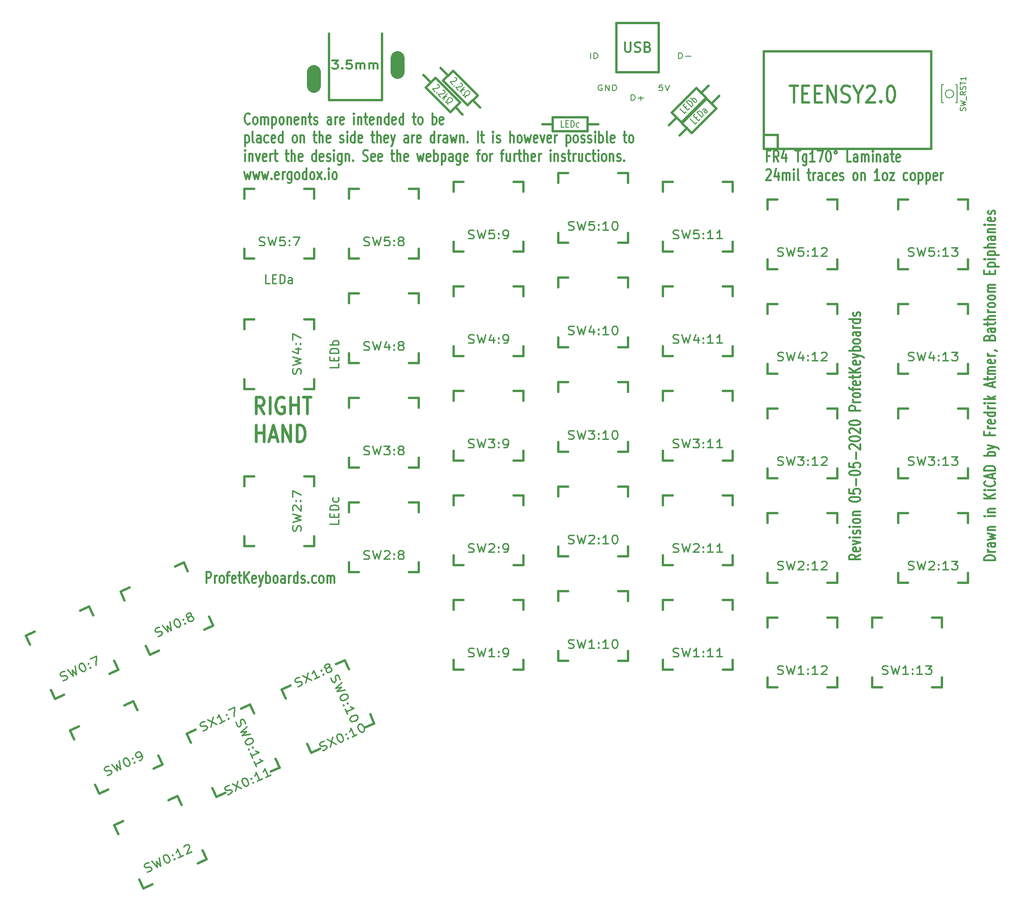
<source format=gto>
G04 #@! TF.GenerationSoftware,KiCad,Pcbnew,5.1.5*
G04 #@! TF.CreationDate,2020-05-06T10:11:07+08:00*
G04 #@! TF.ProjectId,ErgoDOX,4572676f-444f-4582-9e6b-696361645f70,rev?*
G04 #@! TF.SameCoordinates,Original*
G04 #@! TF.FileFunction,Legend,Top*
G04 #@! TF.FilePolarity,Positive*
%FSLAX46Y46*%
G04 Gerber Fmt 4.6, Leading zero omitted, Abs format (unit mm)*
G04 Created by KiCad (PCBNEW 5.1.5) date 2020-05-06 10:11:07*
%MOMM*%
%LPD*%
G04 APERTURE LIST*
%ADD10C,0.304800*%
%ADD11C,0.203200*%
%ADD12C,0.508000*%
%ADD13C,0.381000*%
%ADD14C,2.540000*%
%ADD15C,0.150000*%
%ADD16C,0.457200*%
%ADD17C,0.254000*%
G04 APERTURE END LIST*
D10*
X59212285Y-130619238D02*
X59212285Y-128587238D01*
X59792857Y-128587238D01*
X59937999Y-128684000D01*
X60010571Y-128780761D01*
X60083142Y-128974285D01*
X60083142Y-129264571D01*
X60010571Y-129458095D01*
X59937999Y-129554857D01*
X59792857Y-129651619D01*
X59212285Y-129651619D01*
X60736285Y-130619238D02*
X60736285Y-129264571D01*
X60736285Y-129651619D02*
X60808857Y-129458095D01*
X60881428Y-129361333D01*
X61026571Y-129264571D01*
X61171714Y-129264571D01*
X61897428Y-130619238D02*
X61752285Y-130522476D01*
X61679714Y-130425714D01*
X61607142Y-130232190D01*
X61607142Y-129651619D01*
X61679714Y-129458095D01*
X61752285Y-129361333D01*
X61897428Y-129264571D01*
X62115142Y-129264571D01*
X62260285Y-129361333D01*
X62332857Y-129458095D01*
X62405428Y-129651619D01*
X62405428Y-130232190D01*
X62332857Y-130425714D01*
X62260285Y-130522476D01*
X62115142Y-130619238D01*
X61897428Y-130619238D01*
X62840857Y-129264571D02*
X63421428Y-129264571D01*
X63058571Y-130619238D02*
X63058571Y-128877523D01*
X63131142Y-128684000D01*
X63276285Y-128587238D01*
X63421428Y-128587238D01*
X64510000Y-130522476D02*
X64364857Y-130619238D01*
X64074571Y-130619238D01*
X63929428Y-130522476D01*
X63856857Y-130328952D01*
X63856857Y-129554857D01*
X63929428Y-129361333D01*
X64074571Y-129264571D01*
X64364857Y-129264571D01*
X64510000Y-129361333D01*
X64582571Y-129554857D01*
X64582571Y-129748380D01*
X63856857Y-129941904D01*
X65018000Y-129264571D02*
X65598571Y-129264571D01*
X65235714Y-128587238D02*
X65235714Y-130328952D01*
X65308285Y-130522476D01*
X65453428Y-130619238D01*
X65598571Y-130619238D01*
X66106571Y-130619238D02*
X66106571Y-128587238D01*
X66977428Y-130619238D02*
X66324285Y-129458095D01*
X66977428Y-128587238D02*
X66106571Y-129748380D01*
X68211142Y-130522476D02*
X68066000Y-130619238D01*
X67775714Y-130619238D01*
X67630571Y-130522476D01*
X67558000Y-130328952D01*
X67558000Y-129554857D01*
X67630571Y-129361333D01*
X67775714Y-129264571D01*
X68066000Y-129264571D01*
X68211142Y-129361333D01*
X68283714Y-129554857D01*
X68283714Y-129748380D01*
X67558000Y-129941904D01*
X68791714Y-129264571D02*
X69154571Y-130619238D01*
X69517428Y-129264571D02*
X69154571Y-130619238D01*
X69009428Y-131103047D01*
X68936857Y-131199809D01*
X68791714Y-131296571D01*
X70098000Y-130619238D02*
X70098000Y-128587238D01*
X70098000Y-129361333D02*
X70243142Y-129264571D01*
X70533428Y-129264571D01*
X70678571Y-129361333D01*
X70751142Y-129458095D01*
X70823714Y-129651619D01*
X70823714Y-130232190D01*
X70751142Y-130425714D01*
X70678571Y-130522476D01*
X70533428Y-130619238D01*
X70243142Y-130619238D01*
X70098000Y-130522476D01*
X71694571Y-130619238D02*
X71549428Y-130522476D01*
X71476857Y-130425714D01*
X71404285Y-130232190D01*
X71404285Y-129651619D01*
X71476857Y-129458095D01*
X71549428Y-129361333D01*
X71694571Y-129264571D01*
X71912285Y-129264571D01*
X72057428Y-129361333D01*
X72130000Y-129458095D01*
X72202571Y-129651619D01*
X72202571Y-130232190D01*
X72130000Y-130425714D01*
X72057428Y-130522476D01*
X71912285Y-130619238D01*
X71694571Y-130619238D01*
X73508857Y-130619238D02*
X73508857Y-129554857D01*
X73436285Y-129361333D01*
X73291142Y-129264571D01*
X73000857Y-129264571D01*
X72855714Y-129361333D01*
X73508857Y-130522476D02*
X73363714Y-130619238D01*
X73000857Y-130619238D01*
X72855714Y-130522476D01*
X72783142Y-130328952D01*
X72783142Y-130135428D01*
X72855714Y-129941904D01*
X73000857Y-129845142D01*
X73363714Y-129845142D01*
X73508857Y-129748380D01*
X74234571Y-130619238D02*
X74234571Y-129264571D01*
X74234571Y-129651619D02*
X74307142Y-129458095D01*
X74379714Y-129361333D01*
X74524857Y-129264571D01*
X74670000Y-129264571D01*
X75831142Y-130619238D02*
X75831142Y-128587238D01*
X75831142Y-130522476D02*
X75686000Y-130619238D01*
X75395714Y-130619238D01*
X75250571Y-130522476D01*
X75178000Y-130425714D01*
X75105428Y-130232190D01*
X75105428Y-129651619D01*
X75178000Y-129458095D01*
X75250571Y-129361333D01*
X75395714Y-129264571D01*
X75686000Y-129264571D01*
X75831142Y-129361333D01*
X76484285Y-130522476D02*
X76629428Y-130619238D01*
X76919714Y-130619238D01*
X77064857Y-130522476D01*
X77137428Y-130328952D01*
X77137428Y-130232190D01*
X77064857Y-130038666D01*
X76919714Y-129941904D01*
X76702000Y-129941904D01*
X76556857Y-129845142D01*
X76484285Y-129651619D01*
X76484285Y-129554857D01*
X76556857Y-129361333D01*
X76702000Y-129264571D01*
X76919714Y-129264571D01*
X77064857Y-129361333D01*
X77790571Y-130425714D02*
X77863142Y-130522476D01*
X77790571Y-130619238D01*
X77718000Y-130522476D01*
X77790571Y-130425714D01*
X77790571Y-130619238D01*
X79169428Y-130522476D02*
X79024285Y-130619238D01*
X78734000Y-130619238D01*
X78588857Y-130522476D01*
X78516285Y-130425714D01*
X78443714Y-130232190D01*
X78443714Y-129651619D01*
X78516285Y-129458095D01*
X78588857Y-129361333D01*
X78734000Y-129264571D01*
X79024285Y-129264571D01*
X79169428Y-129361333D01*
X80040285Y-130619238D02*
X79895142Y-130522476D01*
X79822571Y-130425714D01*
X79750000Y-130232190D01*
X79750000Y-129651619D01*
X79822571Y-129458095D01*
X79895142Y-129361333D01*
X80040285Y-129264571D01*
X80258000Y-129264571D01*
X80403142Y-129361333D01*
X80475714Y-129458095D01*
X80548285Y-129651619D01*
X80548285Y-130232190D01*
X80475714Y-130425714D01*
X80403142Y-130522476D01*
X80258000Y-130619238D01*
X80040285Y-130619238D01*
X81201428Y-130619238D02*
X81201428Y-129264571D01*
X81201428Y-129458095D02*
X81274000Y-129361333D01*
X81419142Y-129264571D01*
X81636857Y-129264571D01*
X81782000Y-129361333D01*
X81854571Y-129554857D01*
X81854571Y-130619238D01*
X81854571Y-129554857D02*
X81927142Y-129361333D01*
X82072285Y-129264571D01*
X82290000Y-129264571D01*
X82435142Y-129361333D01*
X82507714Y-129554857D01*
X82507714Y-130619238D01*
X178279238Y-125428165D02*
X177311619Y-125936165D01*
X178279238Y-126299022D02*
X176247238Y-126299022D01*
X176247238Y-125718451D01*
X176344000Y-125573308D01*
X176440761Y-125500737D01*
X176634285Y-125428165D01*
X176924571Y-125428165D01*
X177118095Y-125500737D01*
X177214857Y-125573308D01*
X177311619Y-125718451D01*
X177311619Y-126299022D01*
X178182476Y-124194451D02*
X178279238Y-124339594D01*
X178279238Y-124629880D01*
X178182476Y-124775022D01*
X177988952Y-124847594D01*
X177214857Y-124847594D01*
X177021333Y-124775022D01*
X176924571Y-124629880D01*
X176924571Y-124339594D01*
X177021333Y-124194451D01*
X177214857Y-124121880D01*
X177408380Y-124121880D01*
X177601904Y-124847594D01*
X176924571Y-123613880D02*
X178279238Y-123251022D01*
X176924571Y-122888165D01*
X178279238Y-122307594D02*
X176924571Y-122307594D01*
X176247238Y-122307594D02*
X176344000Y-122380165D01*
X176440761Y-122307594D01*
X176344000Y-122235022D01*
X176247238Y-122307594D01*
X176440761Y-122307594D01*
X178182476Y-121654451D02*
X178279238Y-121509308D01*
X178279238Y-121219022D01*
X178182476Y-121073880D01*
X177988952Y-121001308D01*
X177892190Y-121001308D01*
X177698666Y-121073880D01*
X177601904Y-121219022D01*
X177601904Y-121436737D01*
X177505142Y-121581880D01*
X177311619Y-121654451D01*
X177214857Y-121654451D01*
X177021333Y-121581880D01*
X176924571Y-121436737D01*
X176924571Y-121219022D01*
X177021333Y-121073880D01*
X178279238Y-120348165D02*
X176924571Y-120348165D01*
X176247238Y-120348165D02*
X176344000Y-120420737D01*
X176440761Y-120348165D01*
X176344000Y-120275594D01*
X176247238Y-120348165D01*
X176440761Y-120348165D01*
X178279238Y-119404737D02*
X178182476Y-119549880D01*
X178085714Y-119622451D01*
X177892190Y-119695022D01*
X177311619Y-119695022D01*
X177118095Y-119622451D01*
X177021333Y-119549880D01*
X176924571Y-119404737D01*
X176924571Y-119187022D01*
X177021333Y-119041880D01*
X177118095Y-118969308D01*
X177311619Y-118896737D01*
X177892190Y-118896737D01*
X178085714Y-118969308D01*
X178182476Y-119041880D01*
X178279238Y-119187022D01*
X178279238Y-119404737D01*
X176924571Y-118243594D02*
X178279238Y-118243594D01*
X177118095Y-118243594D02*
X177021333Y-118171022D01*
X176924571Y-118025880D01*
X176924571Y-117808165D01*
X177021333Y-117663022D01*
X177214857Y-117590451D01*
X178279238Y-117590451D01*
X176247238Y-115413308D02*
X176247238Y-115268165D01*
X176344000Y-115123022D01*
X176440761Y-115050451D01*
X176634285Y-114977880D01*
X177021333Y-114905308D01*
X177505142Y-114905308D01*
X177892190Y-114977880D01*
X178085714Y-115050451D01*
X178182476Y-115123022D01*
X178279238Y-115268165D01*
X178279238Y-115413308D01*
X178182476Y-115558451D01*
X178085714Y-115631022D01*
X177892190Y-115703594D01*
X177505142Y-115776165D01*
X177021333Y-115776165D01*
X176634285Y-115703594D01*
X176440761Y-115631022D01*
X176344000Y-115558451D01*
X176247238Y-115413308D01*
X176247238Y-113526451D02*
X176247238Y-114252165D01*
X177214857Y-114324737D01*
X177118095Y-114252165D01*
X177021333Y-114107022D01*
X177021333Y-113744165D01*
X177118095Y-113599022D01*
X177214857Y-113526451D01*
X177408380Y-113453880D01*
X177892190Y-113453880D01*
X178085714Y-113526451D01*
X178182476Y-113599022D01*
X178279238Y-113744165D01*
X178279238Y-114107022D01*
X178182476Y-114252165D01*
X178085714Y-114324737D01*
X177505142Y-112800737D02*
X177505142Y-111639594D01*
X176247238Y-110623594D02*
X176247238Y-110478451D01*
X176344000Y-110333308D01*
X176440761Y-110260737D01*
X176634285Y-110188165D01*
X177021333Y-110115594D01*
X177505142Y-110115594D01*
X177892190Y-110188165D01*
X178085714Y-110260737D01*
X178182476Y-110333308D01*
X178279238Y-110478451D01*
X178279238Y-110623594D01*
X178182476Y-110768737D01*
X178085714Y-110841308D01*
X177892190Y-110913880D01*
X177505142Y-110986451D01*
X177021333Y-110986451D01*
X176634285Y-110913880D01*
X176440761Y-110841308D01*
X176344000Y-110768737D01*
X176247238Y-110623594D01*
X176247238Y-108736737D02*
X176247238Y-109462451D01*
X177214857Y-109535022D01*
X177118095Y-109462451D01*
X177021333Y-109317308D01*
X177021333Y-108954451D01*
X177118095Y-108809308D01*
X177214857Y-108736737D01*
X177408380Y-108664165D01*
X177892190Y-108664165D01*
X178085714Y-108736737D01*
X178182476Y-108809308D01*
X178279238Y-108954451D01*
X178279238Y-109317308D01*
X178182476Y-109462451D01*
X178085714Y-109535022D01*
X177505142Y-108011022D02*
X177505142Y-106849880D01*
X176440761Y-106196737D02*
X176344000Y-106124165D01*
X176247238Y-105979022D01*
X176247238Y-105616165D01*
X176344000Y-105471022D01*
X176440761Y-105398451D01*
X176634285Y-105325880D01*
X176827809Y-105325880D01*
X177118095Y-105398451D01*
X178279238Y-106269308D01*
X178279238Y-105325880D01*
X176247238Y-104382451D02*
X176247238Y-104237308D01*
X176344000Y-104092165D01*
X176440761Y-104019594D01*
X176634285Y-103947022D01*
X177021333Y-103874451D01*
X177505142Y-103874451D01*
X177892190Y-103947022D01*
X178085714Y-104019594D01*
X178182476Y-104092165D01*
X178279238Y-104237308D01*
X178279238Y-104382451D01*
X178182476Y-104527594D01*
X178085714Y-104600165D01*
X177892190Y-104672737D01*
X177505142Y-104745308D01*
X177021333Y-104745308D01*
X176634285Y-104672737D01*
X176440761Y-104600165D01*
X176344000Y-104527594D01*
X176247238Y-104382451D01*
X176440761Y-103293880D02*
X176344000Y-103221308D01*
X176247238Y-103076165D01*
X176247238Y-102713308D01*
X176344000Y-102568165D01*
X176440761Y-102495594D01*
X176634285Y-102423022D01*
X176827809Y-102423022D01*
X177118095Y-102495594D01*
X178279238Y-103366451D01*
X178279238Y-102423022D01*
X176247238Y-101479594D02*
X176247238Y-101334451D01*
X176344000Y-101189308D01*
X176440761Y-101116737D01*
X176634285Y-101044165D01*
X177021333Y-100971594D01*
X177505142Y-100971594D01*
X177892190Y-101044165D01*
X178085714Y-101116737D01*
X178182476Y-101189308D01*
X178279238Y-101334451D01*
X178279238Y-101479594D01*
X178182476Y-101624737D01*
X178085714Y-101697308D01*
X177892190Y-101769880D01*
X177505142Y-101842451D01*
X177021333Y-101842451D01*
X176634285Y-101769880D01*
X176440761Y-101697308D01*
X176344000Y-101624737D01*
X176247238Y-101479594D01*
X178279238Y-99157308D02*
X176247238Y-99157308D01*
X176247238Y-98576737D01*
X176344000Y-98431594D01*
X176440761Y-98359022D01*
X176634285Y-98286451D01*
X176924571Y-98286451D01*
X177118095Y-98359022D01*
X177214857Y-98431594D01*
X177311619Y-98576737D01*
X177311619Y-99157308D01*
X178279238Y-97633308D02*
X176924571Y-97633308D01*
X177311619Y-97633308D02*
X177118095Y-97560737D01*
X177021333Y-97488165D01*
X176924571Y-97343022D01*
X176924571Y-97197880D01*
X178279238Y-96472165D02*
X178182476Y-96617308D01*
X178085714Y-96689880D01*
X177892190Y-96762451D01*
X177311619Y-96762451D01*
X177118095Y-96689880D01*
X177021333Y-96617308D01*
X176924571Y-96472165D01*
X176924571Y-96254451D01*
X177021333Y-96109308D01*
X177118095Y-96036737D01*
X177311619Y-95964165D01*
X177892190Y-95964165D01*
X178085714Y-96036737D01*
X178182476Y-96109308D01*
X178279238Y-96254451D01*
X178279238Y-96472165D01*
X176924571Y-95528737D02*
X176924571Y-94948165D01*
X178279238Y-95311022D02*
X176537523Y-95311022D01*
X176344000Y-95238451D01*
X176247238Y-95093308D01*
X176247238Y-94948165D01*
X178182476Y-93859594D02*
X178279238Y-94004737D01*
X178279238Y-94295022D01*
X178182476Y-94440165D01*
X177988952Y-94512737D01*
X177214857Y-94512737D01*
X177021333Y-94440165D01*
X176924571Y-94295022D01*
X176924571Y-94004737D01*
X177021333Y-93859594D01*
X177214857Y-93787022D01*
X177408380Y-93787022D01*
X177601904Y-94512737D01*
X176924571Y-93351594D02*
X176924571Y-92771022D01*
X176247238Y-93133880D02*
X177988952Y-93133880D01*
X178182476Y-93061308D01*
X178279238Y-92916165D01*
X178279238Y-92771022D01*
X178279238Y-92263022D02*
X176247238Y-92263022D01*
X178279238Y-91392165D02*
X177118095Y-92045308D01*
X176247238Y-91392165D02*
X177408380Y-92263022D01*
X178182476Y-90158451D02*
X178279238Y-90303594D01*
X178279238Y-90593880D01*
X178182476Y-90739022D01*
X177988952Y-90811594D01*
X177214857Y-90811594D01*
X177021333Y-90739022D01*
X176924571Y-90593880D01*
X176924571Y-90303594D01*
X177021333Y-90158451D01*
X177214857Y-90085880D01*
X177408380Y-90085880D01*
X177601904Y-90811594D01*
X176924571Y-89577880D02*
X178279238Y-89215022D01*
X176924571Y-88852165D02*
X178279238Y-89215022D01*
X178763047Y-89360165D01*
X178859809Y-89432737D01*
X178956571Y-89577880D01*
X178279238Y-88271594D02*
X176247238Y-88271594D01*
X177021333Y-88271594D02*
X176924571Y-88126451D01*
X176924571Y-87836165D01*
X177021333Y-87691022D01*
X177118095Y-87618451D01*
X177311619Y-87545880D01*
X177892190Y-87545880D01*
X178085714Y-87618451D01*
X178182476Y-87691022D01*
X178279238Y-87836165D01*
X178279238Y-88126451D01*
X178182476Y-88271594D01*
X178279238Y-86675022D02*
X178182476Y-86820165D01*
X178085714Y-86892737D01*
X177892190Y-86965308D01*
X177311619Y-86965308D01*
X177118095Y-86892737D01*
X177021333Y-86820165D01*
X176924571Y-86675022D01*
X176924571Y-86457308D01*
X177021333Y-86312165D01*
X177118095Y-86239594D01*
X177311619Y-86167022D01*
X177892190Y-86167022D01*
X178085714Y-86239594D01*
X178182476Y-86312165D01*
X178279238Y-86457308D01*
X178279238Y-86675022D01*
X178279238Y-84860737D02*
X177214857Y-84860737D01*
X177021333Y-84933308D01*
X176924571Y-85078451D01*
X176924571Y-85368737D01*
X177021333Y-85513880D01*
X178182476Y-84860737D02*
X178279238Y-85005880D01*
X178279238Y-85368737D01*
X178182476Y-85513880D01*
X177988952Y-85586451D01*
X177795428Y-85586451D01*
X177601904Y-85513880D01*
X177505142Y-85368737D01*
X177505142Y-85005880D01*
X177408380Y-84860737D01*
X178279238Y-84135022D02*
X176924571Y-84135022D01*
X177311619Y-84135022D02*
X177118095Y-84062451D01*
X177021333Y-83989880D01*
X176924571Y-83844737D01*
X176924571Y-83699594D01*
X178279238Y-82538451D02*
X176247238Y-82538451D01*
X178182476Y-82538451D02*
X178279238Y-82683594D01*
X178279238Y-82973880D01*
X178182476Y-83119022D01*
X178085714Y-83191594D01*
X177892190Y-83264165D01*
X177311619Y-83264165D01*
X177118095Y-83191594D01*
X177021333Y-83119022D01*
X176924571Y-82973880D01*
X176924571Y-82683594D01*
X177021333Y-82538451D01*
X178182476Y-81885308D02*
X178279238Y-81740165D01*
X178279238Y-81449880D01*
X178182476Y-81304737D01*
X177988952Y-81232165D01*
X177892190Y-81232165D01*
X177698666Y-81304737D01*
X177601904Y-81449880D01*
X177601904Y-81667594D01*
X177505142Y-81812737D01*
X177311619Y-81885308D01*
X177214857Y-81885308D01*
X177021333Y-81812737D01*
X176924571Y-81667594D01*
X176924571Y-81449880D01*
X177021333Y-81304737D01*
D11*
X129159000Y-35003619D02*
X129159000Y-33987619D01*
X129763761Y-35003619D02*
X129763761Y-33987619D01*
X130066142Y-33987619D01*
X130247571Y-34036000D01*
X130368523Y-34132761D01*
X130429000Y-34229523D01*
X130489476Y-34423047D01*
X130489476Y-34568190D01*
X130429000Y-34761714D01*
X130368523Y-34858476D01*
X130247571Y-34955238D01*
X130066142Y-35003619D01*
X129763761Y-35003619D01*
X136549190Y-42623619D02*
X136549190Y-41607619D01*
X136851571Y-41607619D01*
X137033000Y-41656000D01*
X137153952Y-41752761D01*
X137214428Y-41849523D01*
X137274904Y-42043047D01*
X137274904Y-42188190D01*
X137214428Y-42381714D01*
X137153952Y-42478476D01*
X137033000Y-42575238D01*
X136851571Y-42623619D01*
X136549190Y-42623619D01*
X137819190Y-42236571D02*
X138786809Y-42236571D01*
X138303000Y-42623619D02*
X138303000Y-41849523D01*
X131239380Y-39878000D02*
X131118428Y-39829619D01*
X130937000Y-39829619D01*
X130755571Y-39878000D01*
X130634619Y-39974761D01*
X130574142Y-40071523D01*
X130513666Y-40265047D01*
X130513666Y-40410190D01*
X130574142Y-40603714D01*
X130634619Y-40700476D01*
X130755571Y-40797238D01*
X130937000Y-40845619D01*
X131057952Y-40845619D01*
X131239380Y-40797238D01*
X131299857Y-40748857D01*
X131299857Y-40410190D01*
X131057952Y-40410190D01*
X131844142Y-40845619D02*
X131844142Y-39829619D01*
X132569857Y-40845619D01*
X132569857Y-39829619D01*
X133174619Y-40845619D02*
X133174619Y-39829619D01*
X133477000Y-39829619D01*
X133658428Y-39878000D01*
X133779380Y-39974761D01*
X133839857Y-40071523D01*
X133900333Y-40265047D01*
X133900333Y-40410190D01*
X133839857Y-40603714D01*
X133779380Y-40700476D01*
X133658428Y-40797238D01*
X133477000Y-40845619D01*
X133174619Y-40845619D01*
X142252095Y-39829619D02*
X141647333Y-39829619D01*
X141586857Y-40313428D01*
X141647333Y-40265047D01*
X141768285Y-40216666D01*
X142070666Y-40216666D01*
X142191619Y-40265047D01*
X142252095Y-40313428D01*
X142312571Y-40410190D01*
X142312571Y-40652095D01*
X142252095Y-40748857D01*
X142191619Y-40797238D01*
X142070666Y-40845619D01*
X141768285Y-40845619D01*
X141647333Y-40797238D01*
X141586857Y-40748857D01*
X142675428Y-39829619D02*
X143098761Y-40845619D01*
X143522095Y-39829619D01*
X145182650Y-35003619D02*
X145182650Y-33987619D01*
X145485031Y-33987619D01*
X145666460Y-34036000D01*
X145787412Y-34132761D01*
X145847888Y-34229523D01*
X145908364Y-34423047D01*
X145908364Y-34568190D01*
X145847888Y-34761714D01*
X145787412Y-34858476D01*
X145666460Y-34955238D01*
X145485031Y-35003619D01*
X145182650Y-35003619D01*
X146452650Y-34616571D02*
X147420269Y-34616571D01*
D10*
X67131834Y-46816514D02*
X67059262Y-46913276D01*
X66841548Y-47010038D01*
X66696405Y-47010038D01*
X66478691Y-46913276D01*
X66333548Y-46719752D01*
X66260977Y-46526228D01*
X66188405Y-46139180D01*
X66188405Y-45848895D01*
X66260977Y-45461847D01*
X66333548Y-45268323D01*
X66478691Y-45074800D01*
X66696405Y-44978038D01*
X66841548Y-44978038D01*
X67059262Y-45074800D01*
X67131834Y-45171561D01*
X68002691Y-47010038D02*
X67857548Y-46913276D01*
X67784977Y-46816514D01*
X67712405Y-46622990D01*
X67712405Y-46042419D01*
X67784977Y-45848895D01*
X67857548Y-45752133D01*
X68002691Y-45655371D01*
X68220405Y-45655371D01*
X68365548Y-45752133D01*
X68438120Y-45848895D01*
X68510691Y-46042419D01*
X68510691Y-46622990D01*
X68438120Y-46816514D01*
X68365548Y-46913276D01*
X68220405Y-47010038D01*
X68002691Y-47010038D01*
X69163834Y-47010038D02*
X69163834Y-45655371D01*
X69163834Y-45848895D02*
X69236405Y-45752133D01*
X69381548Y-45655371D01*
X69599262Y-45655371D01*
X69744405Y-45752133D01*
X69816977Y-45945657D01*
X69816977Y-47010038D01*
X69816977Y-45945657D02*
X69889548Y-45752133D01*
X70034691Y-45655371D01*
X70252405Y-45655371D01*
X70397548Y-45752133D01*
X70470120Y-45945657D01*
X70470120Y-47010038D01*
X71195834Y-45655371D02*
X71195834Y-47687371D01*
X71195834Y-45752133D02*
X71340977Y-45655371D01*
X71631262Y-45655371D01*
X71776405Y-45752133D01*
X71848977Y-45848895D01*
X71921548Y-46042419D01*
X71921548Y-46622990D01*
X71848977Y-46816514D01*
X71776405Y-46913276D01*
X71631262Y-47010038D01*
X71340977Y-47010038D01*
X71195834Y-46913276D01*
X72792405Y-47010038D02*
X72647262Y-46913276D01*
X72574691Y-46816514D01*
X72502120Y-46622990D01*
X72502120Y-46042419D01*
X72574691Y-45848895D01*
X72647262Y-45752133D01*
X72792405Y-45655371D01*
X73010120Y-45655371D01*
X73155262Y-45752133D01*
X73227834Y-45848895D01*
X73300405Y-46042419D01*
X73300405Y-46622990D01*
X73227834Y-46816514D01*
X73155262Y-46913276D01*
X73010120Y-47010038D01*
X72792405Y-47010038D01*
X73953548Y-45655371D02*
X73953548Y-47010038D01*
X73953548Y-45848895D02*
X74026120Y-45752133D01*
X74171262Y-45655371D01*
X74388977Y-45655371D01*
X74534120Y-45752133D01*
X74606691Y-45945657D01*
X74606691Y-47010038D01*
X75912977Y-46913276D02*
X75767834Y-47010038D01*
X75477548Y-47010038D01*
X75332405Y-46913276D01*
X75259834Y-46719752D01*
X75259834Y-45945657D01*
X75332405Y-45752133D01*
X75477548Y-45655371D01*
X75767834Y-45655371D01*
X75912977Y-45752133D01*
X75985548Y-45945657D01*
X75985548Y-46139180D01*
X75259834Y-46332704D01*
X76638691Y-45655371D02*
X76638691Y-47010038D01*
X76638691Y-45848895D02*
X76711262Y-45752133D01*
X76856405Y-45655371D01*
X77074120Y-45655371D01*
X77219262Y-45752133D01*
X77291834Y-45945657D01*
X77291834Y-47010038D01*
X77799834Y-45655371D02*
X78380405Y-45655371D01*
X78017548Y-44978038D02*
X78017548Y-46719752D01*
X78090120Y-46913276D01*
X78235262Y-47010038D01*
X78380405Y-47010038D01*
X78815834Y-46913276D02*
X78960977Y-47010038D01*
X79251262Y-47010038D01*
X79396405Y-46913276D01*
X79468977Y-46719752D01*
X79468977Y-46622990D01*
X79396405Y-46429466D01*
X79251262Y-46332704D01*
X79033548Y-46332704D01*
X78888405Y-46235942D01*
X78815834Y-46042419D01*
X78815834Y-45945657D01*
X78888405Y-45752133D01*
X79033548Y-45655371D01*
X79251262Y-45655371D01*
X79396405Y-45752133D01*
X81936405Y-47010038D02*
X81936405Y-45945657D01*
X81863834Y-45752133D01*
X81718691Y-45655371D01*
X81428405Y-45655371D01*
X81283262Y-45752133D01*
X81936405Y-46913276D02*
X81791262Y-47010038D01*
X81428405Y-47010038D01*
X81283262Y-46913276D01*
X81210691Y-46719752D01*
X81210691Y-46526228D01*
X81283262Y-46332704D01*
X81428405Y-46235942D01*
X81791262Y-46235942D01*
X81936405Y-46139180D01*
X82662120Y-47010038D02*
X82662120Y-45655371D01*
X82662120Y-46042419D02*
X82734691Y-45848895D01*
X82807262Y-45752133D01*
X82952405Y-45655371D01*
X83097548Y-45655371D01*
X84186120Y-46913276D02*
X84040977Y-47010038D01*
X83750691Y-47010038D01*
X83605548Y-46913276D01*
X83532977Y-46719752D01*
X83532977Y-45945657D01*
X83605548Y-45752133D01*
X83750691Y-45655371D01*
X84040977Y-45655371D01*
X84186120Y-45752133D01*
X84258691Y-45945657D01*
X84258691Y-46139180D01*
X83532977Y-46332704D01*
X86072977Y-47010038D02*
X86072977Y-45655371D01*
X86072977Y-44978038D02*
X86000405Y-45074800D01*
X86072977Y-45171561D01*
X86145548Y-45074800D01*
X86072977Y-44978038D01*
X86072977Y-45171561D01*
X86798691Y-45655371D02*
X86798691Y-47010038D01*
X86798691Y-45848895D02*
X86871262Y-45752133D01*
X87016405Y-45655371D01*
X87234120Y-45655371D01*
X87379262Y-45752133D01*
X87451834Y-45945657D01*
X87451834Y-47010038D01*
X87959834Y-45655371D02*
X88540405Y-45655371D01*
X88177548Y-44978038D02*
X88177548Y-46719752D01*
X88250120Y-46913276D01*
X88395262Y-47010038D01*
X88540405Y-47010038D01*
X89628977Y-46913276D02*
X89483834Y-47010038D01*
X89193548Y-47010038D01*
X89048405Y-46913276D01*
X88975834Y-46719752D01*
X88975834Y-45945657D01*
X89048405Y-45752133D01*
X89193548Y-45655371D01*
X89483834Y-45655371D01*
X89628977Y-45752133D01*
X89701548Y-45945657D01*
X89701548Y-46139180D01*
X88975834Y-46332704D01*
X90354691Y-45655371D02*
X90354691Y-47010038D01*
X90354691Y-45848895D02*
X90427262Y-45752133D01*
X90572405Y-45655371D01*
X90790120Y-45655371D01*
X90935262Y-45752133D01*
X91007834Y-45945657D01*
X91007834Y-47010038D01*
X92386691Y-47010038D02*
X92386691Y-44978038D01*
X92386691Y-46913276D02*
X92241548Y-47010038D01*
X91951262Y-47010038D01*
X91806120Y-46913276D01*
X91733548Y-46816514D01*
X91660977Y-46622990D01*
X91660977Y-46042419D01*
X91733548Y-45848895D01*
X91806120Y-45752133D01*
X91951262Y-45655371D01*
X92241548Y-45655371D01*
X92386691Y-45752133D01*
X93692977Y-46913276D02*
X93547834Y-47010038D01*
X93257548Y-47010038D01*
X93112405Y-46913276D01*
X93039834Y-46719752D01*
X93039834Y-45945657D01*
X93112405Y-45752133D01*
X93257548Y-45655371D01*
X93547834Y-45655371D01*
X93692977Y-45752133D01*
X93765548Y-45945657D01*
X93765548Y-46139180D01*
X93039834Y-46332704D01*
X95071834Y-47010038D02*
X95071834Y-44978038D01*
X95071834Y-46913276D02*
X94926691Y-47010038D01*
X94636405Y-47010038D01*
X94491262Y-46913276D01*
X94418691Y-46816514D01*
X94346120Y-46622990D01*
X94346120Y-46042419D01*
X94418691Y-45848895D01*
X94491262Y-45752133D01*
X94636405Y-45655371D01*
X94926691Y-45655371D01*
X95071834Y-45752133D01*
X96740977Y-45655371D02*
X97321548Y-45655371D01*
X96958691Y-44978038D02*
X96958691Y-46719752D01*
X97031262Y-46913276D01*
X97176405Y-47010038D01*
X97321548Y-47010038D01*
X98047262Y-47010038D02*
X97902120Y-46913276D01*
X97829548Y-46816514D01*
X97756977Y-46622990D01*
X97756977Y-46042419D01*
X97829548Y-45848895D01*
X97902120Y-45752133D01*
X98047262Y-45655371D01*
X98264977Y-45655371D01*
X98410120Y-45752133D01*
X98482691Y-45848895D01*
X98555262Y-46042419D01*
X98555262Y-46622990D01*
X98482691Y-46816514D01*
X98410120Y-46913276D01*
X98264977Y-47010038D01*
X98047262Y-47010038D01*
X100369548Y-47010038D02*
X100369548Y-44978038D01*
X100369548Y-45752133D02*
X100514691Y-45655371D01*
X100804977Y-45655371D01*
X100950120Y-45752133D01*
X101022691Y-45848895D01*
X101095262Y-46042419D01*
X101095262Y-46622990D01*
X101022691Y-46816514D01*
X100950120Y-46913276D01*
X100804977Y-47010038D01*
X100514691Y-47010038D01*
X100369548Y-46913276D01*
X102328977Y-46913276D02*
X102183834Y-47010038D01*
X101893548Y-47010038D01*
X101748405Y-46913276D01*
X101675834Y-46719752D01*
X101675834Y-45945657D01*
X101748405Y-45752133D01*
X101893548Y-45655371D01*
X102183834Y-45655371D01*
X102328977Y-45752133D01*
X102401548Y-45945657D01*
X102401548Y-46139180D01*
X101675834Y-46332704D01*
X66260977Y-49008171D02*
X66260977Y-51040171D01*
X66260977Y-49104933D02*
X66406120Y-49008171D01*
X66696405Y-49008171D01*
X66841548Y-49104933D01*
X66914120Y-49201695D01*
X66986691Y-49395219D01*
X66986691Y-49975790D01*
X66914120Y-50169314D01*
X66841548Y-50266076D01*
X66696405Y-50362838D01*
X66406120Y-50362838D01*
X66260977Y-50266076D01*
X67857548Y-50362838D02*
X67712405Y-50266076D01*
X67639834Y-50072552D01*
X67639834Y-48330838D01*
X69091262Y-50362838D02*
X69091262Y-49298457D01*
X69018691Y-49104933D01*
X68873548Y-49008171D01*
X68583262Y-49008171D01*
X68438120Y-49104933D01*
X69091262Y-50266076D02*
X68946120Y-50362838D01*
X68583262Y-50362838D01*
X68438120Y-50266076D01*
X68365548Y-50072552D01*
X68365548Y-49879028D01*
X68438120Y-49685504D01*
X68583262Y-49588742D01*
X68946120Y-49588742D01*
X69091262Y-49491980D01*
X70470120Y-50266076D02*
X70324977Y-50362838D01*
X70034691Y-50362838D01*
X69889548Y-50266076D01*
X69816977Y-50169314D01*
X69744405Y-49975790D01*
X69744405Y-49395219D01*
X69816977Y-49201695D01*
X69889548Y-49104933D01*
X70034691Y-49008171D01*
X70324977Y-49008171D01*
X70470120Y-49104933D01*
X71703834Y-50266076D02*
X71558691Y-50362838D01*
X71268405Y-50362838D01*
X71123262Y-50266076D01*
X71050691Y-50072552D01*
X71050691Y-49298457D01*
X71123262Y-49104933D01*
X71268405Y-49008171D01*
X71558691Y-49008171D01*
X71703834Y-49104933D01*
X71776405Y-49298457D01*
X71776405Y-49491980D01*
X71050691Y-49685504D01*
X73082691Y-50362838D02*
X73082691Y-48330838D01*
X73082691Y-50266076D02*
X72937548Y-50362838D01*
X72647262Y-50362838D01*
X72502120Y-50266076D01*
X72429548Y-50169314D01*
X72356977Y-49975790D01*
X72356977Y-49395219D01*
X72429548Y-49201695D01*
X72502120Y-49104933D01*
X72647262Y-49008171D01*
X72937548Y-49008171D01*
X73082691Y-49104933D01*
X75187262Y-50362838D02*
X75042120Y-50266076D01*
X74969548Y-50169314D01*
X74896977Y-49975790D01*
X74896977Y-49395219D01*
X74969548Y-49201695D01*
X75042120Y-49104933D01*
X75187262Y-49008171D01*
X75404977Y-49008171D01*
X75550120Y-49104933D01*
X75622691Y-49201695D01*
X75695262Y-49395219D01*
X75695262Y-49975790D01*
X75622691Y-50169314D01*
X75550120Y-50266076D01*
X75404977Y-50362838D01*
X75187262Y-50362838D01*
X76348405Y-49008171D02*
X76348405Y-50362838D01*
X76348405Y-49201695D02*
X76420977Y-49104933D01*
X76566120Y-49008171D01*
X76783834Y-49008171D01*
X76928977Y-49104933D01*
X77001548Y-49298457D01*
X77001548Y-50362838D01*
X78670691Y-49008171D02*
X79251262Y-49008171D01*
X78888405Y-48330838D02*
X78888405Y-50072552D01*
X78960977Y-50266076D01*
X79106120Y-50362838D01*
X79251262Y-50362838D01*
X79759262Y-50362838D02*
X79759262Y-48330838D01*
X80412405Y-50362838D02*
X80412405Y-49298457D01*
X80339834Y-49104933D01*
X80194691Y-49008171D01*
X79976977Y-49008171D01*
X79831834Y-49104933D01*
X79759262Y-49201695D01*
X81718691Y-50266076D02*
X81573548Y-50362838D01*
X81283262Y-50362838D01*
X81138120Y-50266076D01*
X81065548Y-50072552D01*
X81065548Y-49298457D01*
X81138120Y-49104933D01*
X81283262Y-49008171D01*
X81573548Y-49008171D01*
X81718691Y-49104933D01*
X81791262Y-49298457D01*
X81791262Y-49491980D01*
X81065548Y-49685504D01*
X83532977Y-50266076D02*
X83678120Y-50362838D01*
X83968405Y-50362838D01*
X84113548Y-50266076D01*
X84186120Y-50072552D01*
X84186120Y-49975790D01*
X84113548Y-49782266D01*
X83968405Y-49685504D01*
X83750691Y-49685504D01*
X83605548Y-49588742D01*
X83532977Y-49395219D01*
X83532977Y-49298457D01*
X83605548Y-49104933D01*
X83750691Y-49008171D01*
X83968405Y-49008171D01*
X84113548Y-49104933D01*
X84839262Y-50362838D02*
X84839262Y-49008171D01*
X84839262Y-48330838D02*
X84766691Y-48427600D01*
X84839262Y-48524361D01*
X84911834Y-48427600D01*
X84839262Y-48330838D01*
X84839262Y-48524361D01*
X86218120Y-50362838D02*
X86218120Y-48330838D01*
X86218120Y-50266076D02*
X86072977Y-50362838D01*
X85782691Y-50362838D01*
X85637548Y-50266076D01*
X85564977Y-50169314D01*
X85492405Y-49975790D01*
X85492405Y-49395219D01*
X85564977Y-49201695D01*
X85637548Y-49104933D01*
X85782691Y-49008171D01*
X86072977Y-49008171D01*
X86218120Y-49104933D01*
X87524405Y-50266076D02*
X87379262Y-50362838D01*
X87088977Y-50362838D01*
X86943834Y-50266076D01*
X86871262Y-50072552D01*
X86871262Y-49298457D01*
X86943834Y-49104933D01*
X87088977Y-49008171D01*
X87379262Y-49008171D01*
X87524405Y-49104933D01*
X87596977Y-49298457D01*
X87596977Y-49491980D01*
X86871262Y-49685504D01*
X89193548Y-49008171D02*
X89774120Y-49008171D01*
X89411262Y-48330838D02*
X89411262Y-50072552D01*
X89483834Y-50266076D01*
X89628977Y-50362838D01*
X89774120Y-50362838D01*
X90282120Y-50362838D02*
X90282120Y-48330838D01*
X90935262Y-50362838D02*
X90935262Y-49298457D01*
X90862691Y-49104933D01*
X90717548Y-49008171D01*
X90499834Y-49008171D01*
X90354691Y-49104933D01*
X90282120Y-49201695D01*
X92241548Y-50266076D02*
X92096405Y-50362838D01*
X91806120Y-50362838D01*
X91660977Y-50266076D01*
X91588405Y-50072552D01*
X91588405Y-49298457D01*
X91660977Y-49104933D01*
X91806120Y-49008171D01*
X92096405Y-49008171D01*
X92241548Y-49104933D01*
X92314120Y-49298457D01*
X92314120Y-49491980D01*
X91588405Y-49685504D01*
X92822120Y-49008171D02*
X93184977Y-50362838D01*
X93547834Y-49008171D02*
X93184977Y-50362838D01*
X93039834Y-50846647D01*
X92967262Y-50943409D01*
X92822120Y-51040171D01*
X95942691Y-50362838D02*
X95942691Y-49298457D01*
X95870120Y-49104933D01*
X95724977Y-49008171D01*
X95434691Y-49008171D01*
X95289548Y-49104933D01*
X95942691Y-50266076D02*
X95797548Y-50362838D01*
X95434691Y-50362838D01*
X95289548Y-50266076D01*
X95216977Y-50072552D01*
X95216977Y-49879028D01*
X95289548Y-49685504D01*
X95434691Y-49588742D01*
X95797548Y-49588742D01*
X95942691Y-49491980D01*
X96668405Y-50362838D02*
X96668405Y-49008171D01*
X96668405Y-49395219D02*
X96740977Y-49201695D01*
X96813548Y-49104933D01*
X96958691Y-49008171D01*
X97103834Y-49008171D01*
X98192405Y-50266076D02*
X98047262Y-50362838D01*
X97756977Y-50362838D01*
X97611834Y-50266076D01*
X97539262Y-50072552D01*
X97539262Y-49298457D01*
X97611834Y-49104933D01*
X97756977Y-49008171D01*
X98047262Y-49008171D01*
X98192405Y-49104933D01*
X98264977Y-49298457D01*
X98264977Y-49491980D01*
X97539262Y-49685504D01*
X100732405Y-50362838D02*
X100732405Y-48330838D01*
X100732405Y-50266076D02*
X100587262Y-50362838D01*
X100296977Y-50362838D01*
X100151834Y-50266076D01*
X100079262Y-50169314D01*
X100006691Y-49975790D01*
X100006691Y-49395219D01*
X100079262Y-49201695D01*
X100151834Y-49104933D01*
X100296977Y-49008171D01*
X100587262Y-49008171D01*
X100732405Y-49104933D01*
X101458120Y-50362838D02*
X101458120Y-49008171D01*
X101458120Y-49395219D02*
X101530691Y-49201695D01*
X101603262Y-49104933D01*
X101748405Y-49008171D01*
X101893548Y-49008171D01*
X103054691Y-50362838D02*
X103054691Y-49298457D01*
X102982120Y-49104933D01*
X102836977Y-49008171D01*
X102546691Y-49008171D01*
X102401548Y-49104933D01*
X103054691Y-50266076D02*
X102909548Y-50362838D01*
X102546691Y-50362838D01*
X102401548Y-50266076D01*
X102328977Y-50072552D01*
X102328977Y-49879028D01*
X102401548Y-49685504D01*
X102546691Y-49588742D01*
X102909548Y-49588742D01*
X103054691Y-49491980D01*
X103635262Y-49008171D02*
X103925548Y-50362838D01*
X104215834Y-49395219D01*
X104506120Y-50362838D01*
X104796405Y-49008171D01*
X105376977Y-49008171D02*
X105376977Y-50362838D01*
X105376977Y-49201695D02*
X105449548Y-49104933D01*
X105594691Y-49008171D01*
X105812405Y-49008171D01*
X105957548Y-49104933D01*
X106030120Y-49298457D01*
X106030120Y-50362838D01*
X106755834Y-50169314D02*
X106828405Y-50266076D01*
X106755834Y-50362838D01*
X106683262Y-50266076D01*
X106755834Y-50169314D01*
X106755834Y-50362838D01*
X108642691Y-50362838D02*
X108642691Y-48330838D01*
X109150691Y-49008171D02*
X109731262Y-49008171D01*
X109368405Y-48330838D02*
X109368405Y-50072552D01*
X109440977Y-50266076D01*
X109586119Y-50362838D01*
X109731262Y-50362838D01*
X111400405Y-50362838D02*
X111400405Y-49008171D01*
X111400405Y-48330838D02*
X111327834Y-48427600D01*
X111400405Y-48524361D01*
X111472977Y-48427600D01*
X111400405Y-48330838D01*
X111400405Y-48524361D01*
X112053548Y-50266076D02*
X112198691Y-50362838D01*
X112488977Y-50362838D01*
X112634119Y-50266076D01*
X112706691Y-50072552D01*
X112706691Y-49975790D01*
X112634119Y-49782266D01*
X112488977Y-49685504D01*
X112271262Y-49685504D01*
X112126119Y-49588742D01*
X112053548Y-49395219D01*
X112053548Y-49298457D01*
X112126119Y-49104933D01*
X112271262Y-49008171D01*
X112488977Y-49008171D01*
X112634119Y-49104933D01*
X114520977Y-50362838D02*
X114520977Y-48330838D01*
X115174119Y-50362838D02*
X115174119Y-49298457D01*
X115101548Y-49104933D01*
X114956405Y-49008171D01*
X114738691Y-49008171D01*
X114593548Y-49104933D01*
X114520977Y-49201695D01*
X116117548Y-50362838D02*
X115972405Y-50266076D01*
X115899834Y-50169314D01*
X115827262Y-49975790D01*
X115827262Y-49395219D01*
X115899834Y-49201695D01*
X115972405Y-49104933D01*
X116117548Y-49008171D01*
X116335262Y-49008171D01*
X116480405Y-49104933D01*
X116552977Y-49201695D01*
X116625548Y-49395219D01*
X116625548Y-49975790D01*
X116552977Y-50169314D01*
X116480405Y-50266076D01*
X116335262Y-50362838D01*
X116117548Y-50362838D01*
X117133548Y-49008171D02*
X117423834Y-50362838D01*
X117714119Y-49395219D01*
X118004405Y-50362838D01*
X118294691Y-49008171D01*
X119455834Y-50266076D02*
X119310691Y-50362838D01*
X119020405Y-50362838D01*
X118875262Y-50266076D01*
X118802691Y-50072552D01*
X118802691Y-49298457D01*
X118875262Y-49104933D01*
X119020405Y-49008171D01*
X119310691Y-49008171D01*
X119455834Y-49104933D01*
X119528405Y-49298457D01*
X119528405Y-49491980D01*
X118802691Y-49685504D01*
X120036405Y-49008171D02*
X120399262Y-50362838D01*
X120762119Y-49008171D01*
X121923262Y-50266076D02*
X121778119Y-50362838D01*
X121487834Y-50362838D01*
X121342691Y-50266076D01*
X121270119Y-50072552D01*
X121270119Y-49298457D01*
X121342691Y-49104933D01*
X121487834Y-49008171D01*
X121778119Y-49008171D01*
X121923262Y-49104933D01*
X121995834Y-49298457D01*
X121995834Y-49491980D01*
X121270119Y-49685504D01*
X122648977Y-50362838D02*
X122648977Y-49008171D01*
X122648977Y-49395219D02*
X122721548Y-49201695D01*
X122794119Y-49104933D01*
X122939262Y-49008171D01*
X123084405Y-49008171D01*
X124753548Y-49008171D02*
X124753548Y-51040171D01*
X124753548Y-49104933D02*
X124898691Y-49008171D01*
X125188977Y-49008171D01*
X125334120Y-49104933D01*
X125406691Y-49201695D01*
X125479262Y-49395219D01*
X125479262Y-49975790D01*
X125406691Y-50169314D01*
X125334120Y-50266076D01*
X125188977Y-50362838D01*
X124898691Y-50362838D01*
X124753548Y-50266076D01*
X126350119Y-50362838D02*
X126204977Y-50266076D01*
X126132405Y-50169314D01*
X126059834Y-49975790D01*
X126059834Y-49395219D01*
X126132405Y-49201695D01*
X126204977Y-49104933D01*
X126350119Y-49008171D01*
X126567834Y-49008171D01*
X126712977Y-49104933D01*
X126785548Y-49201695D01*
X126858119Y-49395219D01*
X126858119Y-49975790D01*
X126785548Y-50169314D01*
X126712977Y-50266076D01*
X126567834Y-50362838D01*
X126350119Y-50362838D01*
X127438691Y-50266076D02*
X127583834Y-50362838D01*
X127874119Y-50362838D01*
X128019262Y-50266076D01*
X128091834Y-50072552D01*
X128091834Y-49975790D01*
X128019262Y-49782266D01*
X127874119Y-49685504D01*
X127656405Y-49685504D01*
X127511262Y-49588742D01*
X127438691Y-49395219D01*
X127438691Y-49298457D01*
X127511262Y-49104933D01*
X127656405Y-49008171D01*
X127874119Y-49008171D01*
X128019262Y-49104933D01*
X128672405Y-50266076D02*
X128817548Y-50362838D01*
X129107834Y-50362838D01*
X129252977Y-50266076D01*
X129325548Y-50072552D01*
X129325548Y-49975790D01*
X129252977Y-49782266D01*
X129107834Y-49685504D01*
X128890119Y-49685504D01*
X128744977Y-49588742D01*
X128672405Y-49395219D01*
X128672405Y-49298457D01*
X128744977Y-49104933D01*
X128890119Y-49008171D01*
X129107834Y-49008171D01*
X129252977Y-49104933D01*
X129978691Y-50362838D02*
X129978691Y-49008171D01*
X129978691Y-48330838D02*
X129906119Y-48427600D01*
X129978691Y-48524361D01*
X130051262Y-48427600D01*
X129978691Y-48330838D01*
X129978691Y-48524361D01*
X130704405Y-50362838D02*
X130704405Y-48330838D01*
X130704405Y-49104933D02*
X130849548Y-49008171D01*
X131139834Y-49008171D01*
X131284977Y-49104933D01*
X131357548Y-49201695D01*
X131430119Y-49395219D01*
X131430119Y-49975790D01*
X131357548Y-50169314D01*
X131284977Y-50266076D01*
X131139834Y-50362838D01*
X130849548Y-50362838D01*
X130704405Y-50266076D01*
X132300977Y-50362838D02*
X132155834Y-50266076D01*
X132083262Y-50072552D01*
X132083262Y-48330838D01*
X133462119Y-50266076D02*
X133316977Y-50362838D01*
X133026691Y-50362838D01*
X132881548Y-50266076D01*
X132808977Y-50072552D01*
X132808977Y-49298457D01*
X132881548Y-49104933D01*
X133026691Y-49008171D01*
X133316977Y-49008171D01*
X133462119Y-49104933D01*
X133534691Y-49298457D01*
X133534691Y-49491980D01*
X132808977Y-49685504D01*
X135131262Y-49008171D02*
X135711834Y-49008171D01*
X135348977Y-48330838D02*
X135348977Y-50072552D01*
X135421548Y-50266076D01*
X135566691Y-50362838D01*
X135711834Y-50362838D01*
X136437548Y-50362838D02*
X136292405Y-50266076D01*
X136219834Y-50169314D01*
X136147262Y-49975790D01*
X136147262Y-49395219D01*
X136219834Y-49201695D01*
X136292405Y-49104933D01*
X136437548Y-49008171D01*
X136655262Y-49008171D01*
X136800405Y-49104933D01*
X136872977Y-49201695D01*
X136945548Y-49395219D01*
X136945548Y-49975790D01*
X136872977Y-50169314D01*
X136800405Y-50266076D01*
X136655262Y-50362838D01*
X136437548Y-50362838D01*
X66260977Y-53715638D02*
X66260977Y-52360971D01*
X66260977Y-51683638D02*
X66188405Y-51780400D01*
X66260977Y-51877161D01*
X66333548Y-51780400D01*
X66260977Y-51683638D01*
X66260977Y-51877161D01*
X66986691Y-52360971D02*
X66986691Y-53715638D01*
X66986691Y-52554495D02*
X67059262Y-52457733D01*
X67204405Y-52360971D01*
X67422120Y-52360971D01*
X67567262Y-52457733D01*
X67639834Y-52651257D01*
X67639834Y-53715638D01*
X68220405Y-52360971D02*
X68583262Y-53715638D01*
X68946120Y-52360971D01*
X70107262Y-53618876D02*
X69962120Y-53715638D01*
X69671834Y-53715638D01*
X69526691Y-53618876D01*
X69454120Y-53425352D01*
X69454120Y-52651257D01*
X69526691Y-52457733D01*
X69671834Y-52360971D01*
X69962120Y-52360971D01*
X70107262Y-52457733D01*
X70179834Y-52651257D01*
X70179834Y-52844780D01*
X69454120Y-53038304D01*
X70832977Y-53715638D02*
X70832977Y-52360971D01*
X70832977Y-52748019D02*
X70905548Y-52554495D01*
X70978120Y-52457733D01*
X71123262Y-52360971D01*
X71268405Y-52360971D01*
X71558691Y-52360971D02*
X72139262Y-52360971D01*
X71776405Y-51683638D02*
X71776405Y-53425352D01*
X71848977Y-53618876D01*
X71994120Y-53715638D01*
X72139262Y-53715638D01*
X73590691Y-52360971D02*
X74171262Y-52360971D01*
X73808405Y-51683638D02*
X73808405Y-53425352D01*
X73880977Y-53618876D01*
X74026120Y-53715638D01*
X74171262Y-53715638D01*
X74679262Y-53715638D02*
X74679262Y-51683638D01*
X75332405Y-53715638D02*
X75332405Y-52651257D01*
X75259834Y-52457733D01*
X75114691Y-52360971D01*
X74896977Y-52360971D01*
X74751834Y-52457733D01*
X74679262Y-52554495D01*
X76638691Y-53618876D02*
X76493548Y-53715638D01*
X76203262Y-53715638D01*
X76058120Y-53618876D01*
X75985548Y-53425352D01*
X75985548Y-52651257D01*
X76058120Y-52457733D01*
X76203262Y-52360971D01*
X76493548Y-52360971D01*
X76638691Y-52457733D01*
X76711262Y-52651257D01*
X76711262Y-52844780D01*
X75985548Y-53038304D01*
X79178691Y-53715638D02*
X79178691Y-51683638D01*
X79178691Y-53618876D02*
X79033548Y-53715638D01*
X78743262Y-53715638D01*
X78598120Y-53618876D01*
X78525548Y-53522114D01*
X78452977Y-53328590D01*
X78452977Y-52748019D01*
X78525548Y-52554495D01*
X78598120Y-52457733D01*
X78743262Y-52360971D01*
X79033548Y-52360971D01*
X79178691Y-52457733D01*
X80484977Y-53618876D02*
X80339834Y-53715638D01*
X80049548Y-53715638D01*
X79904405Y-53618876D01*
X79831834Y-53425352D01*
X79831834Y-52651257D01*
X79904405Y-52457733D01*
X80049548Y-52360971D01*
X80339834Y-52360971D01*
X80484977Y-52457733D01*
X80557548Y-52651257D01*
X80557548Y-52844780D01*
X79831834Y-53038304D01*
X81138120Y-53618876D02*
X81283262Y-53715638D01*
X81573548Y-53715638D01*
X81718691Y-53618876D01*
X81791262Y-53425352D01*
X81791262Y-53328590D01*
X81718691Y-53135066D01*
X81573548Y-53038304D01*
X81355834Y-53038304D01*
X81210691Y-52941542D01*
X81138120Y-52748019D01*
X81138120Y-52651257D01*
X81210691Y-52457733D01*
X81355834Y-52360971D01*
X81573548Y-52360971D01*
X81718691Y-52457733D01*
X82444405Y-53715638D02*
X82444405Y-52360971D01*
X82444405Y-51683638D02*
X82371834Y-51780400D01*
X82444405Y-51877161D01*
X82516977Y-51780400D01*
X82444405Y-51683638D01*
X82444405Y-51877161D01*
X83823262Y-52360971D02*
X83823262Y-54005923D01*
X83750691Y-54199447D01*
X83678120Y-54296209D01*
X83532977Y-54392971D01*
X83315262Y-54392971D01*
X83170120Y-54296209D01*
X83823262Y-53618876D02*
X83678120Y-53715638D01*
X83387834Y-53715638D01*
X83242691Y-53618876D01*
X83170120Y-53522114D01*
X83097548Y-53328590D01*
X83097548Y-52748019D01*
X83170120Y-52554495D01*
X83242691Y-52457733D01*
X83387834Y-52360971D01*
X83678120Y-52360971D01*
X83823262Y-52457733D01*
X84548977Y-52360971D02*
X84548977Y-53715638D01*
X84548977Y-52554495D02*
X84621548Y-52457733D01*
X84766691Y-52360971D01*
X84984405Y-52360971D01*
X85129548Y-52457733D01*
X85202120Y-52651257D01*
X85202120Y-53715638D01*
X85927834Y-53522114D02*
X86000405Y-53618876D01*
X85927834Y-53715638D01*
X85855262Y-53618876D01*
X85927834Y-53522114D01*
X85927834Y-53715638D01*
X87742120Y-53618876D02*
X87959834Y-53715638D01*
X88322691Y-53715638D01*
X88467834Y-53618876D01*
X88540405Y-53522114D01*
X88612977Y-53328590D01*
X88612977Y-53135066D01*
X88540405Y-52941542D01*
X88467834Y-52844780D01*
X88322691Y-52748019D01*
X88032405Y-52651257D01*
X87887262Y-52554495D01*
X87814691Y-52457733D01*
X87742120Y-52264209D01*
X87742120Y-52070685D01*
X87814691Y-51877161D01*
X87887262Y-51780400D01*
X88032405Y-51683638D01*
X88395262Y-51683638D01*
X88612977Y-51780400D01*
X89846691Y-53618876D02*
X89701548Y-53715638D01*
X89411262Y-53715638D01*
X89266120Y-53618876D01*
X89193548Y-53425352D01*
X89193548Y-52651257D01*
X89266120Y-52457733D01*
X89411262Y-52360971D01*
X89701548Y-52360971D01*
X89846691Y-52457733D01*
X89919262Y-52651257D01*
X89919262Y-52844780D01*
X89193548Y-53038304D01*
X91152977Y-53618876D02*
X91007834Y-53715638D01*
X90717548Y-53715638D01*
X90572405Y-53618876D01*
X90499834Y-53425352D01*
X90499834Y-52651257D01*
X90572405Y-52457733D01*
X90717548Y-52360971D01*
X91007834Y-52360971D01*
X91152977Y-52457733D01*
X91225548Y-52651257D01*
X91225548Y-52844780D01*
X90499834Y-53038304D01*
X92822120Y-52360971D02*
X93402691Y-52360971D01*
X93039834Y-51683638D02*
X93039834Y-53425352D01*
X93112405Y-53618876D01*
X93257548Y-53715638D01*
X93402691Y-53715638D01*
X93910691Y-53715638D02*
X93910691Y-51683638D01*
X94563834Y-53715638D02*
X94563834Y-52651257D01*
X94491262Y-52457733D01*
X94346120Y-52360971D01*
X94128405Y-52360971D01*
X93983262Y-52457733D01*
X93910691Y-52554495D01*
X95870120Y-53618876D02*
X95724977Y-53715638D01*
X95434691Y-53715638D01*
X95289548Y-53618876D01*
X95216977Y-53425352D01*
X95216977Y-52651257D01*
X95289548Y-52457733D01*
X95434691Y-52360971D01*
X95724977Y-52360971D01*
X95870120Y-52457733D01*
X95942691Y-52651257D01*
X95942691Y-52844780D01*
X95216977Y-53038304D01*
X97611834Y-52360971D02*
X97902120Y-53715638D01*
X98192405Y-52748019D01*
X98482691Y-53715638D01*
X98772977Y-52360971D01*
X99934120Y-53618876D02*
X99788977Y-53715638D01*
X99498691Y-53715638D01*
X99353548Y-53618876D01*
X99280977Y-53425352D01*
X99280977Y-52651257D01*
X99353548Y-52457733D01*
X99498691Y-52360971D01*
X99788977Y-52360971D01*
X99934120Y-52457733D01*
X100006691Y-52651257D01*
X100006691Y-52844780D01*
X99280977Y-53038304D01*
X100659834Y-53715638D02*
X100659834Y-51683638D01*
X100659834Y-52457733D02*
X100804977Y-52360971D01*
X101095262Y-52360971D01*
X101240405Y-52457733D01*
X101312977Y-52554495D01*
X101385548Y-52748019D01*
X101385548Y-53328590D01*
X101312977Y-53522114D01*
X101240405Y-53618876D01*
X101095262Y-53715638D01*
X100804977Y-53715638D01*
X100659834Y-53618876D01*
X102038691Y-52360971D02*
X102038691Y-54392971D01*
X102038691Y-52457733D02*
X102183834Y-52360971D01*
X102474120Y-52360971D01*
X102619262Y-52457733D01*
X102691834Y-52554495D01*
X102764405Y-52748019D01*
X102764405Y-53328590D01*
X102691834Y-53522114D01*
X102619262Y-53618876D01*
X102474120Y-53715638D01*
X102183834Y-53715638D01*
X102038691Y-53618876D01*
X104070691Y-53715638D02*
X104070691Y-52651257D01*
X103998120Y-52457733D01*
X103852977Y-52360971D01*
X103562691Y-52360971D01*
X103417548Y-52457733D01*
X104070691Y-53618876D02*
X103925548Y-53715638D01*
X103562691Y-53715638D01*
X103417548Y-53618876D01*
X103344977Y-53425352D01*
X103344977Y-53231828D01*
X103417548Y-53038304D01*
X103562691Y-52941542D01*
X103925548Y-52941542D01*
X104070691Y-52844780D01*
X105449548Y-52360971D02*
X105449548Y-54005923D01*
X105376977Y-54199447D01*
X105304405Y-54296209D01*
X105159262Y-54392971D01*
X104941548Y-54392971D01*
X104796405Y-54296209D01*
X105449548Y-53618876D02*
X105304405Y-53715638D01*
X105014120Y-53715638D01*
X104868977Y-53618876D01*
X104796405Y-53522114D01*
X104723834Y-53328590D01*
X104723834Y-52748019D01*
X104796405Y-52554495D01*
X104868977Y-52457733D01*
X105014120Y-52360971D01*
X105304405Y-52360971D01*
X105449548Y-52457733D01*
X106755834Y-53618876D02*
X106610691Y-53715638D01*
X106320405Y-53715638D01*
X106175262Y-53618876D01*
X106102691Y-53425352D01*
X106102691Y-52651257D01*
X106175262Y-52457733D01*
X106320405Y-52360971D01*
X106610691Y-52360971D01*
X106755834Y-52457733D01*
X106828405Y-52651257D01*
X106828405Y-52844780D01*
X106102691Y-53038304D01*
X108424977Y-52360971D02*
X109005548Y-52360971D01*
X108642691Y-53715638D02*
X108642691Y-51973923D01*
X108715262Y-51780400D01*
X108860405Y-51683638D01*
X109005548Y-51683638D01*
X109731262Y-53715638D02*
X109586120Y-53618876D01*
X109513548Y-53522114D01*
X109440977Y-53328590D01*
X109440977Y-52748019D01*
X109513548Y-52554495D01*
X109586120Y-52457733D01*
X109731262Y-52360971D01*
X109948977Y-52360971D01*
X110094120Y-52457733D01*
X110166691Y-52554495D01*
X110239262Y-52748019D01*
X110239262Y-53328590D01*
X110166691Y-53522114D01*
X110094120Y-53618876D01*
X109948977Y-53715638D01*
X109731262Y-53715638D01*
X110892405Y-53715638D02*
X110892405Y-52360971D01*
X110892405Y-52748019D02*
X110964977Y-52554495D01*
X111037548Y-52457733D01*
X111182691Y-52360971D01*
X111327834Y-52360971D01*
X112779262Y-52360971D02*
X113359834Y-52360971D01*
X112996977Y-53715638D02*
X112996977Y-51973923D01*
X113069548Y-51780400D01*
X113214691Y-51683638D01*
X113359834Y-51683638D01*
X114520977Y-52360971D02*
X114520977Y-53715638D01*
X113867834Y-52360971D02*
X113867834Y-53425352D01*
X113940405Y-53618876D01*
X114085548Y-53715638D01*
X114303262Y-53715638D01*
X114448405Y-53618876D01*
X114520977Y-53522114D01*
X115246691Y-53715638D02*
X115246691Y-52360971D01*
X115246691Y-52748019D02*
X115319262Y-52554495D01*
X115391834Y-52457733D01*
X115536977Y-52360971D01*
X115682120Y-52360971D01*
X115972405Y-52360971D02*
X116552977Y-52360971D01*
X116190120Y-51683638D02*
X116190120Y-53425352D01*
X116262691Y-53618876D01*
X116407834Y-53715638D01*
X116552977Y-53715638D01*
X117060977Y-53715638D02*
X117060977Y-51683638D01*
X117714120Y-53715638D02*
X117714120Y-52651257D01*
X117641548Y-52457733D01*
X117496405Y-52360971D01*
X117278691Y-52360971D01*
X117133548Y-52457733D01*
X117060977Y-52554495D01*
X119020405Y-53618876D02*
X118875262Y-53715638D01*
X118584977Y-53715638D01*
X118439834Y-53618876D01*
X118367262Y-53425352D01*
X118367262Y-52651257D01*
X118439834Y-52457733D01*
X118584977Y-52360971D01*
X118875262Y-52360971D01*
X119020405Y-52457733D01*
X119092977Y-52651257D01*
X119092977Y-52844780D01*
X118367262Y-53038304D01*
X119746120Y-53715638D02*
X119746120Y-52360971D01*
X119746120Y-52748019D02*
X119818691Y-52554495D01*
X119891262Y-52457733D01*
X120036405Y-52360971D01*
X120181548Y-52360971D01*
X121850691Y-53715638D02*
X121850691Y-52360971D01*
X121850691Y-51683638D02*
X121778120Y-51780400D01*
X121850691Y-51877161D01*
X121923262Y-51780400D01*
X121850691Y-51683638D01*
X121850691Y-51877161D01*
X122576405Y-52360971D02*
X122576405Y-53715638D01*
X122576405Y-52554495D02*
X122648977Y-52457733D01*
X122794120Y-52360971D01*
X123011834Y-52360971D01*
X123156977Y-52457733D01*
X123229548Y-52651257D01*
X123229548Y-53715638D01*
X123882691Y-53618876D02*
X124027834Y-53715638D01*
X124318120Y-53715638D01*
X124463262Y-53618876D01*
X124535834Y-53425352D01*
X124535834Y-53328590D01*
X124463262Y-53135066D01*
X124318120Y-53038304D01*
X124100405Y-53038304D01*
X123955262Y-52941542D01*
X123882691Y-52748019D01*
X123882691Y-52651257D01*
X123955262Y-52457733D01*
X124100405Y-52360971D01*
X124318120Y-52360971D01*
X124463262Y-52457733D01*
X124971262Y-52360971D02*
X125551834Y-52360971D01*
X125188977Y-51683638D02*
X125188977Y-53425352D01*
X125261548Y-53618876D01*
X125406691Y-53715638D01*
X125551834Y-53715638D01*
X126059834Y-53715638D02*
X126059834Y-52360971D01*
X126059834Y-52748019D02*
X126132405Y-52554495D01*
X126204977Y-52457733D01*
X126350120Y-52360971D01*
X126495262Y-52360971D01*
X127656405Y-52360971D02*
X127656405Y-53715638D01*
X127003262Y-52360971D02*
X127003262Y-53425352D01*
X127075834Y-53618876D01*
X127220977Y-53715638D01*
X127438691Y-53715638D01*
X127583834Y-53618876D01*
X127656405Y-53522114D01*
X129035262Y-53618876D02*
X128890120Y-53715638D01*
X128599834Y-53715638D01*
X128454691Y-53618876D01*
X128382120Y-53522114D01*
X128309548Y-53328590D01*
X128309548Y-52748019D01*
X128382120Y-52554495D01*
X128454691Y-52457733D01*
X128599834Y-52360971D01*
X128890120Y-52360971D01*
X129035262Y-52457733D01*
X129470691Y-52360971D02*
X130051262Y-52360971D01*
X129688405Y-51683638D02*
X129688405Y-53425352D01*
X129760977Y-53618876D01*
X129906120Y-53715638D01*
X130051262Y-53715638D01*
X130559262Y-53715638D02*
X130559262Y-52360971D01*
X130559262Y-51683638D02*
X130486691Y-51780400D01*
X130559262Y-51877161D01*
X130631834Y-51780400D01*
X130559262Y-51683638D01*
X130559262Y-51877161D01*
X131502691Y-53715638D02*
X131357548Y-53618876D01*
X131284977Y-53522114D01*
X131212405Y-53328590D01*
X131212405Y-52748019D01*
X131284977Y-52554495D01*
X131357548Y-52457733D01*
X131502691Y-52360971D01*
X131720405Y-52360971D01*
X131865548Y-52457733D01*
X131938120Y-52554495D01*
X132010691Y-52748019D01*
X132010691Y-53328590D01*
X131938120Y-53522114D01*
X131865548Y-53618876D01*
X131720405Y-53715638D01*
X131502691Y-53715638D01*
X132663834Y-52360971D02*
X132663834Y-53715638D01*
X132663834Y-52554495D02*
X132736405Y-52457733D01*
X132881548Y-52360971D01*
X133099262Y-52360971D01*
X133244405Y-52457733D01*
X133316977Y-52651257D01*
X133316977Y-53715638D01*
X133970120Y-53618876D02*
X134115262Y-53715638D01*
X134405548Y-53715638D01*
X134550691Y-53618876D01*
X134623262Y-53425352D01*
X134623262Y-53328590D01*
X134550691Y-53135066D01*
X134405548Y-53038304D01*
X134187834Y-53038304D01*
X134042691Y-52941542D01*
X133970120Y-52748019D01*
X133970120Y-52651257D01*
X134042691Y-52457733D01*
X134187834Y-52360971D01*
X134405548Y-52360971D01*
X134550691Y-52457733D01*
X135276405Y-53522114D02*
X135348977Y-53618876D01*
X135276405Y-53715638D01*
X135203834Y-53618876D01*
X135276405Y-53522114D01*
X135276405Y-53715638D01*
X66115834Y-55713771D02*
X66406120Y-57068438D01*
X66696405Y-56100819D01*
X66986691Y-57068438D01*
X67276977Y-55713771D01*
X67712405Y-55713771D02*
X68002691Y-57068438D01*
X68292977Y-56100819D01*
X68583262Y-57068438D01*
X68873548Y-55713771D01*
X69308977Y-55713771D02*
X69599262Y-57068438D01*
X69889548Y-56100819D01*
X70179834Y-57068438D01*
X70470120Y-55713771D01*
X71050691Y-56874914D02*
X71123262Y-56971676D01*
X71050691Y-57068438D01*
X70978120Y-56971676D01*
X71050691Y-56874914D01*
X71050691Y-57068438D01*
X72356977Y-56971676D02*
X72211834Y-57068438D01*
X71921548Y-57068438D01*
X71776405Y-56971676D01*
X71703834Y-56778152D01*
X71703834Y-56004057D01*
X71776405Y-55810533D01*
X71921548Y-55713771D01*
X72211834Y-55713771D01*
X72356977Y-55810533D01*
X72429548Y-56004057D01*
X72429548Y-56197580D01*
X71703834Y-56391104D01*
X73082691Y-57068438D02*
X73082691Y-55713771D01*
X73082691Y-56100819D02*
X73155262Y-55907295D01*
X73227834Y-55810533D01*
X73372977Y-55713771D01*
X73518120Y-55713771D01*
X74679262Y-55713771D02*
X74679262Y-57358723D01*
X74606691Y-57552247D01*
X74534120Y-57649009D01*
X74388977Y-57745771D01*
X74171262Y-57745771D01*
X74026120Y-57649009D01*
X74679262Y-56971676D02*
X74534120Y-57068438D01*
X74243834Y-57068438D01*
X74098691Y-56971676D01*
X74026120Y-56874914D01*
X73953548Y-56681390D01*
X73953548Y-56100819D01*
X74026120Y-55907295D01*
X74098691Y-55810533D01*
X74243834Y-55713771D01*
X74534120Y-55713771D01*
X74679262Y-55810533D01*
X75622691Y-57068438D02*
X75477548Y-56971676D01*
X75404977Y-56874914D01*
X75332405Y-56681390D01*
X75332405Y-56100819D01*
X75404977Y-55907295D01*
X75477548Y-55810533D01*
X75622691Y-55713771D01*
X75840405Y-55713771D01*
X75985548Y-55810533D01*
X76058120Y-55907295D01*
X76130691Y-56100819D01*
X76130691Y-56681390D01*
X76058120Y-56874914D01*
X75985548Y-56971676D01*
X75840405Y-57068438D01*
X75622691Y-57068438D01*
X77436977Y-57068438D02*
X77436977Y-55036438D01*
X77436977Y-56971676D02*
X77291834Y-57068438D01*
X77001548Y-57068438D01*
X76856405Y-56971676D01*
X76783834Y-56874914D01*
X76711262Y-56681390D01*
X76711262Y-56100819D01*
X76783834Y-55907295D01*
X76856405Y-55810533D01*
X77001548Y-55713771D01*
X77291834Y-55713771D01*
X77436977Y-55810533D01*
X78380405Y-57068438D02*
X78235262Y-56971676D01*
X78162691Y-56874914D01*
X78090120Y-56681390D01*
X78090120Y-56100819D01*
X78162691Y-55907295D01*
X78235262Y-55810533D01*
X78380405Y-55713771D01*
X78598120Y-55713771D01*
X78743262Y-55810533D01*
X78815834Y-55907295D01*
X78888405Y-56100819D01*
X78888405Y-56681390D01*
X78815834Y-56874914D01*
X78743262Y-56971676D01*
X78598120Y-57068438D01*
X78380405Y-57068438D01*
X79396405Y-57068438D02*
X80194691Y-55713771D01*
X79396405Y-55713771D02*
X80194691Y-57068438D01*
X80775262Y-56874914D02*
X80847834Y-56971676D01*
X80775262Y-57068438D01*
X80702691Y-56971676D01*
X80775262Y-56874914D01*
X80775262Y-57068438D01*
X81500977Y-57068438D02*
X81500977Y-55713771D01*
X81500977Y-55036438D02*
X81428405Y-55133200D01*
X81500977Y-55229961D01*
X81573548Y-55133200D01*
X81500977Y-55036438D01*
X81500977Y-55229961D01*
X82444405Y-57068438D02*
X82299262Y-56971676D01*
X82226691Y-56874914D01*
X82154120Y-56681390D01*
X82154120Y-56100819D01*
X82226691Y-55907295D01*
X82299262Y-55810533D01*
X82444405Y-55713771D01*
X82662120Y-55713771D01*
X82807262Y-55810533D01*
X82879834Y-55907295D01*
X82952405Y-56100819D01*
X82952405Y-56681390D01*
X82879834Y-56874914D01*
X82807262Y-56971676D01*
X82662120Y-57068438D01*
X82444405Y-57068438D01*
D12*
X69696390Y-99803857D02*
X68849723Y-98352428D01*
X68244961Y-99803857D02*
X68244961Y-96755857D01*
X69212580Y-96755857D01*
X69454485Y-96901000D01*
X69575438Y-97046142D01*
X69696390Y-97336428D01*
X69696390Y-97771857D01*
X69575438Y-98062142D01*
X69454485Y-98207285D01*
X69212580Y-98352428D01*
X68244961Y-98352428D01*
X70784961Y-99803857D02*
X70784961Y-96755857D01*
X73324961Y-96901000D02*
X73083057Y-96755857D01*
X72720200Y-96755857D01*
X72357342Y-96901000D01*
X72115438Y-97191285D01*
X71994485Y-97481571D01*
X71873533Y-98062142D01*
X71873533Y-98497571D01*
X71994485Y-99078142D01*
X72115438Y-99368428D01*
X72357342Y-99658714D01*
X72720200Y-99803857D01*
X72962104Y-99803857D01*
X73324961Y-99658714D01*
X73445914Y-99513571D01*
X73445914Y-98497571D01*
X72962104Y-98497571D01*
X74534485Y-99803857D02*
X74534485Y-96755857D01*
X74534485Y-98207285D02*
X75985914Y-98207285D01*
X75985914Y-99803857D02*
X75985914Y-96755857D01*
X76832580Y-96755857D02*
X78284009Y-96755857D01*
X77558295Y-99803857D02*
X77558295Y-96755857D01*
X68244961Y-104883857D02*
X68244961Y-101835857D01*
X68244961Y-103287285D02*
X69696390Y-103287285D01*
X69696390Y-104883857D02*
X69696390Y-101835857D01*
X70784961Y-104013000D02*
X71994485Y-104013000D01*
X70543057Y-104883857D02*
X71389723Y-101835857D01*
X72236390Y-104883857D01*
X73083057Y-104883857D02*
X73083057Y-101835857D01*
X74534485Y-104883857D01*
X74534485Y-101835857D01*
X75744009Y-104883857D02*
X75744009Y-101835857D01*
X76348771Y-101835857D01*
X76711628Y-101981000D01*
X76953533Y-102271285D01*
X77074485Y-102561571D01*
X77195438Y-103142142D01*
X77195438Y-103577571D01*
X77074485Y-104158142D01*
X76953533Y-104448428D01*
X76711628Y-104738714D01*
X76348771Y-104883857D01*
X75744009Y-104883857D01*
D10*
X161723977Y-52788457D02*
X161215977Y-52788457D01*
X161215977Y-53852838D02*
X161215977Y-51820838D01*
X161941691Y-51820838D01*
X163393120Y-53852838D02*
X162885120Y-52885219D01*
X162522262Y-53852838D02*
X162522262Y-51820838D01*
X163102834Y-51820838D01*
X163247977Y-51917600D01*
X163320548Y-52014361D01*
X163393120Y-52207885D01*
X163393120Y-52498171D01*
X163320548Y-52691695D01*
X163247977Y-52788457D01*
X163102834Y-52885219D01*
X162522262Y-52885219D01*
X164699405Y-52498171D02*
X164699405Y-53852838D01*
X164336548Y-51724076D02*
X163973691Y-53175504D01*
X164917120Y-53175504D01*
X166441120Y-51820838D02*
X167311977Y-51820838D01*
X166876548Y-53852838D02*
X166876548Y-51820838D01*
X168473120Y-52498171D02*
X168473120Y-54143123D01*
X168400548Y-54336647D01*
X168327977Y-54433409D01*
X168182834Y-54530171D01*
X167965120Y-54530171D01*
X167819977Y-54433409D01*
X168473120Y-53756076D02*
X168327977Y-53852838D01*
X168037691Y-53852838D01*
X167892548Y-53756076D01*
X167819977Y-53659314D01*
X167747405Y-53465790D01*
X167747405Y-52885219D01*
X167819977Y-52691695D01*
X167892548Y-52594933D01*
X168037691Y-52498171D01*
X168327977Y-52498171D01*
X168473120Y-52594933D01*
X169997120Y-53852838D02*
X169126262Y-53852838D01*
X169561691Y-53852838D02*
X169561691Y-51820838D01*
X169416548Y-52111123D01*
X169271405Y-52304647D01*
X169126262Y-52401409D01*
X170505120Y-51820838D02*
X171521120Y-51820838D01*
X170867977Y-53852838D01*
X172391977Y-51820838D02*
X172537120Y-51820838D01*
X172682262Y-51917600D01*
X172754834Y-52014361D01*
X172827405Y-52207885D01*
X172899977Y-52594933D01*
X172899977Y-53078742D01*
X172827405Y-53465790D01*
X172754834Y-53659314D01*
X172682262Y-53756076D01*
X172537120Y-53852838D01*
X172391977Y-53852838D01*
X172246834Y-53756076D01*
X172174262Y-53659314D01*
X172101691Y-53465790D01*
X172029120Y-53078742D01*
X172029120Y-52594933D01*
X172101691Y-52207885D01*
X172174262Y-52014361D01*
X172246834Y-51917600D01*
X172391977Y-51820838D01*
X173770834Y-51820838D02*
X173625691Y-51917600D01*
X173553120Y-52111123D01*
X173625691Y-52304647D01*
X173770834Y-52401409D01*
X173915977Y-52304647D01*
X173988548Y-52111123D01*
X173915977Y-51917600D01*
X173770834Y-51820838D01*
X176601120Y-53852838D02*
X175875405Y-53852838D01*
X175875405Y-51820838D01*
X177762262Y-53852838D02*
X177762262Y-52788457D01*
X177689691Y-52594933D01*
X177544548Y-52498171D01*
X177254262Y-52498171D01*
X177109120Y-52594933D01*
X177762262Y-53756076D02*
X177617120Y-53852838D01*
X177254262Y-53852838D01*
X177109120Y-53756076D01*
X177036548Y-53562552D01*
X177036548Y-53369028D01*
X177109120Y-53175504D01*
X177254262Y-53078742D01*
X177617120Y-53078742D01*
X177762262Y-52981980D01*
X178487977Y-53852838D02*
X178487977Y-52498171D01*
X178487977Y-52691695D02*
X178560548Y-52594933D01*
X178705691Y-52498171D01*
X178923405Y-52498171D01*
X179068548Y-52594933D01*
X179141120Y-52788457D01*
X179141120Y-53852838D01*
X179141120Y-52788457D02*
X179213691Y-52594933D01*
X179358834Y-52498171D01*
X179576548Y-52498171D01*
X179721691Y-52594933D01*
X179794262Y-52788457D01*
X179794262Y-53852838D01*
X180519977Y-53852838D02*
X180519977Y-52498171D01*
X180519977Y-51820838D02*
X180447405Y-51917600D01*
X180519977Y-52014361D01*
X180592548Y-51917600D01*
X180519977Y-51820838D01*
X180519977Y-52014361D01*
X181245691Y-52498171D02*
X181245691Y-53852838D01*
X181245691Y-52691695D02*
X181318262Y-52594933D01*
X181463405Y-52498171D01*
X181681120Y-52498171D01*
X181826262Y-52594933D01*
X181898834Y-52788457D01*
X181898834Y-53852838D01*
X183277691Y-53852838D02*
X183277691Y-52788457D01*
X183205120Y-52594933D01*
X183059977Y-52498171D01*
X182769691Y-52498171D01*
X182624548Y-52594933D01*
X183277691Y-53756076D02*
X183132548Y-53852838D01*
X182769691Y-53852838D01*
X182624548Y-53756076D01*
X182551977Y-53562552D01*
X182551977Y-53369028D01*
X182624548Y-53175504D01*
X182769691Y-53078742D01*
X183132548Y-53078742D01*
X183277691Y-52981980D01*
X183785691Y-52498171D02*
X184366262Y-52498171D01*
X184003405Y-51820838D02*
X184003405Y-53562552D01*
X184075977Y-53756076D01*
X184221120Y-53852838D01*
X184366262Y-53852838D01*
X185454834Y-53756076D02*
X185309691Y-53852838D01*
X185019405Y-53852838D01*
X184874262Y-53756076D01*
X184801691Y-53562552D01*
X184801691Y-52788457D01*
X184874262Y-52594933D01*
X185019405Y-52498171D01*
X185309691Y-52498171D01*
X185454834Y-52594933D01*
X185527405Y-52788457D01*
X185527405Y-52981980D01*
X184801691Y-53175504D01*
X161143405Y-55367161D02*
X161215977Y-55270400D01*
X161361120Y-55173638D01*
X161723977Y-55173638D01*
X161869120Y-55270400D01*
X161941691Y-55367161D01*
X162014262Y-55560685D01*
X162014262Y-55754209D01*
X161941691Y-56044495D01*
X161070834Y-57205638D01*
X162014262Y-57205638D01*
X163320548Y-55850971D02*
X163320548Y-57205638D01*
X162957691Y-55076876D02*
X162594834Y-56528304D01*
X163538262Y-56528304D01*
X164118834Y-57205638D02*
X164118834Y-55850971D01*
X164118834Y-56044495D02*
X164191405Y-55947733D01*
X164336548Y-55850971D01*
X164554262Y-55850971D01*
X164699405Y-55947733D01*
X164771977Y-56141257D01*
X164771977Y-57205638D01*
X164771977Y-56141257D02*
X164844548Y-55947733D01*
X164989691Y-55850971D01*
X165207405Y-55850971D01*
X165352548Y-55947733D01*
X165425120Y-56141257D01*
X165425120Y-57205638D01*
X166150834Y-57205638D02*
X166150834Y-55850971D01*
X166150834Y-55173638D02*
X166078262Y-55270400D01*
X166150834Y-55367161D01*
X166223405Y-55270400D01*
X166150834Y-55173638D01*
X166150834Y-55367161D01*
X167094262Y-57205638D02*
X166949120Y-57108876D01*
X166876548Y-56915352D01*
X166876548Y-55173638D01*
X168618262Y-55850971D02*
X169198834Y-55850971D01*
X168835977Y-55173638D02*
X168835977Y-56915352D01*
X168908548Y-57108876D01*
X169053691Y-57205638D01*
X169198834Y-57205638D01*
X169706834Y-57205638D02*
X169706834Y-55850971D01*
X169706834Y-56238019D02*
X169779405Y-56044495D01*
X169851977Y-55947733D01*
X169997120Y-55850971D01*
X170142262Y-55850971D01*
X171303405Y-57205638D02*
X171303405Y-56141257D01*
X171230834Y-55947733D01*
X171085691Y-55850971D01*
X170795405Y-55850971D01*
X170650262Y-55947733D01*
X171303405Y-57108876D02*
X171158262Y-57205638D01*
X170795405Y-57205638D01*
X170650262Y-57108876D01*
X170577691Y-56915352D01*
X170577691Y-56721828D01*
X170650262Y-56528304D01*
X170795405Y-56431542D01*
X171158262Y-56431542D01*
X171303405Y-56334780D01*
X172682262Y-57108876D02*
X172537120Y-57205638D01*
X172246834Y-57205638D01*
X172101691Y-57108876D01*
X172029120Y-57012114D01*
X171956548Y-56818590D01*
X171956548Y-56238019D01*
X172029120Y-56044495D01*
X172101691Y-55947733D01*
X172246834Y-55850971D01*
X172537120Y-55850971D01*
X172682262Y-55947733D01*
X173915977Y-57108876D02*
X173770834Y-57205638D01*
X173480548Y-57205638D01*
X173335405Y-57108876D01*
X173262834Y-56915352D01*
X173262834Y-56141257D01*
X173335405Y-55947733D01*
X173480548Y-55850971D01*
X173770834Y-55850971D01*
X173915977Y-55947733D01*
X173988548Y-56141257D01*
X173988548Y-56334780D01*
X173262834Y-56528304D01*
X174569120Y-57108876D02*
X174714262Y-57205638D01*
X175004548Y-57205638D01*
X175149691Y-57108876D01*
X175222262Y-56915352D01*
X175222262Y-56818590D01*
X175149691Y-56625066D01*
X175004548Y-56528304D01*
X174786834Y-56528304D01*
X174641691Y-56431542D01*
X174569120Y-56238019D01*
X174569120Y-56141257D01*
X174641691Y-55947733D01*
X174786834Y-55850971D01*
X175004548Y-55850971D01*
X175149691Y-55947733D01*
X177254262Y-57205638D02*
X177109120Y-57108876D01*
X177036548Y-57012114D01*
X176963977Y-56818590D01*
X176963977Y-56238019D01*
X177036548Y-56044495D01*
X177109120Y-55947733D01*
X177254262Y-55850971D01*
X177471977Y-55850971D01*
X177617120Y-55947733D01*
X177689691Y-56044495D01*
X177762262Y-56238019D01*
X177762262Y-56818590D01*
X177689691Y-57012114D01*
X177617120Y-57108876D01*
X177471977Y-57205638D01*
X177254262Y-57205638D01*
X178415405Y-55850971D02*
X178415405Y-57205638D01*
X178415405Y-56044495D02*
X178487977Y-55947733D01*
X178633120Y-55850971D01*
X178850834Y-55850971D01*
X178995977Y-55947733D01*
X179068548Y-56141257D01*
X179068548Y-57205638D01*
X181753691Y-57205638D02*
X180882834Y-57205638D01*
X181318262Y-57205638D02*
X181318262Y-55173638D01*
X181173120Y-55463923D01*
X181027977Y-55657447D01*
X180882834Y-55754209D01*
X182624548Y-57205638D02*
X182479405Y-57108876D01*
X182406834Y-57012114D01*
X182334262Y-56818590D01*
X182334262Y-56238019D01*
X182406834Y-56044495D01*
X182479405Y-55947733D01*
X182624548Y-55850971D01*
X182842262Y-55850971D01*
X182987405Y-55947733D01*
X183059977Y-56044495D01*
X183132548Y-56238019D01*
X183132548Y-56818590D01*
X183059977Y-57012114D01*
X182987405Y-57108876D01*
X182842262Y-57205638D01*
X182624548Y-57205638D01*
X183640548Y-55850971D02*
X184438834Y-55850971D01*
X183640548Y-57205638D01*
X184438834Y-57205638D01*
X186833691Y-57108876D02*
X186688548Y-57205638D01*
X186398262Y-57205638D01*
X186253120Y-57108876D01*
X186180548Y-57012114D01*
X186107977Y-56818590D01*
X186107977Y-56238019D01*
X186180548Y-56044495D01*
X186253120Y-55947733D01*
X186398262Y-55850971D01*
X186688548Y-55850971D01*
X186833691Y-55947733D01*
X187704548Y-57205638D02*
X187559405Y-57108876D01*
X187486834Y-57012114D01*
X187414262Y-56818590D01*
X187414262Y-56238019D01*
X187486834Y-56044495D01*
X187559405Y-55947733D01*
X187704548Y-55850971D01*
X187922262Y-55850971D01*
X188067405Y-55947733D01*
X188139977Y-56044495D01*
X188212548Y-56238019D01*
X188212548Y-56818590D01*
X188139977Y-57012114D01*
X188067405Y-57108876D01*
X187922262Y-57205638D01*
X187704548Y-57205638D01*
X188865691Y-55850971D02*
X188865691Y-57882971D01*
X188865691Y-55947733D02*
X189010834Y-55850971D01*
X189301120Y-55850971D01*
X189446262Y-55947733D01*
X189518834Y-56044495D01*
X189591405Y-56238019D01*
X189591405Y-56818590D01*
X189518834Y-57012114D01*
X189446262Y-57108876D01*
X189301120Y-57205638D01*
X189010834Y-57205638D01*
X188865691Y-57108876D01*
X190244548Y-55850971D02*
X190244548Y-57882971D01*
X190244548Y-55947733D02*
X190389691Y-55850971D01*
X190679977Y-55850971D01*
X190825120Y-55947733D01*
X190897691Y-56044495D01*
X190970262Y-56238019D01*
X190970262Y-56818590D01*
X190897691Y-57012114D01*
X190825120Y-57108876D01*
X190679977Y-57205638D01*
X190389691Y-57205638D01*
X190244548Y-57108876D01*
X192203977Y-57108876D02*
X192058834Y-57205638D01*
X191768548Y-57205638D01*
X191623405Y-57108876D01*
X191550834Y-56915352D01*
X191550834Y-56141257D01*
X191623405Y-55947733D01*
X191768548Y-55850971D01*
X192058834Y-55850971D01*
X192203977Y-55947733D01*
X192276548Y-56141257D01*
X192276548Y-56334780D01*
X191550834Y-56528304D01*
X192929691Y-57205638D02*
X192929691Y-55850971D01*
X192929691Y-56238019D02*
X193002262Y-56044495D01*
X193074834Y-55947733D01*
X193219977Y-55850971D01*
X193365120Y-55850971D01*
X202849238Y-126439022D02*
X200817238Y-126439022D01*
X200817238Y-126076165D01*
X200914000Y-125858451D01*
X201107523Y-125713308D01*
X201301047Y-125640737D01*
X201688095Y-125568165D01*
X201978380Y-125568165D01*
X202365428Y-125640737D01*
X202558952Y-125713308D01*
X202752476Y-125858451D01*
X202849238Y-126076165D01*
X202849238Y-126439022D01*
X202849238Y-124915022D02*
X201494571Y-124915022D01*
X201881619Y-124915022D02*
X201688095Y-124842451D01*
X201591333Y-124769880D01*
X201494571Y-124624737D01*
X201494571Y-124479594D01*
X202849238Y-123318451D02*
X201784857Y-123318451D01*
X201591333Y-123391022D01*
X201494571Y-123536165D01*
X201494571Y-123826451D01*
X201591333Y-123971594D01*
X202752476Y-123318451D02*
X202849238Y-123463594D01*
X202849238Y-123826451D01*
X202752476Y-123971594D01*
X202558952Y-124044165D01*
X202365428Y-124044165D01*
X202171904Y-123971594D01*
X202075142Y-123826451D01*
X202075142Y-123463594D01*
X201978380Y-123318451D01*
X201494571Y-122737880D02*
X202849238Y-122447594D01*
X201881619Y-122157308D01*
X202849238Y-121867022D01*
X201494571Y-121576737D01*
X201494571Y-120996165D02*
X202849238Y-120996165D01*
X201688095Y-120996165D02*
X201591333Y-120923594D01*
X201494571Y-120778451D01*
X201494571Y-120560737D01*
X201591333Y-120415594D01*
X201784857Y-120343022D01*
X202849238Y-120343022D01*
X202849238Y-118456165D02*
X201494571Y-118456165D01*
X200817238Y-118456165D02*
X200914000Y-118528737D01*
X201010761Y-118456165D01*
X200914000Y-118383594D01*
X200817238Y-118456165D01*
X201010761Y-118456165D01*
X201494571Y-117730451D02*
X202849238Y-117730451D01*
X201688095Y-117730451D02*
X201591333Y-117657880D01*
X201494571Y-117512737D01*
X201494571Y-117295022D01*
X201591333Y-117149880D01*
X201784857Y-117077308D01*
X202849238Y-117077308D01*
X202849238Y-115190451D02*
X200817238Y-115190451D01*
X202849238Y-114319594D02*
X201688095Y-114972737D01*
X200817238Y-114319594D02*
X201978380Y-115190451D01*
X202849238Y-113666451D02*
X201494571Y-113666451D01*
X200817238Y-113666451D02*
X200914000Y-113739022D01*
X201010761Y-113666451D01*
X200914000Y-113593880D01*
X200817238Y-113666451D01*
X201010761Y-113666451D01*
X202655714Y-112069880D02*
X202752476Y-112142451D01*
X202849238Y-112360165D01*
X202849238Y-112505308D01*
X202752476Y-112723022D01*
X202558952Y-112868165D01*
X202365428Y-112940737D01*
X201978380Y-113013308D01*
X201688095Y-113013308D01*
X201301047Y-112940737D01*
X201107523Y-112868165D01*
X200914000Y-112723022D01*
X200817238Y-112505308D01*
X200817238Y-112360165D01*
X200914000Y-112142451D01*
X201010761Y-112069880D01*
X202268666Y-111489308D02*
X202268666Y-110763594D01*
X202849238Y-111634451D02*
X200817238Y-111126451D01*
X202849238Y-110618451D01*
X202849238Y-110110451D02*
X200817238Y-110110451D01*
X200817238Y-109747594D01*
X200914000Y-109529880D01*
X201107523Y-109384737D01*
X201301047Y-109312165D01*
X201688095Y-109239594D01*
X201978380Y-109239594D01*
X202365428Y-109312165D01*
X202558952Y-109384737D01*
X202752476Y-109529880D01*
X202849238Y-109747594D01*
X202849238Y-110110451D01*
X202849238Y-107425308D02*
X200817238Y-107425308D01*
X201591333Y-107425308D02*
X201494571Y-107280165D01*
X201494571Y-106989880D01*
X201591333Y-106844737D01*
X201688095Y-106772165D01*
X201881619Y-106699594D01*
X202462190Y-106699594D01*
X202655714Y-106772165D01*
X202752476Y-106844737D01*
X202849238Y-106989880D01*
X202849238Y-107280165D01*
X202752476Y-107425308D01*
X201494571Y-106191594D02*
X202849238Y-105828737D01*
X201494571Y-105465880D02*
X202849238Y-105828737D01*
X203333047Y-105973880D01*
X203429809Y-106046451D01*
X203526571Y-106191594D01*
X201784857Y-103216165D02*
X201784857Y-103724165D01*
X202849238Y-103724165D02*
X200817238Y-103724165D01*
X200817238Y-102998451D01*
X202849238Y-102417880D02*
X201494571Y-102417880D01*
X201881619Y-102417880D02*
X201688095Y-102345308D01*
X201591333Y-102272737D01*
X201494571Y-102127594D01*
X201494571Y-101982451D01*
X202752476Y-100893880D02*
X202849238Y-101039022D01*
X202849238Y-101329308D01*
X202752476Y-101474451D01*
X202558952Y-101547022D01*
X201784857Y-101547022D01*
X201591333Y-101474451D01*
X201494571Y-101329308D01*
X201494571Y-101039022D01*
X201591333Y-100893880D01*
X201784857Y-100821308D01*
X201978380Y-100821308D01*
X202171904Y-101547022D01*
X202849238Y-99515022D02*
X200817238Y-99515022D01*
X202752476Y-99515022D02*
X202849238Y-99660165D01*
X202849238Y-99950451D01*
X202752476Y-100095594D01*
X202655714Y-100168165D01*
X202462190Y-100240737D01*
X201881619Y-100240737D01*
X201688095Y-100168165D01*
X201591333Y-100095594D01*
X201494571Y-99950451D01*
X201494571Y-99660165D01*
X201591333Y-99515022D01*
X202849238Y-98789308D02*
X201494571Y-98789308D01*
X201881619Y-98789308D02*
X201688095Y-98716737D01*
X201591333Y-98644165D01*
X201494571Y-98499022D01*
X201494571Y-98353880D01*
X202849238Y-97845880D02*
X201494571Y-97845880D01*
X200817238Y-97845880D02*
X200914000Y-97918451D01*
X201010761Y-97845880D01*
X200914000Y-97773308D01*
X200817238Y-97845880D01*
X201010761Y-97845880D01*
X202849238Y-97120165D02*
X200817238Y-97120165D01*
X202075142Y-96975022D02*
X202849238Y-96539594D01*
X201494571Y-96539594D02*
X202268666Y-97120165D01*
X202268666Y-94797880D02*
X202268666Y-94072165D01*
X202849238Y-94943022D02*
X200817238Y-94435022D01*
X202849238Y-93927022D01*
X201494571Y-93636737D02*
X201494571Y-93056165D01*
X200817238Y-93419022D02*
X202558952Y-93419022D01*
X202752476Y-93346451D01*
X202849238Y-93201308D01*
X202849238Y-93056165D01*
X202849238Y-92548165D02*
X201494571Y-92548165D01*
X201688095Y-92548165D02*
X201591333Y-92475594D01*
X201494571Y-92330451D01*
X201494571Y-92112737D01*
X201591333Y-91967594D01*
X201784857Y-91895022D01*
X202849238Y-91895022D01*
X201784857Y-91895022D02*
X201591333Y-91822451D01*
X201494571Y-91677308D01*
X201494571Y-91459594D01*
X201591333Y-91314451D01*
X201784857Y-91241880D01*
X202849238Y-91241880D01*
X202752476Y-89935594D02*
X202849238Y-90080737D01*
X202849238Y-90371022D01*
X202752476Y-90516165D01*
X202558952Y-90588737D01*
X201784857Y-90588737D01*
X201591333Y-90516165D01*
X201494571Y-90371022D01*
X201494571Y-90080737D01*
X201591333Y-89935594D01*
X201784857Y-89863022D01*
X201978380Y-89863022D01*
X202171904Y-90588737D01*
X202849238Y-89209880D02*
X201494571Y-89209880D01*
X201881619Y-89209880D02*
X201688095Y-89137308D01*
X201591333Y-89064737D01*
X201494571Y-88919594D01*
X201494571Y-88774451D01*
X202752476Y-88193880D02*
X202849238Y-88193880D01*
X203042761Y-88266451D01*
X203139523Y-88339022D01*
X201784857Y-85871594D02*
X201881619Y-85653880D01*
X201978380Y-85581308D01*
X202171904Y-85508737D01*
X202462190Y-85508737D01*
X202655714Y-85581308D01*
X202752476Y-85653880D01*
X202849238Y-85799022D01*
X202849238Y-86379594D01*
X200817238Y-86379594D01*
X200817238Y-85871594D01*
X200914000Y-85726451D01*
X201010761Y-85653880D01*
X201204285Y-85581308D01*
X201397809Y-85581308D01*
X201591333Y-85653880D01*
X201688095Y-85726451D01*
X201784857Y-85871594D01*
X201784857Y-86379594D01*
X202849238Y-84202451D02*
X201784857Y-84202451D01*
X201591333Y-84275022D01*
X201494571Y-84420165D01*
X201494571Y-84710451D01*
X201591333Y-84855594D01*
X202752476Y-84202451D02*
X202849238Y-84347594D01*
X202849238Y-84710451D01*
X202752476Y-84855594D01*
X202558952Y-84928165D01*
X202365428Y-84928165D01*
X202171904Y-84855594D01*
X202075142Y-84710451D01*
X202075142Y-84347594D01*
X201978380Y-84202451D01*
X201494571Y-83694451D02*
X201494571Y-83113880D01*
X200817238Y-83476737D02*
X202558952Y-83476737D01*
X202752476Y-83404165D01*
X202849238Y-83259022D01*
X202849238Y-83113880D01*
X202849238Y-82605880D02*
X200817238Y-82605880D01*
X202849238Y-81952737D02*
X201784857Y-81952737D01*
X201591333Y-82025308D01*
X201494571Y-82170451D01*
X201494571Y-82388165D01*
X201591333Y-82533308D01*
X201688095Y-82605880D01*
X202849238Y-81227022D02*
X201494571Y-81227022D01*
X201881619Y-81227022D02*
X201688095Y-81154451D01*
X201591333Y-81081880D01*
X201494571Y-80936737D01*
X201494571Y-80791594D01*
X202849238Y-80065880D02*
X202752476Y-80211022D01*
X202655714Y-80283594D01*
X202462190Y-80356165D01*
X201881619Y-80356165D01*
X201688095Y-80283594D01*
X201591333Y-80211022D01*
X201494571Y-80065880D01*
X201494571Y-79848165D01*
X201591333Y-79703022D01*
X201688095Y-79630451D01*
X201881619Y-79557880D01*
X202462190Y-79557880D01*
X202655714Y-79630451D01*
X202752476Y-79703022D01*
X202849238Y-79848165D01*
X202849238Y-80065880D01*
X202849238Y-78687022D02*
X202752476Y-78832165D01*
X202655714Y-78904737D01*
X202462190Y-78977308D01*
X201881619Y-78977308D01*
X201688095Y-78904737D01*
X201591333Y-78832165D01*
X201494571Y-78687022D01*
X201494571Y-78469308D01*
X201591333Y-78324165D01*
X201688095Y-78251594D01*
X201881619Y-78179022D01*
X202462190Y-78179022D01*
X202655714Y-78251594D01*
X202752476Y-78324165D01*
X202849238Y-78469308D01*
X202849238Y-78687022D01*
X202849238Y-77525880D02*
X201494571Y-77525880D01*
X201688095Y-77525880D02*
X201591333Y-77453308D01*
X201494571Y-77308165D01*
X201494571Y-77090451D01*
X201591333Y-76945308D01*
X201784857Y-76872737D01*
X202849238Y-76872737D01*
X201784857Y-76872737D02*
X201591333Y-76800165D01*
X201494571Y-76655022D01*
X201494571Y-76437308D01*
X201591333Y-76292165D01*
X201784857Y-76219594D01*
X202849238Y-76219594D01*
X201784857Y-74332737D02*
X201784857Y-73824737D01*
X202849238Y-73607022D02*
X202849238Y-74332737D01*
X200817238Y-74332737D01*
X200817238Y-73607022D01*
X201494571Y-72953880D02*
X203526571Y-72953880D01*
X201591333Y-72953880D02*
X201494571Y-72808737D01*
X201494571Y-72518451D01*
X201591333Y-72373308D01*
X201688095Y-72300737D01*
X201881619Y-72228165D01*
X202462190Y-72228165D01*
X202655714Y-72300737D01*
X202752476Y-72373308D01*
X202849238Y-72518451D01*
X202849238Y-72808737D01*
X202752476Y-72953880D01*
X202849238Y-71575022D02*
X201494571Y-71575022D01*
X200817238Y-71575022D02*
X200914000Y-71647594D01*
X201010761Y-71575022D01*
X200914000Y-71502451D01*
X200817238Y-71575022D01*
X201010761Y-71575022D01*
X201494571Y-70849308D02*
X203526571Y-70849308D01*
X201591333Y-70849308D02*
X201494571Y-70704165D01*
X201494571Y-70413880D01*
X201591333Y-70268737D01*
X201688095Y-70196165D01*
X201881619Y-70123594D01*
X202462190Y-70123594D01*
X202655714Y-70196165D01*
X202752476Y-70268737D01*
X202849238Y-70413880D01*
X202849238Y-70704165D01*
X202752476Y-70849308D01*
X202849238Y-69470451D02*
X200817238Y-69470451D01*
X202849238Y-68817308D02*
X201784857Y-68817308D01*
X201591333Y-68889880D01*
X201494571Y-69035022D01*
X201494571Y-69252737D01*
X201591333Y-69397880D01*
X201688095Y-69470451D01*
X202849238Y-67438451D02*
X201784857Y-67438451D01*
X201591333Y-67511022D01*
X201494571Y-67656165D01*
X201494571Y-67946451D01*
X201591333Y-68091594D01*
X202752476Y-67438451D02*
X202849238Y-67583594D01*
X202849238Y-67946451D01*
X202752476Y-68091594D01*
X202558952Y-68164165D01*
X202365428Y-68164165D01*
X202171904Y-68091594D01*
X202075142Y-67946451D01*
X202075142Y-67583594D01*
X201978380Y-67438451D01*
X201494571Y-66712737D02*
X202849238Y-66712737D01*
X201688095Y-66712737D02*
X201591333Y-66640165D01*
X201494571Y-66495022D01*
X201494571Y-66277308D01*
X201591333Y-66132165D01*
X201784857Y-66059594D01*
X202849238Y-66059594D01*
X202849238Y-65333880D02*
X201494571Y-65333880D01*
X200817238Y-65333880D02*
X200914000Y-65406451D01*
X201010761Y-65333880D01*
X200914000Y-65261308D01*
X200817238Y-65333880D01*
X201010761Y-65333880D01*
X202752476Y-64027594D02*
X202849238Y-64172737D01*
X202849238Y-64463022D01*
X202752476Y-64608165D01*
X202558952Y-64680737D01*
X201784857Y-64680737D01*
X201591333Y-64608165D01*
X201494571Y-64463022D01*
X201494571Y-64172737D01*
X201591333Y-64027594D01*
X201784857Y-63955022D01*
X201978380Y-63955022D01*
X202171904Y-64680737D01*
X202752476Y-63374451D02*
X202849238Y-63229308D01*
X202849238Y-62939022D01*
X202752476Y-62793880D01*
X202558952Y-62721308D01*
X202462190Y-62721308D01*
X202268666Y-62793880D01*
X202171904Y-62939022D01*
X202171904Y-63156737D01*
X202075142Y-63301880D01*
X201881619Y-63374451D01*
X201784857Y-63374451D01*
X201591333Y-63301880D01*
X201494571Y-63156737D01*
X201494571Y-62939022D01*
X201591333Y-62793880D01*
D13*
X141493240Y-28481020D02*
X141493240Y-37480240D01*
X141493240Y-37480240D02*
X133791960Y-37480240D01*
X133791960Y-37480240D02*
X133791960Y-28481020D01*
X133791960Y-28481020D02*
X141493240Y-28481020D01*
X163195000Y-48895000D02*
X163195000Y-51435000D01*
X160655000Y-48895000D02*
X163195000Y-48895000D01*
X191135000Y-33655000D02*
X160655000Y-33655000D01*
X191135000Y-51435000D02*
X191135000Y-33655000D01*
X160655000Y-51435000D02*
X191135000Y-51435000D01*
X160655000Y-33655000D02*
X160655000Y-51435000D01*
X152050590Y-44055462D02*
X147560462Y-48545590D01*
X147560462Y-48545590D02*
X145764410Y-46749538D01*
X145764410Y-46749538D02*
X150254538Y-42259410D01*
X150254538Y-42259410D02*
X152050590Y-44055462D01*
X145315398Y-48994602D02*
X146662436Y-47647564D01*
X152499602Y-41810398D02*
X151152564Y-43157436D01*
X150145590Y-42150462D02*
X145655462Y-46640590D01*
X145655462Y-46640590D02*
X143859410Y-44844538D01*
X143859410Y-44844538D02*
X148349538Y-40354410D01*
X148349538Y-40354410D02*
X150145590Y-42150462D01*
X143410398Y-47089602D02*
X144757436Y-45742564D01*
X150594602Y-39905398D02*
X149247564Y-41252436D01*
X128587500Y-48260000D02*
X122237500Y-48260000D01*
X122237500Y-48260000D02*
X122237500Y-45720000D01*
X122237500Y-45720000D02*
X128587500Y-45720000D01*
X128587500Y-45720000D02*
X128587500Y-48260000D01*
X120332500Y-46990000D02*
X122237500Y-46990000D01*
X130492500Y-46990000D02*
X128587500Y-46990000D01*
X104062962Y-37179410D02*
X108553090Y-41669538D01*
X108553090Y-41669538D02*
X106757038Y-43465590D01*
X106757038Y-43465590D02*
X102266910Y-38975462D01*
X102266910Y-38975462D02*
X104062962Y-37179410D01*
X109002102Y-43914602D02*
X107655064Y-42567564D01*
X101817898Y-36730398D02*
X103164936Y-38077436D01*
X100887962Y-38449410D02*
X105378090Y-42939538D01*
X105378090Y-42939538D02*
X103582038Y-44735590D01*
X103582038Y-44735590D02*
X99091910Y-40245462D01*
X99091910Y-40245462D02*
X100887962Y-38449410D01*
X105827102Y-45184602D02*
X104480064Y-43837564D01*
X98642898Y-38000398D02*
X99989936Y-39347436D01*
D14*
X78740000Y-40005000D02*
X78740000Y-37465000D01*
X93980000Y-37465000D02*
X93980000Y-34925000D01*
D13*
X91109800Y-30480000D02*
X91109800Y-42545000D01*
X91109800Y-42545000D02*
X81508600Y-42545000D01*
X81508600Y-42545000D02*
X81508600Y-30480000D01*
X185102500Y-79702660D02*
X186880500Y-79702660D01*
X196024500Y-79702660D02*
X197802500Y-79702660D01*
X197802500Y-79702660D02*
X197802500Y-81480660D01*
X197802500Y-90624660D02*
X197802500Y-92402660D01*
X197802500Y-92402660D02*
X196024500Y-92402660D01*
X186880500Y-92402660D02*
X185102500Y-92402660D01*
X185102500Y-92402660D02*
X185102500Y-90624660D01*
X185102500Y-81480660D02*
X185102500Y-79702660D01*
X185102500Y-117802660D02*
X186880500Y-117802660D01*
X196024500Y-117802660D02*
X197802500Y-117802660D01*
X197802500Y-117802660D02*
X197802500Y-119580660D01*
X197802500Y-128724660D02*
X197802500Y-130502660D01*
X197802500Y-130502660D02*
X196024500Y-130502660D01*
X186880500Y-130502660D02*
X185102500Y-130502660D01*
X185102500Y-130502660D02*
X185102500Y-128724660D01*
X185102500Y-119580660D02*
X185102500Y-117802660D01*
X185102500Y-60655200D02*
X186880500Y-60655200D01*
X196024500Y-60655200D02*
X197802500Y-60655200D01*
X197802500Y-60655200D02*
X197802500Y-62433200D01*
X197802500Y-71577200D02*
X197802500Y-73355200D01*
X197802500Y-73355200D02*
X196024500Y-73355200D01*
X186880500Y-73355200D02*
X185102500Y-73355200D01*
X185102500Y-73355200D02*
X185102500Y-71577200D01*
X185102500Y-62433200D02*
X185102500Y-60655200D01*
X185102500Y-98752660D02*
X186880500Y-98752660D01*
X196024500Y-98752660D02*
X197802500Y-98752660D01*
X197802500Y-98752660D02*
X197802500Y-100530660D01*
X197802500Y-109674660D02*
X197802500Y-111452660D01*
X197802500Y-111452660D02*
X196024500Y-111452660D01*
X186880500Y-111452660D02*
X185102500Y-111452660D01*
X185102500Y-111452660D02*
X185102500Y-109674660D01*
X185102500Y-100530660D02*
X185102500Y-98752660D01*
X85090000Y-58750200D02*
X86868000Y-58750200D01*
X96012000Y-58750200D02*
X97790000Y-58750200D01*
X97790000Y-58750200D02*
X97790000Y-60528200D01*
X97790000Y-69672200D02*
X97790000Y-71450200D01*
X97790000Y-71450200D02*
X96012000Y-71450200D01*
X86868000Y-71450200D02*
X85090000Y-71450200D01*
X85090000Y-71450200D02*
X85090000Y-69672200D01*
X85090000Y-60528200D02*
X85090000Y-58750200D01*
X142240000Y-76527660D02*
X144018000Y-76527660D01*
X153162000Y-76527660D02*
X154940000Y-76527660D01*
X154940000Y-76527660D02*
X154940000Y-78305660D01*
X154940000Y-87449660D02*
X154940000Y-89227660D01*
X154940000Y-89227660D02*
X153162000Y-89227660D01*
X144018000Y-89227660D02*
X142240000Y-89227660D01*
X142240000Y-89227660D02*
X142240000Y-87449660D01*
X142240000Y-78305660D02*
X142240000Y-76527660D01*
X60967052Y-169555960D02*
X60215636Y-167944545D01*
X56351215Y-159657267D02*
X55599800Y-158045852D01*
X55599800Y-158045852D02*
X57211215Y-157294436D01*
X65498493Y-153430015D02*
X67109908Y-152678600D01*
X67109908Y-152678600D02*
X67861324Y-154290015D01*
X71725745Y-162577293D02*
X72477160Y-164188708D01*
X72477160Y-164188708D02*
X70865745Y-164940124D01*
X62578467Y-168804545D02*
X60967052Y-169555960D01*
X78231432Y-161504160D02*
X77480016Y-159892745D01*
X73615595Y-151605467D02*
X72864180Y-149994052D01*
X72864180Y-149994052D02*
X74475595Y-149242636D01*
X82762873Y-145378215D02*
X84374288Y-144626800D01*
X84374288Y-144626800D02*
X85125704Y-146238215D01*
X88990125Y-154525493D02*
X89741540Y-156136908D01*
X89741540Y-156136908D02*
X88130125Y-156888324D01*
X79842847Y-160752745D02*
X78231432Y-161504160D01*
X104140000Y-133677660D02*
X105918000Y-133677660D01*
X115062000Y-133677660D02*
X116840000Y-133677660D01*
X116840000Y-133677660D02*
X116840000Y-135455660D01*
X116840000Y-144599660D02*
X116840000Y-146377660D01*
X116840000Y-146377660D02*
X115062000Y-146377660D01*
X105918000Y-146377660D02*
X104140000Y-146377660D01*
X104140000Y-146377660D02*
X104140000Y-144599660D01*
X104140000Y-135455660D02*
X104140000Y-133677660D01*
X123190000Y-132080000D02*
X124968000Y-132080000D01*
X134112000Y-132080000D02*
X135890000Y-132080000D01*
X135890000Y-132080000D02*
X135890000Y-133858000D01*
X135890000Y-143002000D02*
X135890000Y-144780000D01*
X135890000Y-144780000D02*
X134112000Y-144780000D01*
X124968000Y-144780000D02*
X123190000Y-144780000D01*
X123190000Y-144780000D02*
X123190000Y-143002000D01*
X123190000Y-133858000D02*
X123190000Y-132080000D01*
X161290000Y-136852660D02*
X163068000Y-136852660D01*
X172212000Y-136852660D02*
X173990000Y-136852660D01*
X173990000Y-136852660D02*
X173990000Y-138630660D01*
X173990000Y-147774660D02*
X173990000Y-149552660D01*
X173990000Y-149552660D02*
X172212000Y-149552660D01*
X163068000Y-149552660D02*
X161290000Y-149552660D01*
X161290000Y-149552660D02*
X161290000Y-147774660D01*
X161290000Y-138630660D02*
X161290000Y-136852660D01*
X85090000Y-115897660D02*
X86868000Y-115897660D01*
X96012000Y-115897660D02*
X97790000Y-115897660D01*
X97790000Y-115897660D02*
X97790000Y-117675660D01*
X97790000Y-126819660D02*
X97790000Y-128597660D01*
X97790000Y-128597660D02*
X96012000Y-128597660D01*
X86868000Y-128597660D02*
X85090000Y-128597660D01*
X85090000Y-128597660D02*
X85090000Y-126819660D01*
X85090000Y-117675660D02*
X85090000Y-115897660D01*
X104140000Y-114627660D02*
X105918000Y-114627660D01*
X115062000Y-114627660D02*
X116840000Y-114627660D01*
X116840000Y-114627660D02*
X116840000Y-116405660D01*
X116840000Y-125549660D02*
X116840000Y-127327660D01*
X116840000Y-127327660D02*
X115062000Y-127327660D01*
X105918000Y-127327660D02*
X104140000Y-127327660D01*
X104140000Y-127327660D02*
X104140000Y-125549660D01*
X104140000Y-116405660D02*
X104140000Y-114627660D01*
X123190000Y-113030000D02*
X124968000Y-113030000D01*
X134112000Y-113030000D02*
X135890000Y-113030000D01*
X135890000Y-113030000D02*
X135890000Y-114808000D01*
X135890000Y-123952000D02*
X135890000Y-125730000D01*
X135890000Y-125730000D02*
X134112000Y-125730000D01*
X124968000Y-125730000D02*
X123190000Y-125730000D01*
X123190000Y-125730000D02*
X123190000Y-123952000D01*
X123190000Y-114808000D02*
X123190000Y-113030000D01*
X142240000Y-114627660D02*
X144018000Y-114627660D01*
X153162000Y-114627660D02*
X154940000Y-114627660D01*
X154940000Y-114627660D02*
X154940000Y-116405660D01*
X154940000Y-125549660D02*
X154940000Y-127327660D01*
X154940000Y-127327660D02*
X153162000Y-127327660D01*
X144018000Y-127327660D02*
X142240000Y-127327660D01*
X142240000Y-127327660D02*
X142240000Y-125549660D01*
X142240000Y-116405660D02*
X142240000Y-114627660D01*
X161290000Y-117802660D02*
X163068000Y-117802660D01*
X172212000Y-117802660D02*
X173990000Y-117802660D01*
X173990000Y-117802660D02*
X173990000Y-119580660D01*
X173990000Y-128724660D02*
X173990000Y-130502660D01*
X173990000Y-130502660D02*
X172212000Y-130502660D01*
X163068000Y-130502660D02*
X161290000Y-130502660D01*
X161290000Y-130502660D02*
X161290000Y-128724660D01*
X161290000Y-119580660D02*
X161290000Y-117802660D01*
X85090000Y-96847660D02*
X86868000Y-96847660D01*
X96012000Y-96847660D02*
X97790000Y-96847660D01*
X97790000Y-96847660D02*
X97790000Y-98625660D01*
X97790000Y-107769660D02*
X97790000Y-109547660D01*
X97790000Y-109547660D02*
X96012000Y-109547660D01*
X86868000Y-109547660D02*
X85090000Y-109547660D01*
X85090000Y-109547660D02*
X85090000Y-107769660D01*
X85090000Y-98625660D02*
X85090000Y-96847660D01*
X104140000Y-95577660D02*
X105918000Y-95577660D01*
X115062000Y-95577660D02*
X116840000Y-95577660D01*
X116840000Y-95577660D02*
X116840000Y-97355660D01*
X116840000Y-106499660D02*
X116840000Y-108277660D01*
X116840000Y-108277660D02*
X115062000Y-108277660D01*
X105918000Y-108277660D02*
X104140000Y-108277660D01*
X104140000Y-108277660D02*
X104140000Y-106499660D01*
X104140000Y-97355660D02*
X104140000Y-95577660D01*
X123190000Y-93980000D02*
X124968000Y-93980000D01*
X134112000Y-93980000D02*
X135890000Y-93980000D01*
X135890000Y-93980000D02*
X135890000Y-95758000D01*
X135890000Y-104902000D02*
X135890000Y-106680000D01*
X135890000Y-106680000D02*
X134112000Y-106680000D01*
X124968000Y-106680000D02*
X123190000Y-106680000D01*
X123190000Y-106680000D02*
X123190000Y-104902000D01*
X123190000Y-95758000D02*
X123190000Y-93980000D01*
X142240000Y-95577660D02*
X144018000Y-95577660D01*
X153162000Y-95577660D02*
X154940000Y-95577660D01*
X154940000Y-95577660D02*
X154940000Y-97355660D01*
X154940000Y-106499660D02*
X154940000Y-108277660D01*
X154940000Y-108277660D02*
X153162000Y-108277660D01*
X144018000Y-108277660D02*
X142240000Y-108277660D01*
X142240000Y-108277660D02*
X142240000Y-106499660D01*
X142240000Y-97355660D02*
X142240000Y-95577660D01*
X104140000Y-76527660D02*
X105918000Y-76527660D01*
X115062000Y-76527660D02*
X116840000Y-76527660D01*
X116840000Y-76527660D02*
X116840000Y-78305660D01*
X116840000Y-87449660D02*
X116840000Y-89227660D01*
X116840000Y-89227660D02*
X115062000Y-89227660D01*
X105918000Y-89227660D02*
X104140000Y-89227660D01*
X104140000Y-89227660D02*
X104140000Y-87449660D01*
X104140000Y-78305660D02*
X104140000Y-76527660D01*
X123190000Y-74930000D02*
X124968000Y-74930000D01*
X134112000Y-74930000D02*
X135890000Y-74930000D01*
X135890000Y-74930000D02*
X135890000Y-76708000D01*
X135890000Y-85852000D02*
X135890000Y-87630000D01*
X135890000Y-87630000D02*
X134112000Y-87630000D01*
X124968000Y-87630000D02*
X123190000Y-87630000D01*
X123190000Y-87630000D02*
X123190000Y-85852000D01*
X123190000Y-76708000D02*
X123190000Y-74930000D01*
X161290000Y-79702660D02*
X163068000Y-79702660D01*
X172212000Y-79702660D02*
X173990000Y-79702660D01*
X173990000Y-79702660D02*
X173990000Y-81480660D01*
X173990000Y-90624660D02*
X173990000Y-92402660D01*
X173990000Y-92402660D02*
X172212000Y-92402660D01*
X163068000Y-92402660D02*
X161290000Y-92402660D01*
X161290000Y-92402660D02*
X161290000Y-90624660D01*
X161290000Y-81480660D02*
X161290000Y-79702660D01*
X142240000Y-133677660D02*
X144018000Y-133677660D01*
X153162000Y-133677660D02*
X154940000Y-133677660D01*
X154940000Y-133677660D02*
X154940000Y-135455660D01*
X154940000Y-144599660D02*
X154940000Y-146377660D01*
X154940000Y-146377660D02*
X153162000Y-146377660D01*
X144018000Y-146377660D02*
X142240000Y-146377660D01*
X142240000Y-146377660D02*
X142240000Y-144599660D01*
X142240000Y-135455660D02*
X142240000Y-133677660D01*
X104140000Y-57477660D02*
X105918000Y-57477660D01*
X115062000Y-57477660D02*
X116840000Y-57477660D01*
X116840000Y-57477660D02*
X116840000Y-59255660D01*
X116840000Y-68399660D02*
X116840000Y-70177660D01*
X116840000Y-70177660D02*
X115062000Y-70177660D01*
X105918000Y-70177660D02*
X104140000Y-70177660D01*
X104140000Y-70177660D02*
X104140000Y-68399660D01*
X104140000Y-59255660D02*
X104140000Y-57477660D01*
X123190000Y-55880000D02*
X124968000Y-55880000D01*
X134112000Y-55880000D02*
X135890000Y-55880000D01*
X135890000Y-55880000D02*
X135890000Y-57658000D01*
X135890000Y-66802000D02*
X135890000Y-68580000D01*
X135890000Y-68580000D02*
X134112000Y-68580000D01*
X124968000Y-68580000D02*
X123190000Y-68580000D01*
X123190000Y-68580000D02*
X123190000Y-66802000D01*
X123190000Y-57658000D02*
X123190000Y-55880000D01*
X142240000Y-57477660D02*
X144018000Y-57477660D01*
X153162000Y-57477660D02*
X154940000Y-57477660D01*
X154940000Y-57477660D02*
X154940000Y-59255660D01*
X154940000Y-68399660D02*
X154940000Y-70177660D01*
X154940000Y-70177660D02*
X153162000Y-70177660D01*
X144018000Y-70177660D02*
X142240000Y-70177660D01*
X142240000Y-70177660D02*
X142240000Y-68399660D01*
X142240000Y-59255660D02*
X142240000Y-57477660D01*
X161290000Y-60655200D02*
X163068000Y-60655200D01*
X172212000Y-60655200D02*
X173990000Y-60655200D01*
X173990000Y-60655200D02*
X173990000Y-62433200D01*
X173990000Y-71577200D02*
X173990000Y-73355200D01*
X173990000Y-73355200D02*
X172212000Y-73355200D01*
X163068000Y-73355200D02*
X161290000Y-73355200D01*
X161290000Y-73355200D02*
X161290000Y-71577200D01*
X161290000Y-62433200D02*
X161290000Y-60655200D01*
X43524640Y-132148012D02*
X45136055Y-131396596D01*
X53423333Y-127532175D02*
X55034748Y-126780760D01*
X55034748Y-126780760D02*
X55786164Y-128392175D01*
X59650585Y-136679453D02*
X60402000Y-138290868D01*
X60402000Y-138290868D02*
X58790585Y-139042284D01*
X50503307Y-142906705D02*
X48891892Y-143658120D01*
X48891892Y-143658120D02*
X48140476Y-142046705D01*
X44276055Y-133759427D02*
X43524640Y-132148012D01*
X26260260Y-140197272D02*
X27871675Y-139445856D01*
X36158953Y-135581435D02*
X37770368Y-134830020D01*
X37770368Y-134830020D02*
X38521784Y-136441435D01*
X42386205Y-144728713D02*
X43137620Y-146340128D01*
X43137620Y-146340128D02*
X41526205Y-147091544D01*
X33238927Y-150955965D02*
X31627512Y-151707380D01*
X31627512Y-151707380D02*
X30876096Y-150095965D01*
X27011675Y-141808687D02*
X26260260Y-140197272D01*
X42361320Y-174728572D02*
X43972735Y-173977156D01*
X52260013Y-170112735D02*
X53871428Y-169361320D01*
X53871428Y-169361320D02*
X54622844Y-170972735D01*
X58487265Y-179260013D02*
X59238680Y-180871428D01*
X59238680Y-180871428D02*
X57627265Y-181622844D01*
X49339987Y-185487265D02*
X47728572Y-186238680D01*
X47728572Y-186238680D02*
X46977156Y-184627265D01*
X43112735Y-176339987D02*
X42361320Y-174728572D01*
X34309520Y-157461652D02*
X35920935Y-156710236D01*
X44208213Y-152845815D02*
X45819628Y-152094400D01*
X45819628Y-152094400D02*
X46571044Y-153705815D01*
X50435465Y-161993093D02*
X51186880Y-163604508D01*
X51186880Y-163604508D02*
X49575465Y-164355924D01*
X41288187Y-168220345D02*
X39676772Y-168971760D01*
X39676772Y-168971760D02*
X38925356Y-167360345D01*
X35060935Y-159073067D02*
X34309520Y-157461652D01*
X85090000Y-77797660D02*
X86868000Y-77797660D01*
X96012000Y-77797660D02*
X97790000Y-77797660D01*
X97790000Y-77797660D02*
X97790000Y-79575660D01*
X97790000Y-88719660D02*
X97790000Y-90497660D01*
X97790000Y-90497660D02*
X96012000Y-90497660D01*
X86868000Y-90497660D02*
X85090000Y-90497660D01*
X85090000Y-90497660D02*
X85090000Y-88719660D01*
X85090000Y-79575660D02*
X85090000Y-77797660D01*
X180340000Y-136852660D02*
X182118000Y-136852660D01*
X191262000Y-136852660D02*
X193040000Y-136852660D01*
X193040000Y-136852660D02*
X193040000Y-138630660D01*
X193040000Y-147774660D02*
X193040000Y-149552660D01*
X193040000Y-149552660D02*
X191262000Y-149552660D01*
X182118000Y-149552660D02*
X180340000Y-149552660D01*
X180340000Y-149552660D02*
X180340000Y-147774660D01*
X180340000Y-138630660D02*
X180340000Y-136852660D01*
X66040000Y-123835160D02*
X66040000Y-122057160D01*
X66040000Y-112913160D02*
X66040000Y-111135160D01*
X66040000Y-111135160D02*
X67818000Y-111135160D01*
X76962000Y-111135160D02*
X78740000Y-111135160D01*
X78740000Y-111135160D02*
X78740000Y-112913160D01*
X78740000Y-122057160D02*
X78740000Y-123835160D01*
X78740000Y-123835160D02*
X76962000Y-123835160D01*
X67818000Y-123835160D02*
X66040000Y-123835160D01*
X66040000Y-95260160D02*
X66040000Y-93482160D01*
X66040000Y-84338160D02*
X66040000Y-82560160D01*
X66040000Y-82560160D02*
X67818000Y-82560160D01*
X76962000Y-82560160D02*
X78740000Y-82560160D01*
X78740000Y-82560160D02*
X78740000Y-84338160D01*
X78740000Y-93482160D02*
X78740000Y-95260160D01*
X78740000Y-95260160D02*
X76962000Y-95260160D01*
X67818000Y-95260160D02*
X66040000Y-95260160D01*
X66040000Y-58750200D02*
X67818000Y-58750200D01*
X76962000Y-58750200D02*
X78740000Y-58750200D01*
X78740000Y-58750200D02*
X78740000Y-60528200D01*
X78740000Y-69672200D02*
X78740000Y-71450200D01*
X78740000Y-71450200D02*
X76962000Y-71450200D01*
X67818000Y-71450200D02*
X66040000Y-71450200D01*
X66040000Y-71450200D02*
X66040000Y-69672200D01*
X66040000Y-60528200D02*
X66040000Y-58750200D01*
X161290000Y-98752660D02*
X163068000Y-98752660D01*
X172212000Y-98752660D02*
X173990000Y-98752660D01*
X173990000Y-98752660D02*
X173990000Y-100530660D01*
X173990000Y-109674660D02*
X173990000Y-111452660D01*
X173990000Y-111452660D02*
X172212000Y-111452660D01*
X163068000Y-111452660D02*
X161290000Y-111452660D01*
X161290000Y-111452660D02*
X161290000Y-109674660D01*
X161290000Y-100530660D02*
X161290000Y-98752660D01*
D15*
X195900000Y-43100000D02*
X195600000Y-43100000D01*
X195900000Y-39800000D02*
X195900000Y-43100000D01*
X195600000Y-39800000D02*
X195900000Y-39800000D01*
X193100000Y-43100000D02*
X193400000Y-43100000D01*
X193100000Y-39800000D02*
X193100000Y-43100000D01*
X193400000Y-39800000D02*
X193100000Y-39800000D01*
X195250000Y-41450000D02*
G75*
G03X195250000Y-41450000I-750000J0D01*
G01*
D10*
X135398933Y-32046333D02*
X135398933Y-33485666D01*
X135483600Y-33655000D01*
X135568266Y-33739666D01*
X135737600Y-33824333D01*
X136076266Y-33824333D01*
X136245600Y-33739666D01*
X136330266Y-33655000D01*
X136414933Y-33485666D01*
X136414933Y-32046333D01*
X137176933Y-33739666D02*
X137430933Y-33824333D01*
X137854266Y-33824333D01*
X138023600Y-33739666D01*
X138108266Y-33655000D01*
X138192933Y-33485666D01*
X138192933Y-33316333D01*
X138108266Y-33147000D01*
X138023600Y-33062333D01*
X137854266Y-32977666D01*
X137515600Y-32893000D01*
X137346266Y-32808333D01*
X137261600Y-32723666D01*
X137176933Y-32554333D01*
X137176933Y-32385000D01*
X137261600Y-32215666D01*
X137346266Y-32131000D01*
X137515600Y-32046333D01*
X137938933Y-32046333D01*
X138192933Y-32131000D01*
X139547600Y-32893000D02*
X139801600Y-32977666D01*
X139886266Y-33062333D01*
X139970933Y-33231666D01*
X139970933Y-33485666D01*
X139886266Y-33655000D01*
X139801600Y-33739666D01*
X139632266Y-33824333D01*
X138954933Y-33824333D01*
X138954933Y-32046333D01*
X139547600Y-32046333D01*
X139716933Y-32131000D01*
X139801600Y-32215666D01*
X139886266Y-32385000D01*
X139886266Y-32554333D01*
X139801600Y-32723666D01*
X139716933Y-32808333D01*
X139547600Y-32893000D01*
X138954933Y-32893000D01*
D16*
X165393809Y-39940857D02*
X166845238Y-39940857D01*
X166119523Y-42988857D02*
X166119523Y-39940857D01*
X167691904Y-41392285D02*
X168538571Y-41392285D01*
X168901428Y-42988857D02*
X167691904Y-42988857D01*
X167691904Y-39940857D01*
X168901428Y-39940857D01*
X169990000Y-41392285D02*
X170836666Y-41392285D01*
X171199523Y-42988857D02*
X169990000Y-42988857D01*
X169990000Y-39940857D01*
X171199523Y-39940857D01*
X172288095Y-42988857D02*
X172288095Y-39940857D01*
X173739523Y-42988857D01*
X173739523Y-39940857D01*
X174828095Y-42843714D02*
X175190952Y-42988857D01*
X175795714Y-42988857D01*
X176037619Y-42843714D01*
X176158571Y-42698571D01*
X176279523Y-42408285D01*
X176279523Y-42118000D01*
X176158571Y-41827714D01*
X176037619Y-41682571D01*
X175795714Y-41537428D01*
X175311904Y-41392285D01*
X175070000Y-41247142D01*
X174949047Y-41102000D01*
X174828095Y-40811714D01*
X174828095Y-40521428D01*
X174949047Y-40231142D01*
X175070000Y-40086000D01*
X175311904Y-39940857D01*
X175916666Y-39940857D01*
X176279523Y-40086000D01*
X177851904Y-41537428D02*
X177851904Y-42988857D01*
X177005238Y-39940857D02*
X177851904Y-41537428D01*
X178698571Y-39940857D01*
X179424285Y-40231142D02*
X179545238Y-40086000D01*
X179787142Y-39940857D01*
X180391904Y-39940857D01*
X180633809Y-40086000D01*
X180754761Y-40231142D01*
X180875714Y-40521428D01*
X180875714Y-40811714D01*
X180754761Y-41247142D01*
X179303333Y-42988857D01*
X180875714Y-42988857D01*
X181964285Y-42698571D02*
X182085238Y-42843714D01*
X181964285Y-42988857D01*
X181843333Y-42843714D01*
X181964285Y-42698571D01*
X181964285Y-42988857D01*
X183657619Y-39940857D02*
X183899523Y-39940857D01*
X184141428Y-40086000D01*
X184262380Y-40231142D01*
X184383333Y-40521428D01*
X184504285Y-41102000D01*
X184504285Y-41827714D01*
X184383333Y-42408285D01*
X184262380Y-42698571D01*
X184141428Y-42843714D01*
X183899523Y-42988857D01*
X183657619Y-42988857D01*
X183415714Y-42843714D01*
X183294761Y-42698571D01*
X183173809Y-42408285D01*
X183052857Y-41827714D01*
X183052857Y-41102000D01*
X183173809Y-40521428D01*
X183294761Y-40231142D01*
X183415714Y-40086000D01*
X183657619Y-39940857D01*
D17*
X83296880Y-119118017D02*
X83296880Y-119843731D01*
X81645880Y-119843731D01*
X82432071Y-118610017D02*
X82432071Y-118102017D01*
X83296880Y-117884302D02*
X83296880Y-118610017D01*
X81645880Y-118610017D01*
X81645880Y-117884302D01*
X83296880Y-117231160D02*
X81645880Y-117231160D01*
X81645880Y-116868302D01*
X81724500Y-116650588D01*
X81881738Y-116505445D01*
X82038976Y-116432874D01*
X82353452Y-116360302D01*
X82589309Y-116360302D01*
X82903785Y-116432874D01*
X83061023Y-116505445D01*
X83218261Y-116650588D01*
X83296880Y-116868302D01*
X83296880Y-117231160D01*
X83218261Y-115054017D02*
X83296880Y-115199160D01*
X83296880Y-115489445D01*
X83218261Y-115634588D01*
X83139642Y-115707160D01*
X82982404Y-115779731D01*
X82510690Y-115779731D01*
X82353452Y-115707160D01*
X82274833Y-115634588D01*
X82196214Y-115489445D01*
X82196214Y-115199160D01*
X82274833Y-115054017D01*
X83296880Y-90579302D02*
X83296880Y-91305017D01*
X81645880Y-91305017D01*
X82432071Y-90071302D02*
X82432071Y-89563302D01*
X83296880Y-89345588D02*
X83296880Y-90071302D01*
X81645880Y-90071302D01*
X81645880Y-89345588D01*
X83296880Y-88692445D02*
X81645880Y-88692445D01*
X81645880Y-88329588D01*
X81724500Y-88111874D01*
X81881738Y-87966731D01*
X82038976Y-87894160D01*
X82353452Y-87821588D01*
X82589309Y-87821588D01*
X82903785Y-87894160D01*
X83061023Y-87966731D01*
X83218261Y-88111874D01*
X83296880Y-88329588D01*
X83296880Y-88692445D01*
X83296880Y-87168445D02*
X81645880Y-87168445D01*
X82274833Y-87168445D02*
X82196214Y-87023302D01*
X82196214Y-86733017D01*
X82274833Y-86587874D01*
X82353452Y-86515302D01*
X82510690Y-86442731D01*
X82982404Y-86442731D01*
X83139642Y-86515302D01*
X83218261Y-86587874D01*
X83296880Y-86733017D01*
X83296880Y-87023302D01*
X83218261Y-87168445D01*
X70720857Y-76007080D02*
X69995142Y-76007080D01*
X69995142Y-74356080D01*
X71228857Y-75142271D02*
X71736857Y-75142271D01*
X71954571Y-76007080D02*
X71228857Y-76007080D01*
X71228857Y-74356080D01*
X71954571Y-74356080D01*
X72607714Y-76007080D02*
X72607714Y-74356080D01*
X72970571Y-74356080D01*
X73188285Y-74434700D01*
X73333428Y-74591938D01*
X73406000Y-74749176D01*
X73478571Y-75063652D01*
X73478571Y-75299509D01*
X73406000Y-75613985D01*
X73333428Y-75771223D01*
X73188285Y-75928461D01*
X72970571Y-76007080D01*
X72607714Y-76007080D01*
X74784857Y-76007080D02*
X74784857Y-75142271D01*
X74712285Y-74985033D01*
X74567142Y-74906414D01*
X74276857Y-74906414D01*
X74131714Y-74985033D01*
X74784857Y-75928461D02*
X74639714Y-76007080D01*
X74276857Y-76007080D01*
X74131714Y-75928461D01*
X74059142Y-75771223D01*
X74059142Y-75613985D01*
X74131714Y-75456747D01*
X74276857Y-75378128D01*
X74639714Y-75378128D01*
X74784857Y-75299509D01*
X75789584Y-149450759D02*
X76050456Y-149409186D01*
X76434127Y-149230277D01*
X76556925Y-149092942D01*
X76602989Y-148991388D01*
X76618383Y-148824062D01*
X76557043Y-148692518D01*
X76418969Y-148596756D01*
X76311565Y-148566766D01*
X76127427Y-148572557D01*
X75789820Y-148649912D01*
X75605682Y-148655703D01*
X75498278Y-148625713D01*
X75360204Y-148529950D01*
X75298864Y-148398406D01*
X75314258Y-148231080D01*
X75360322Y-148129526D01*
X75483120Y-147992191D01*
X75866790Y-147813283D01*
X76127663Y-147771710D01*
X76634131Y-147455466D02*
X78352478Y-148335735D01*
X77708408Y-146954522D02*
X77278201Y-148836679D01*
X79810425Y-147655884D02*
X78889617Y-148085264D01*
X79350021Y-147870574D02*
X78705951Y-146489361D01*
X78644493Y-146758240D01*
X78552364Y-146961347D01*
X78429566Y-147098683D01*
X80439692Y-147202304D02*
X80547096Y-147232295D01*
X80501032Y-147333848D01*
X80393628Y-147303858D01*
X80439692Y-147202304D01*
X80501032Y-147333848D01*
X80102322Y-146478812D02*
X80209726Y-146508802D01*
X80163662Y-146610356D01*
X80056258Y-146580365D01*
X80102322Y-146478812D01*
X80163662Y-146610356D01*
X81130534Y-146079422D02*
X80946396Y-146085213D01*
X80838992Y-146055223D01*
X80700918Y-145959460D01*
X80670248Y-145893688D01*
X80685642Y-145726363D01*
X80731706Y-145624809D01*
X80854504Y-145487473D01*
X81161441Y-145344347D01*
X81345579Y-145338555D01*
X81452983Y-145368546D01*
X81591057Y-145464308D01*
X81621727Y-145530080D01*
X81606333Y-145697406D01*
X81560269Y-145798960D01*
X81437471Y-145936295D01*
X81130534Y-146079422D01*
X81007736Y-146216757D01*
X80961672Y-146318311D01*
X80946278Y-146485637D01*
X81068958Y-146748725D01*
X81207032Y-146844487D01*
X81314436Y-146874478D01*
X81498575Y-146868687D01*
X81805511Y-146725560D01*
X81928309Y-146588224D01*
X81974373Y-146486671D01*
X81989767Y-146319345D01*
X81867087Y-146056257D01*
X81729013Y-145960494D01*
X81621609Y-145930504D01*
X81437471Y-145936295D01*
X58525204Y-157502559D02*
X58786076Y-157460986D01*
X59169747Y-157282077D01*
X59292545Y-157144742D01*
X59338609Y-157043188D01*
X59354003Y-156875862D01*
X59292663Y-156744318D01*
X59154589Y-156648556D01*
X59047185Y-156618566D01*
X58863047Y-156624357D01*
X58525440Y-156701712D01*
X58341302Y-156707503D01*
X58233898Y-156677513D01*
X58095824Y-156581750D01*
X58034484Y-156450206D01*
X58049878Y-156282880D01*
X58095942Y-156181326D01*
X58218740Y-156043991D01*
X58602410Y-155865083D01*
X58863283Y-155823510D01*
X59369751Y-155507266D02*
X61088098Y-156387535D01*
X60444028Y-155006322D02*
X60013821Y-156888479D01*
X62546045Y-155707684D02*
X61625237Y-156137064D01*
X62085641Y-155922374D02*
X61441571Y-154541161D01*
X61380113Y-154810040D01*
X61287984Y-155013147D01*
X61165186Y-155150483D01*
X63175312Y-155254104D02*
X63282716Y-155284095D01*
X63236652Y-155385648D01*
X63129248Y-155355658D01*
X63175312Y-155254104D01*
X63236652Y-155385648D01*
X62837942Y-154530612D02*
X62945346Y-154560602D01*
X62899282Y-154662156D01*
X62791878Y-154632165D01*
X62837942Y-154530612D01*
X62899282Y-154662156D01*
X63206454Y-153718182D02*
X64280731Y-153217238D01*
X64234195Y-154920487D01*
X80283072Y-161090240D02*
X80543944Y-161048667D01*
X80927614Y-160869758D01*
X81050412Y-160732423D01*
X81096476Y-160630869D01*
X81111870Y-160463543D01*
X81050530Y-160331999D01*
X80912456Y-160236237D01*
X80805052Y-160206246D01*
X80620914Y-160212038D01*
X80283308Y-160289392D01*
X80099170Y-160295184D01*
X79991765Y-160265193D01*
X79853691Y-160169431D01*
X79792351Y-160037887D01*
X79807745Y-159870561D01*
X79853809Y-159769007D01*
X79976608Y-159631672D01*
X80360278Y-159452763D01*
X80621150Y-159411190D01*
X81127618Y-159094947D02*
X82845966Y-159975216D01*
X82201895Y-158594003D02*
X81771689Y-160476160D01*
X83122704Y-158164623D02*
X83276172Y-158093060D01*
X83460310Y-158087268D01*
X83567714Y-158117259D01*
X83705788Y-158213021D01*
X83905203Y-158440328D01*
X84058553Y-158769188D01*
X84104499Y-159068058D01*
X84089105Y-159235384D01*
X84043040Y-159336937D01*
X83920242Y-159474273D01*
X83766774Y-159545836D01*
X83582636Y-159551627D01*
X83475232Y-159521637D01*
X83337158Y-159425875D01*
X83137744Y-159198568D01*
X82984394Y-158869708D01*
X82938448Y-158570838D01*
X82953842Y-158403512D01*
X82999906Y-158301958D01*
X83122704Y-158164623D01*
X84933179Y-158841785D02*
X85040583Y-158871775D01*
X84994519Y-158973329D01*
X84887115Y-158943339D01*
X84933179Y-158841785D01*
X84994519Y-158973329D01*
X84595809Y-158118293D02*
X84703213Y-158148283D01*
X84657149Y-158249837D01*
X84549745Y-158219846D01*
X84595809Y-158118293D01*
X84657149Y-158249837D01*
X86605934Y-158221914D02*
X85685126Y-158651294D01*
X86145530Y-158436604D02*
X85501460Y-157055391D01*
X85440002Y-157324270D01*
X85347874Y-157527378D01*
X85225076Y-157664713D01*
X86959407Y-156375539D02*
X87112875Y-156303976D01*
X87297013Y-156298184D01*
X87404417Y-156328175D01*
X87542491Y-156423937D01*
X87741905Y-156651244D01*
X87895256Y-156980104D01*
X87941202Y-157278974D01*
X87925807Y-157446300D01*
X87879743Y-157547853D01*
X87756945Y-157685189D01*
X87603477Y-157756752D01*
X87419339Y-157762543D01*
X87311935Y-157732553D01*
X87173861Y-157636791D01*
X86974447Y-157409484D01*
X86821097Y-157080624D01*
X86775151Y-156781754D01*
X86790545Y-156614428D01*
X86836609Y-156512874D01*
X86959407Y-156375539D01*
X63016152Y-169139500D02*
X63277024Y-169097927D01*
X63660694Y-168919018D01*
X63783492Y-168781683D01*
X63829556Y-168680129D01*
X63844950Y-168512803D01*
X63783610Y-168381259D01*
X63645536Y-168285497D01*
X63538132Y-168255506D01*
X63353994Y-168261298D01*
X63016388Y-168338652D01*
X62832250Y-168344444D01*
X62724845Y-168314453D01*
X62586771Y-168218691D01*
X62525431Y-168087147D01*
X62540825Y-167919821D01*
X62586889Y-167818267D01*
X62709688Y-167680932D01*
X63093358Y-167502023D01*
X63354230Y-167460450D01*
X63860698Y-167144207D02*
X65579046Y-168024476D01*
X64934975Y-166643263D02*
X64504769Y-168525420D01*
X65855784Y-166213883D02*
X66009252Y-166142320D01*
X66193390Y-166136528D01*
X66300794Y-166166519D01*
X66438868Y-166262281D01*
X66638283Y-166489588D01*
X66791633Y-166818448D01*
X66837579Y-167117318D01*
X66822185Y-167284644D01*
X66776120Y-167386197D01*
X66653322Y-167523533D01*
X66499854Y-167595096D01*
X66315716Y-167600887D01*
X66208312Y-167570897D01*
X66070238Y-167475135D01*
X65870824Y-167247828D01*
X65717474Y-166918968D01*
X65671528Y-166620098D01*
X65686922Y-166452772D01*
X65732986Y-166351218D01*
X65855784Y-166213883D01*
X67666259Y-166891045D02*
X67773663Y-166921035D01*
X67727599Y-167022589D01*
X67620195Y-166992599D01*
X67666259Y-166891045D01*
X67727599Y-167022589D01*
X67328889Y-166167553D02*
X67436293Y-166197543D01*
X67390229Y-166299097D01*
X67282825Y-166269106D01*
X67328889Y-166167553D01*
X67390229Y-166299097D01*
X69339014Y-166271174D02*
X68418206Y-166700554D01*
X68878610Y-166485864D02*
X68234540Y-165104651D01*
X68173082Y-165373530D01*
X68080954Y-165576638D01*
X67958156Y-165713973D01*
X70873696Y-165555540D02*
X69952887Y-165984920D01*
X70413291Y-165770230D02*
X69769221Y-164389017D01*
X69707763Y-164657897D01*
X69615635Y-164861004D01*
X69492837Y-164998340D01*
D11*
X148526908Y-46595591D02*
X148184803Y-46937696D01*
X147286777Y-46039670D01*
X148295987Y-45885723D02*
X148535460Y-45646249D01*
X149108486Y-46014012D02*
X148766381Y-46356117D01*
X147868356Y-45458092D01*
X148210461Y-45115987D01*
X149416381Y-45706118D02*
X148518355Y-44808092D01*
X148689408Y-44637040D01*
X148834802Y-44577171D01*
X148988749Y-44594276D01*
X149108486Y-44645592D01*
X149313749Y-44782434D01*
X149442039Y-44910724D01*
X149578881Y-45115987D01*
X149630196Y-45235723D01*
X149647302Y-45389671D01*
X149587433Y-45535065D01*
X149416381Y-45706118D01*
X150442696Y-44679803D02*
X149972301Y-44209408D01*
X149852565Y-44158093D01*
X149741380Y-44183750D01*
X149604538Y-44320592D01*
X149578881Y-44431777D01*
X150399933Y-44637040D02*
X150374275Y-44748224D01*
X150203222Y-44919276D01*
X150092038Y-44944934D01*
X149972301Y-44893618D01*
X149886775Y-44808092D01*
X149835459Y-44688355D01*
X149861117Y-44577171D01*
X150032170Y-44406119D01*
X150057828Y-44294935D01*
X146621908Y-44690591D02*
X146279803Y-45032696D01*
X145381777Y-44134670D01*
X146390987Y-43980723D02*
X146630460Y-43741249D01*
X147203486Y-44109012D02*
X146861381Y-44451117D01*
X145963356Y-43553092D01*
X146305461Y-43210987D01*
X147511381Y-43801118D02*
X146613355Y-42903092D01*
X146784408Y-42732040D01*
X146929802Y-42672171D01*
X147083749Y-42689276D01*
X147203486Y-42740592D01*
X147408749Y-42877434D01*
X147537039Y-43005724D01*
X147673881Y-43210987D01*
X147725196Y-43330723D01*
X147742302Y-43484671D01*
X147682433Y-43630065D01*
X147511381Y-43801118D01*
X148229801Y-43082697D02*
X147331776Y-42184672D01*
X147673881Y-42526777D02*
X147699538Y-42415592D01*
X147836380Y-42278750D01*
X147947565Y-42253093D01*
X148024538Y-42261645D01*
X148144275Y-42312961D01*
X148400854Y-42569540D01*
X148452169Y-42689276D01*
X148460722Y-42766250D01*
X148435064Y-42877434D01*
X148298222Y-43014276D01*
X148187038Y-43039934D01*
X124323928Y-47564523D02*
X123840119Y-47564523D01*
X123840119Y-46294523D01*
X124662595Y-46899285D02*
X125001261Y-46899285D01*
X125146404Y-47564523D02*
X124662595Y-47564523D01*
X124662595Y-46294523D01*
X125146404Y-46294523D01*
X125581833Y-47564523D02*
X125581833Y-46294523D01*
X125823738Y-46294523D01*
X125968880Y-46355000D01*
X126065642Y-46475952D01*
X126114023Y-46596904D01*
X126162404Y-46838809D01*
X126162404Y-47020238D01*
X126114023Y-47262142D01*
X126065642Y-47383095D01*
X125968880Y-47504047D01*
X125823738Y-47564523D01*
X125581833Y-47564523D01*
X127033261Y-47504047D02*
X126936500Y-47564523D01*
X126742976Y-47564523D01*
X126646214Y-47504047D01*
X126597833Y-47443571D01*
X126549452Y-47322619D01*
X126549452Y-46959761D01*
X126597833Y-46838809D01*
X126646214Y-46778333D01*
X126742976Y-46717857D01*
X126936500Y-46717857D01*
X127033261Y-46778333D01*
X104396513Y-38496514D02*
X104473487Y-38487961D01*
X104584671Y-38513619D01*
X104755724Y-38684672D01*
X104781382Y-38795856D01*
X104772829Y-38872830D01*
X104721513Y-38992566D01*
X104635987Y-39078093D01*
X104473487Y-39172171D01*
X103549804Y-39274803D01*
X103994540Y-39719539D01*
X104387961Y-39941908D02*
X104379408Y-40018881D01*
X104302435Y-40027434D01*
X104310987Y-39950460D01*
X104387961Y-39941908D01*
X104302435Y-40027434D01*
X105422828Y-39522829D02*
X105499802Y-39514276D01*
X105610986Y-39539934D01*
X105782039Y-39710987D01*
X105807697Y-39822171D01*
X105799144Y-39899145D01*
X105747828Y-40018881D01*
X105662302Y-40104408D01*
X105499802Y-40198486D01*
X104576119Y-40301118D01*
X105020855Y-40745854D01*
X105328750Y-41053749D02*
X106226775Y-40155723D01*
X105739276Y-40780065D02*
X105602434Y-41327433D01*
X106201117Y-40728749D02*
X105585328Y-40797170D01*
X105876118Y-41601117D02*
X106047170Y-41772169D01*
X106218223Y-41601117D01*
X106192565Y-41489933D01*
X106209670Y-41335986D01*
X106303749Y-41173486D01*
X106517564Y-40959670D01*
X106680064Y-40865591D01*
X106834012Y-40848486D01*
X106979406Y-40908354D01*
X107116248Y-41045196D01*
X107176117Y-41190591D01*
X107159011Y-41344538D01*
X107064932Y-41507038D01*
X106851117Y-41720854D01*
X106688617Y-41814933D01*
X106534670Y-41832038D01*
X106423486Y-41806380D01*
X106252433Y-41977432D01*
X106423486Y-42148485D01*
X101221513Y-39766514D02*
X101298487Y-39757961D01*
X101409671Y-39783619D01*
X101580724Y-39954672D01*
X101606382Y-40065856D01*
X101597829Y-40142830D01*
X101546513Y-40262566D01*
X101460987Y-40348093D01*
X101298487Y-40442171D01*
X100374804Y-40544803D01*
X100819540Y-40989539D01*
X101212961Y-41211908D02*
X101204408Y-41288881D01*
X101127435Y-41297434D01*
X101135987Y-41220460D01*
X101212961Y-41211908D01*
X101127435Y-41297434D01*
X102247828Y-40792829D02*
X102324802Y-40784276D01*
X102435986Y-40809934D01*
X102607039Y-40980987D01*
X102632697Y-41092171D01*
X102624144Y-41169145D01*
X102572828Y-41288881D01*
X102487302Y-41374408D01*
X102324802Y-41468486D01*
X101401119Y-41571118D01*
X101845855Y-42015854D01*
X102153750Y-42323749D02*
X103051775Y-41425723D01*
X102564276Y-42050065D02*
X102427434Y-42597433D01*
X103026117Y-41998749D02*
X102410328Y-42067170D01*
X102701118Y-42871117D02*
X102872170Y-43042169D01*
X103043223Y-42871117D01*
X103017565Y-42759933D01*
X103034670Y-42605986D01*
X103128749Y-42443486D01*
X103342564Y-42229670D01*
X103505064Y-42135591D01*
X103659012Y-42118486D01*
X103804406Y-42178354D01*
X103941248Y-42315196D01*
X104001117Y-42460591D01*
X103984011Y-42614538D01*
X103889932Y-42777038D01*
X103676117Y-42990854D01*
X103513617Y-43084933D01*
X103359670Y-43102038D01*
X103248486Y-43076380D01*
X103077433Y-43247432D01*
X103248486Y-43418485D01*
D10*
X82075866Y-35360428D02*
X83176533Y-35360428D01*
X82583866Y-35941000D01*
X82837866Y-35941000D01*
X83007200Y-36013571D01*
X83091866Y-36086142D01*
X83176533Y-36231285D01*
X83176533Y-36594142D01*
X83091866Y-36739285D01*
X83007200Y-36811857D01*
X82837866Y-36884428D01*
X82329866Y-36884428D01*
X82160533Y-36811857D01*
X82075866Y-36739285D01*
X83938533Y-36739285D02*
X84023200Y-36811857D01*
X83938533Y-36884428D01*
X83853866Y-36811857D01*
X83938533Y-36739285D01*
X83938533Y-36884428D01*
X85631866Y-35360428D02*
X84785200Y-35360428D01*
X84700533Y-36086142D01*
X84785200Y-36013571D01*
X84954533Y-35941000D01*
X85377866Y-35941000D01*
X85547200Y-36013571D01*
X85631866Y-36086142D01*
X85716533Y-36231285D01*
X85716533Y-36594142D01*
X85631866Y-36739285D01*
X85547200Y-36811857D01*
X85377866Y-36884428D01*
X84954533Y-36884428D01*
X84785200Y-36811857D01*
X84700533Y-36739285D01*
X86478533Y-36884428D02*
X86478533Y-35868428D01*
X86478533Y-36013571D02*
X86563200Y-35941000D01*
X86732533Y-35868428D01*
X86986533Y-35868428D01*
X87155866Y-35941000D01*
X87240533Y-36086142D01*
X87240533Y-36884428D01*
X87240533Y-36086142D02*
X87325200Y-35941000D01*
X87494533Y-35868428D01*
X87748533Y-35868428D01*
X87917866Y-35941000D01*
X88002533Y-36086142D01*
X88002533Y-36884428D01*
X88849200Y-36884428D02*
X88849200Y-35868428D01*
X88849200Y-36013571D02*
X88933866Y-35941000D01*
X89103200Y-35868428D01*
X89357200Y-35868428D01*
X89526533Y-35941000D01*
X89611200Y-36086142D01*
X89611200Y-36884428D01*
X89611200Y-36086142D02*
X89695866Y-35941000D01*
X89865200Y-35868428D01*
X90119200Y-35868428D01*
X90288533Y-35941000D01*
X90373200Y-36086142D01*
X90373200Y-36884428D01*
D17*
X186965166Y-89971517D02*
X187219166Y-90044088D01*
X187642500Y-90044088D01*
X187811833Y-89971517D01*
X187896500Y-89898945D01*
X187981166Y-89753802D01*
X187981166Y-89608660D01*
X187896500Y-89463517D01*
X187811833Y-89390945D01*
X187642500Y-89318374D01*
X187303833Y-89245802D01*
X187134500Y-89173231D01*
X187049833Y-89100660D01*
X186965166Y-88955517D01*
X186965166Y-88810374D01*
X187049833Y-88665231D01*
X187134500Y-88592660D01*
X187303833Y-88520088D01*
X187727166Y-88520088D01*
X187981166Y-88592660D01*
X188573833Y-88520088D02*
X188997166Y-90044088D01*
X189335833Y-88955517D01*
X189674500Y-90044088D01*
X190097833Y-88520088D01*
X191537166Y-89028088D02*
X191537166Y-90044088D01*
X191113833Y-88447517D02*
X190690500Y-89536088D01*
X191791166Y-89536088D01*
X192468500Y-89898945D02*
X192553166Y-89971517D01*
X192468500Y-90044088D01*
X192383833Y-89971517D01*
X192468500Y-89898945D01*
X192468500Y-90044088D01*
X192468500Y-89100660D02*
X192553166Y-89173231D01*
X192468500Y-89245802D01*
X192383833Y-89173231D01*
X192468500Y-89100660D01*
X192468500Y-89245802D01*
X194246500Y-90044088D02*
X193230500Y-90044088D01*
X193738500Y-90044088D02*
X193738500Y-88520088D01*
X193569166Y-88737802D01*
X193399833Y-88882945D01*
X193230500Y-88955517D01*
X194839166Y-88520088D02*
X195939833Y-88520088D01*
X195347166Y-89100660D01*
X195601166Y-89100660D01*
X195770500Y-89173231D01*
X195855166Y-89245802D01*
X195939833Y-89390945D01*
X195939833Y-89753802D01*
X195855166Y-89898945D01*
X195770500Y-89971517D01*
X195601166Y-90044088D01*
X195093166Y-90044088D01*
X194923833Y-89971517D01*
X194839166Y-89898945D01*
X186965166Y-128071517D02*
X187219166Y-128144088D01*
X187642500Y-128144088D01*
X187811833Y-128071517D01*
X187896500Y-127998945D01*
X187981166Y-127853802D01*
X187981166Y-127708660D01*
X187896500Y-127563517D01*
X187811833Y-127490945D01*
X187642500Y-127418374D01*
X187303833Y-127345802D01*
X187134500Y-127273231D01*
X187049833Y-127200660D01*
X186965166Y-127055517D01*
X186965166Y-126910374D01*
X187049833Y-126765231D01*
X187134500Y-126692660D01*
X187303833Y-126620088D01*
X187727166Y-126620088D01*
X187981166Y-126692660D01*
X188573833Y-126620088D02*
X188997166Y-128144088D01*
X189335833Y-127055517D01*
X189674500Y-128144088D01*
X190097833Y-126620088D01*
X190690500Y-126765231D02*
X190775166Y-126692660D01*
X190944500Y-126620088D01*
X191367833Y-126620088D01*
X191537166Y-126692660D01*
X191621833Y-126765231D01*
X191706500Y-126910374D01*
X191706500Y-127055517D01*
X191621833Y-127273231D01*
X190605833Y-128144088D01*
X191706500Y-128144088D01*
X192468500Y-127998945D02*
X192553166Y-128071517D01*
X192468500Y-128144088D01*
X192383833Y-128071517D01*
X192468500Y-127998945D01*
X192468500Y-128144088D01*
X192468500Y-127200660D02*
X192553166Y-127273231D01*
X192468500Y-127345802D01*
X192383833Y-127273231D01*
X192468500Y-127200660D01*
X192468500Y-127345802D01*
X194246500Y-128144088D02*
X193230500Y-128144088D01*
X193738500Y-128144088D02*
X193738500Y-126620088D01*
X193569166Y-126837802D01*
X193399833Y-126982945D01*
X193230500Y-127055517D01*
X194839166Y-126620088D02*
X195939833Y-126620088D01*
X195347166Y-127200660D01*
X195601166Y-127200660D01*
X195770500Y-127273231D01*
X195855166Y-127345802D01*
X195939833Y-127490945D01*
X195939833Y-127853802D01*
X195855166Y-127998945D01*
X195770500Y-128071517D01*
X195601166Y-128144088D01*
X195093166Y-128144088D01*
X194923833Y-128071517D01*
X194839166Y-127998945D01*
X186965166Y-70924057D02*
X187219166Y-70996628D01*
X187642500Y-70996628D01*
X187811833Y-70924057D01*
X187896500Y-70851485D01*
X187981166Y-70706342D01*
X187981166Y-70561200D01*
X187896500Y-70416057D01*
X187811833Y-70343485D01*
X187642500Y-70270914D01*
X187303833Y-70198342D01*
X187134500Y-70125771D01*
X187049833Y-70053200D01*
X186965166Y-69908057D01*
X186965166Y-69762914D01*
X187049833Y-69617771D01*
X187134500Y-69545200D01*
X187303833Y-69472628D01*
X187727166Y-69472628D01*
X187981166Y-69545200D01*
X188573833Y-69472628D02*
X188997166Y-70996628D01*
X189335833Y-69908057D01*
X189674500Y-70996628D01*
X190097833Y-69472628D01*
X191621833Y-69472628D02*
X190775166Y-69472628D01*
X190690500Y-70198342D01*
X190775166Y-70125771D01*
X190944500Y-70053200D01*
X191367833Y-70053200D01*
X191537166Y-70125771D01*
X191621833Y-70198342D01*
X191706500Y-70343485D01*
X191706500Y-70706342D01*
X191621833Y-70851485D01*
X191537166Y-70924057D01*
X191367833Y-70996628D01*
X190944500Y-70996628D01*
X190775166Y-70924057D01*
X190690500Y-70851485D01*
X192468500Y-70851485D02*
X192553166Y-70924057D01*
X192468500Y-70996628D01*
X192383833Y-70924057D01*
X192468500Y-70851485D01*
X192468500Y-70996628D01*
X192468500Y-70053200D02*
X192553166Y-70125771D01*
X192468500Y-70198342D01*
X192383833Y-70125771D01*
X192468500Y-70053200D01*
X192468500Y-70198342D01*
X194246500Y-70996628D02*
X193230500Y-70996628D01*
X193738500Y-70996628D02*
X193738500Y-69472628D01*
X193569166Y-69690342D01*
X193399833Y-69835485D01*
X193230500Y-69908057D01*
X194839166Y-69472628D02*
X195939833Y-69472628D01*
X195347166Y-70053200D01*
X195601166Y-70053200D01*
X195770500Y-70125771D01*
X195855166Y-70198342D01*
X195939833Y-70343485D01*
X195939833Y-70706342D01*
X195855166Y-70851485D01*
X195770500Y-70924057D01*
X195601166Y-70996628D01*
X195093166Y-70996628D01*
X194923833Y-70924057D01*
X194839166Y-70851485D01*
X186965166Y-109021517D02*
X187219166Y-109094088D01*
X187642500Y-109094088D01*
X187811833Y-109021517D01*
X187896500Y-108948945D01*
X187981166Y-108803802D01*
X187981166Y-108658660D01*
X187896500Y-108513517D01*
X187811833Y-108440945D01*
X187642500Y-108368374D01*
X187303833Y-108295802D01*
X187134500Y-108223231D01*
X187049833Y-108150660D01*
X186965166Y-108005517D01*
X186965166Y-107860374D01*
X187049833Y-107715231D01*
X187134500Y-107642660D01*
X187303833Y-107570088D01*
X187727166Y-107570088D01*
X187981166Y-107642660D01*
X188573833Y-107570088D02*
X188997166Y-109094088D01*
X189335833Y-108005517D01*
X189674500Y-109094088D01*
X190097833Y-107570088D01*
X190605833Y-107570088D02*
X191706500Y-107570088D01*
X191113833Y-108150660D01*
X191367833Y-108150660D01*
X191537166Y-108223231D01*
X191621833Y-108295802D01*
X191706500Y-108440945D01*
X191706500Y-108803802D01*
X191621833Y-108948945D01*
X191537166Y-109021517D01*
X191367833Y-109094088D01*
X190859833Y-109094088D01*
X190690500Y-109021517D01*
X190605833Y-108948945D01*
X192468500Y-108948945D02*
X192553166Y-109021517D01*
X192468500Y-109094088D01*
X192383833Y-109021517D01*
X192468500Y-108948945D01*
X192468500Y-109094088D01*
X192468500Y-108150660D02*
X192553166Y-108223231D01*
X192468500Y-108295802D01*
X192383833Y-108223231D01*
X192468500Y-108150660D01*
X192468500Y-108295802D01*
X194246500Y-109094088D02*
X193230500Y-109094088D01*
X193738500Y-109094088D02*
X193738500Y-107570088D01*
X193569166Y-107787802D01*
X193399833Y-107932945D01*
X193230500Y-108005517D01*
X194839166Y-107570088D02*
X195939833Y-107570088D01*
X195347166Y-108150660D01*
X195601166Y-108150660D01*
X195770500Y-108223231D01*
X195855166Y-108295802D01*
X195939833Y-108440945D01*
X195939833Y-108803802D01*
X195855166Y-108948945D01*
X195770500Y-109021517D01*
X195601166Y-109094088D01*
X195093166Y-109094088D01*
X194923833Y-109021517D01*
X194839166Y-108948945D01*
X87799333Y-69019057D02*
X88053333Y-69091628D01*
X88476666Y-69091628D01*
X88646000Y-69019057D01*
X88730666Y-68946485D01*
X88815333Y-68801342D01*
X88815333Y-68656200D01*
X88730666Y-68511057D01*
X88646000Y-68438485D01*
X88476666Y-68365914D01*
X88138000Y-68293342D01*
X87968666Y-68220771D01*
X87884000Y-68148200D01*
X87799333Y-68003057D01*
X87799333Y-67857914D01*
X87884000Y-67712771D01*
X87968666Y-67640200D01*
X88138000Y-67567628D01*
X88561333Y-67567628D01*
X88815333Y-67640200D01*
X89408000Y-67567628D02*
X89831333Y-69091628D01*
X90170000Y-68003057D01*
X90508666Y-69091628D01*
X90932000Y-67567628D01*
X92456000Y-67567628D02*
X91609333Y-67567628D01*
X91524666Y-68293342D01*
X91609333Y-68220771D01*
X91778666Y-68148200D01*
X92202000Y-68148200D01*
X92371333Y-68220771D01*
X92456000Y-68293342D01*
X92540666Y-68438485D01*
X92540666Y-68801342D01*
X92456000Y-68946485D01*
X92371333Y-69019057D01*
X92202000Y-69091628D01*
X91778666Y-69091628D01*
X91609333Y-69019057D01*
X91524666Y-68946485D01*
X93302666Y-68946485D02*
X93387333Y-69019057D01*
X93302666Y-69091628D01*
X93218000Y-69019057D01*
X93302666Y-68946485D01*
X93302666Y-69091628D01*
X93302666Y-68148200D02*
X93387333Y-68220771D01*
X93302666Y-68293342D01*
X93218000Y-68220771D01*
X93302666Y-68148200D01*
X93302666Y-68293342D01*
X94403333Y-68220771D02*
X94234000Y-68148200D01*
X94149333Y-68075628D01*
X94064666Y-67930485D01*
X94064666Y-67857914D01*
X94149333Y-67712771D01*
X94234000Y-67640200D01*
X94403333Y-67567628D01*
X94742000Y-67567628D01*
X94911333Y-67640200D01*
X94996000Y-67712771D01*
X95080666Y-67857914D01*
X95080666Y-67930485D01*
X94996000Y-68075628D01*
X94911333Y-68148200D01*
X94742000Y-68220771D01*
X94403333Y-68220771D01*
X94234000Y-68293342D01*
X94149333Y-68365914D01*
X94064666Y-68511057D01*
X94064666Y-68801342D01*
X94149333Y-68946485D01*
X94234000Y-69019057D01*
X94403333Y-69091628D01*
X94742000Y-69091628D01*
X94911333Y-69019057D01*
X94996000Y-68946485D01*
X95080666Y-68801342D01*
X95080666Y-68511057D01*
X94996000Y-68365914D01*
X94911333Y-68293342D01*
X94742000Y-68220771D01*
X144102666Y-86796517D02*
X144356666Y-86869088D01*
X144780000Y-86869088D01*
X144949333Y-86796517D01*
X145034000Y-86723945D01*
X145118666Y-86578802D01*
X145118666Y-86433660D01*
X145034000Y-86288517D01*
X144949333Y-86215945D01*
X144780000Y-86143374D01*
X144441333Y-86070802D01*
X144272000Y-85998231D01*
X144187333Y-85925660D01*
X144102666Y-85780517D01*
X144102666Y-85635374D01*
X144187333Y-85490231D01*
X144272000Y-85417660D01*
X144441333Y-85345088D01*
X144864666Y-85345088D01*
X145118666Y-85417660D01*
X145711333Y-85345088D02*
X146134666Y-86869088D01*
X146473333Y-85780517D01*
X146812000Y-86869088D01*
X147235333Y-85345088D01*
X148674666Y-85853088D02*
X148674666Y-86869088D01*
X148251333Y-85272517D02*
X147828000Y-86361088D01*
X148928666Y-86361088D01*
X149606000Y-86723945D02*
X149690666Y-86796517D01*
X149606000Y-86869088D01*
X149521333Y-86796517D01*
X149606000Y-86723945D01*
X149606000Y-86869088D01*
X149606000Y-85925660D02*
X149690666Y-85998231D01*
X149606000Y-86070802D01*
X149521333Y-85998231D01*
X149606000Y-85925660D01*
X149606000Y-86070802D01*
X151384000Y-86869088D02*
X150368000Y-86869088D01*
X150876000Y-86869088D02*
X150876000Y-85345088D01*
X150706666Y-85562802D01*
X150537333Y-85707945D01*
X150368000Y-85780517D01*
X153077333Y-86869088D02*
X152061333Y-86869088D01*
X152569333Y-86869088D02*
X152569333Y-85345088D01*
X152400000Y-85562802D01*
X152230666Y-85707945D01*
X152061333Y-85780517D01*
X64575616Y-155915583D02*
X64617189Y-156176456D01*
X64796097Y-156560126D01*
X64933433Y-156682924D01*
X65034987Y-156728988D01*
X65202312Y-156744382D01*
X65333856Y-156683042D01*
X65429619Y-156544968D01*
X65459609Y-156437564D01*
X65453818Y-156253426D01*
X65376463Y-155915820D01*
X65370672Y-155731681D01*
X65400662Y-155624277D01*
X65496425Y-155486203D01*
X65627969Y-155424863D01*
X65795295Y-155440257D01*
X65896848Y-155486321D01*
X66034184Y-155609119D01*
X66213092Y-155992790D01*
X66254665Y-156253662D01*
X66570909Y-156760130D02*
X65368604Y-157787871D01*
X66498312Y-157634757D01*
X65654858Y-158401743D01*
X67214979Y-158141343D01*
X67644359Y-159062152D02*
X67715923Y-159215620D01*
X67721714Y-159399758D01*
X67691724Y-159507162D01*
X67595961Y-159645237D01*
X67368655Y-159844651D01*
X67039794Y-159998001D01*
X66740925Y-160043947D01*
X66573599Y-160028553D01*
X66472045Y-159982489D01*
X66334710Y-159859690D01*
X66263146Y-159706222D01*
X66257355Y-159522084D01*
X66287345Y-159414680D01*
X66383108Y-159276606D01*
X66610414Y-159077192D01*
X66939275Y-158923842D01*
X67238144Y-158877896D01*
X67405470Y-158893290D01*
X67507024Y-158939354D01*
X67644359Y-159062152D01*
X66967197Y-160872627D02*
X66937207Y-160980031D01*
X66835653Y-160933967D01*
X66865644Y-160826563D01*
X66967197Y-160872627D01*
X66835653Y-160933967D01*
X67690690Y-160535257D02*
X67660699Y-160642661D01*
X67559146Y-160596597D01*
X67589136Y-160489193D01*
X67690690Y-160535257D01*
X67559146Y-160596597D01*
X67587068Y-162545383D02*
X67157688Y-161624574D01*
X67372378Y-162084978D02*
X68753591Y-161440908D01*
X68484712Y-161379450D01*
X68281604Y-161287322D01*
X68144269Y-161164524D01*
X68302702Y-164080064D02*
X67873322Y-163159255D01*
X68088012Y-163619659D02*
X69469225Y-162975589D01*
X69200346Y-162914131D01*
X68997238Y-162822003D01*
X68859903Y-162699205D01*
X81839996Y-147863783D02*
X81881569Y-148124656D01*
X82060477Y-148508326D01*
X82197813Y-148631124D01*
X82299367Y-148677188D01*
X82466692Y-148692582D01*
X82598236Y-148631242D01*
X82693999Y-148493168D01*
X82723989Y-148385764D01*
X82718198Y-148201626D01*
X82640843Y-147864020D01*
X82635052Y-147679881D01*
X82665042Y-147572477D01*
X82760805Y-147434403D01*
X82892349Y-147373063D01*
X83059675Y-147388457D01*
X83161228Y-147434521D01*
X83298564Y-147557319D01*
X83477472Y-147940990D01*
X83519045Y-148201862D01*
X83835289Y-148708330D02*
X82632984Y-149736071D01*
X83762692Y-149582957D01*
X82919238Y-150349943D01*
X84479359Y-150089543D01*
X84908739Y-151010352D02*
X84980303Y-151163820D01*
X84986094Y-151347958D01*
X84956104Y-151455362D01*
X84860341Y-151593437D01*
X84633035Y-151792851D01*
X84304174Y-151946201D01*
X84005305Y-151992147D01*
X83837979Y-151976753D01*
X83736425Y-151930689D01*
X83599090Y-151807890D01*
X83527526Y-151654422D01*
X83521735Y-151470284D01*
X83551725Y-151362880D01*
X83647488Y-151224806D01*
X83874794Y-151025392D01*
X84203655Y-150872042D01*
X84502524Y-150826096D01*
X84669850Y-150841490D01*
X84771404Y-150887554D01*
X84908739Y-151010352D01*
X84231577Y-152820827D02*
X84201587Y-152928231D01*
X84100033Y-152882167D01*
X84130024Y-152774763D01*
X84231577Y-152820827D01*
X84100033Y-152882167D01*
X84955070Y-152483457D02*
X84925079Y-152590861D01*
X84823526Y-152544797D01*
X84853516Y-152437393D01*
X84955070Y-152483457D01*
X84823526Y-152544797D01*
X84851448Y-154493583D02*
X84422068Y-153572774D01*
X84636758Y-154033178D02*
X86017971Y-153389108D01*
X85749092Y-153327650D01*
X85545984Y-153235522D01*
X85408649Y-153112724D01*
X86697823Y-154847055D02*
X86769387Y-155000523D01*
X86775178Y-155184661D01*
X86745188Y-155292065D01*
X86649425Y-155430140D01*
X86422119Y-155629554D01*
X86093258Y-155782904D01*
X85794389Y-155828850D01*
X85627063Y-155813456D01*
X85525509Y-155767392D01*
X85388174Y-155644593D01*
X85316610Y-155491125D01*
X85310819Y-155306987D01*
X85340809Y-155199583D01*
X85436572Y-155061509D01*
X85663878Y-154862095D01*
X85992739Y-154708745D01*
X86291608Y-154662799D01*
X86458934Y-154678193D01*
X86560488Y-154724257D01*
X86697823Y-154847055D01*
X106849333Y-143946517D02*
X107103333Y-144019088D01*
X107526666Y-144019088D01*
X107696000Y-143946517D01*
X107780666Y-143873945D01*
X107865333Y-143728802D01*
X107865333Y-143583660D01*
X107780666Y-143438517D01*
X107696000Y-143365945D01*
X107526666Y-143293374D01*
X107188000Y-143220802D01*
X107018666Y-143148231D01*
X106934000Y-143075660D01*
X106849333Y-142930517D01*
X106849333Y-142785374D01*
X106934000Y-142640231D01*
X107018666Y-142567660D01*
X107188000Y-142495088D01*
X107611333Y-142495088D01*
X107865333Y-142567660D01*
X108458000Y-142495088D02*
X108881333Y-144019088D01*
X109220000Y-142930517D01*
X109558666Y-144019088D01*
X109982000Y-142495088D01*
X111590666Y-144019088D02*
X110574666Y-144019088D01*
X111082666Y-144019088D02*
X111082666Y-142495088D01*
X110913333Y-142712802D01*
X110744000Y-142857945D01*
X110574666Y-142930517D01*
X112352666Y-143873945D02*
X112437333Y-143946517D01*
X112352666Y-144019088D01*
X112268000Y-143946517D01*
X112352666Y-143873945D01*
X112352666Y-144019088D01*
X112352666Y-143075660D02*
X112437333Y-143148231D01*
X112352666Y-143220802D01*
X112268000Y-143148231D01*
X112352666Y-143075660D01*
X112352666Y-143220802D01*
X113284000Y-144019088D02*
X113622666Y-144019088D01*
X113792000Y-143946517D01*
X113876666Y-143873945D01*
X114046000Y-143656231D01*
X114130666Y-143365945D01*
X114130666Y-142785374D01*
X114046000Y-142640231D01*
X113961333Y-142567660D01*
X113792000Y-142495088D01*
X113453333Y-142495088D01*
X113284000Y-142567660D01*
X113199333Y-142640231D01*
X113114666Y-142785374D01*
X113114666Y-143148231D01*
X113199333Y-143293374D01*
X113284000Y-143365945D01*
X113453333Y-143438517D01*
X113792000Y-143438517D01*
X113961333Y-143365945D01*
X114046000Y-143293374D01*
X114130666Y-143148231D01*
X125052666Y-142348857D02*
X125306666Y-142421428D01*
X125730000Y-142421428D01*
X125899333Y-142348857D01*
X125984000Y-142276285D01*
X126068666Y-142131142D01*
X126068666Y-141986000D01*
X125984000Y-141840857D01*
X125899333Y-141768285D01*
X125730000Y-141695714D01*
X125391333Y-141623142D01*
X125222000Y-141550571D01*
X125137333Y-141478000D01*
X125052666Y-141332857D01*
X125052666Y-141187714D01*
X125137333Y-141042571D01*
X125222000Y-140970000D01*
X125391333Y-140897428D01*
X125814666Y-140897428D01*
X126068666Y-140970000D01*
X126661333Y-140897428D02*
X127084666Y-142421428D01*
X127423333Y-141332857D01*
X127762000Y-142421428D01*
X128185333Y-140897428D01*
X129794000Y-142421428D02*
X128778000Y-142421428D01*
X129286000Y-142421428D02*
X129286000Y-140897428D01*
X129116666Y-141115142D01*
X128947333Y-141260285D01*
X128778000Y-141332857D01*
X130556000Y-142276285D02*
X130640666Y-142348857D01*
X130556000Y-142421428D01*
X130471333Y-142348857D01*
X130556000Y-142276285D01*
X130556000Y-142421428D01*
X130556000Y-141478000D02*
X130640666Y-141550571D01*
X130556000Y-141623142D01*
X130471333Y-141550571D01*
X130556000Y-141478000D01*
X130556000Y-141623142D01*
X132334000Y-142421428D02*
X131318000Y-142421428D01*
X131826000Y-142421428D02*
X131826000Y-140897428D01*
X131656666Y-141115142D01*
X131487333Y-141260285D01*
X131318000Y-141332857D01*
X133434666Y-140897428D02*
X133604000Y-140897428D01*
X133773333Y-140970000D01*
X133858000Y-141042571D01*
X133942666Y-141187714D01*
X134027333Y-141478000D01*
X134027333Y-141840857D01*
X133942666Y-142131142D01*
X133858000Y-142276285D01*
X133773333Y-142348857D01*
X133604000Y-142421428D01*
X133434666Y-142421428D01*
X133265333Y-142348857D01*
X133180666Y-142276285D01*
X133096000Y-142131142D01*
X133011333Y-141840857D01*
X133011333Y-141478000D01*
X133096000Y-141187714D01*
X133180666Y-141042571D01*
X133265333Y-140970000D01*
X133434666Y-140897428D01*
X163152666Y-147121517D02*
X163406666Y-147194088D01*
X163830000Y-147194088D01*
X163999333Y-147121517D01*
X164084000Y-147048945D01*
X164168666Y-146903802D01*
X164168666Y-146758660D01*
X164084000Y-146613517D01*
X163999333Y-146540945D01*
X163830000Y-146468374D01*
X163491333Y-146395802D01*
X163322000Y-146323231D01*
X163237333Y-146250660D01*
X163152666Y-146105517D01*
X163152666Y-145960374D01*
X163237333Y-145815231D01*
X163322000Y-145742660D01*
X163491333Y-145670088D01*
X163914666Y-145670088D01*
X164168666Y-145742660D01*
X164761333Y-145670088D02*
X165184666Y-147194088D01*
X165523333Y-146105517D01*
X165862000Y-147194088D01*
X166285333Y-145670088D01*
X167894000Y-147194088D02*
X166878000Y-147194088D01*
X167386000Y-147194088D02*
X167386000Y-145670088D01*
X167216666Y-145887802D01*
X167047333Y-146032945D01*
X166878000Y-146105517D01*
X168656000Y-147048945D02*
X168740666Y-147121517D01*
X168656000Y-147194088D01*
X168571333Y-147121517D01*
X168656000Y-147048945D01*
X168656000Y-147194088D01*
X168656000Y-146250660D02*
X168740666Y-146323231D01*
X168656000Y-146395802D01*
X168571333Y-146323231D01*
X168656000Y-146250660D01*
X168656000Y-146395802D01*
X170434000Y-147194088D02*
X169418000Y-147194088D01*
X169926000Y-147194088D02*
X169926000Y-145670088D01*
X169756666Y-145887802D01*
X169587333Y-146032945D01*
X169418000Y-146105517D01*
X171111333Y-145815231D02*
X171196000Y-145742660D01*
X171365333Y-145670088D01*
X171788666Y-145670088D01*
X171958000Y-145742660D01*
X172042666Y-145815231D01*
X172127333Y-145960374D01*
X172127333Y-146105517D01*
X172042666Y-146323231D01*
X171026666Y-147194088D01*
X172127333Y-147194088D01*
X87799333Y-126166517D02*
X88053333Y-126239088D01*
X88476666Y-126239088D01*
X88646000Y-126166517D01*
X88730666Y-126093945D01*
X88815333Y-125948802D01*
X88815333Y-125803660D01*
X88730666Y-125658517D01*
X88646000Y-125585945D01*
X88476666Y-125513374D01*
X88138000Y-125440802D01*
X87968666Y-125368231D01*
X87884000Y-125295660D01*
X87799333Y-125150517D01*
X87799333Y-125005374D01*
X87884000Y-124860231D01*
X87968666Y-124787660D01*
X88138000Y-124715088D01*
X88561333Y-124715088D01*
X88815333Y-124787660D01*
X89408000Y-124715088D02*
X89831333Y-126239088D01*
X90170000Y-125150517D01*
X90508666Y-126239088D01*
X90932000Y-124715088D01*
X91524666Y-124860231D02*
X91609333Y-124787660D01*
X91778666Y-124715088D01*
X92202000Y-124715088D01*
X92371333Y-124787660D01*
X92456000Y-124860231D01*
X92540666Y-125005374D01*
X92540666Y-125150517D01*
X92456000Y-125368231D01*
X91440000Y-126239088D01*
X92540666Y-126239088D01*
X93302666Y-126093945D02*
X93387333Y-126166517D01*
X93302666Y-126239088D01*
X93218000Y-126166517D01*
X93302666Y-126093945D01*
X93302666Y-126239088D01*
X93302666Y-125295660D02*
X93387333Y-125368231D01*
X93302666Y-125440802D01*
X93218000Y-125368231D01*
X93302666Y-125295660D01*
X93302666Y-125440802D01*
X94403333Y-125368231D02*
X94234000Y-125295660D01*
X94149333Y-125223088D01*
X94064666Y-125077945D01*
X94064666Y-125005374D01*
X94149333Y-124860231D01*
X94234000Y-124787660D01*
X94403333Y-124715088D01*
X94742000Y-124715088D01*
X94911333Y-124787660D01*
X94996000Y-124860231D01*
X95080666Y-125005374D01*
X95080666Y-125077945D01*
X94996000Y-125223088D01*
X94911333Y-125295660D01*
X94742000Y-125368231D01*
X94403333Y-125368231D01*
X94234000Y-125440802D01*
X94149333Y-125513374D01*
X94064666Y-125658517D01*
X94064666Y-125948802D01*
X94149333Y-126093945D01*
X94234000Y-126166517D01*
X94403333Y-126239088D01*
X94742000Y-126239088D01*
X94911333Y-126166517D01*
X94996000Y-126093945D01*
X95080666Y-125948802D01*
X95080666Y-125658517D01*
X94996000Y-125513374D01*
X94911333Y-125440802D01*
X94742000Y-125368231D01*
X106849333Y-124896517D02*
X107103333Y-124969088D01*
X107526666Y-124969088D01*
X107696000Y-124896517D01*
X107780666Y-124823945D01*
X107865333Y-124678802D01*
X107865333Y-124533660D01*
X107780666Y-124388517D01*
X107696000Y-124315945D01*
X107526666Y-124243374D01*
X107188000Y-124170802D01*
X107018666Y-124098231D01*
X106934000Y-124025660D01*
X106849333Y-123880517D01*
X106849333Y-123735374D01*
X106934000Y-123590231D01*
X107018666Y-123517660D01*
X107188000Y-123445088D01*
X107611333Y-123445088D01*
X107865333Y-123517660D01*
X108458000Y-123445088D02*
X108881333Y-124969088D01*
X109220000Y-123880517D01*
X109558666Y-124969088D01*
X109982000Y-123445088D01*
X110574666Y-123590231D02*
X110659333Y-123517660D01*
X110828666Y-123445088D01*
X111252000Y-123445088D01*
X111421333Y-123517660D01*
X111506000Y-123590231D01*
X111590666Y-123735374D01*
X111590666Y-123880517D01*
X111506000Y-124098231D01*
X110490000Y-124969088D01*
X111590666Y-124969088D01*
X112352666Y-124823945D02*
X112437333Y-124896517D01*
X112352666Y-124969088D01*
X112268000Y-124896517D01*
X112352666Y-124823945D01*
X112352666Y-124969088D01*
X112352666Y-124025660D02*
X112437333Y-124098231D01*
X112352666Y-124170802D01*
X112268000Y-124098231D01*
X112352666Y-124025660D01*
X112352666Y-124170802D01*
X113284000Y-124969088D02*
X113622666Y-124969088D01*
X113792000Y-124896517D01*
X113876666Y-124823945D01*
X114046000Y-124606231D01*
X114130666Y-124315945D01*
X114130666Y-123735374D01*
X114046000Y-123590231D01*
X113961333Y-123517660D01*
X113792000Y-123445088D01*
X113453333Y-123445088D01*
X113284000Y-123517660D01*
X113199333Y-123590231D01*
X113114666Y-123735374D01*
X113114666Y-124098231D01*
X113199333Y-124243374D01*
X113284000Y-124315945D01*
X113453333Y-124388517D01*
X113792000Y-124388517D01*
X113961333Y-124315945D01*
X114046000Y-124243374D01*
X114130666Y-124098231D01*
X125052666Y-123298857D02*
X125306666Y-123371428D01*
X125730000Y-123371428D01*
X125899333Y-123298857D01*
X125984000Y-123226285D01*
X126068666Y-123081142D01*
X126068666Y-122936000D01*
X125984000Y-122790857D01*
X125899333Y-122718285D01*
X125730000Y-122645714D01*
X125391333Y-122573142D01*
X125222000Y-122500571D01*
X125137333Y-122428000D01*
X125052666Y-122282857D01*
X125052666Y-122137714D01*
X125137333Y-121992571D01*
X125222000Y-121920000D01*
X125391333Y-121847428D01*
X125814666Y-121847428D01*
X126068666Y-121920000D01*
X126661333Y-121847428D02*
X127084666Y-123371428D01*
X127423333Y-122282857D01*
X127762000Y-123371428D01*
X128185333Y-121847428D01*
X128778000Y-121992571D02*
X128862666Y-121920000D01*
X129032000Y-121847428D01*
X129455333Y-121847428D01*
X129624666Y-121920000D01*
X129709333Y-121992571D01*
X129794000Y-122137714D01*
X129794000Y-122282857D01*
X129709333Y-122500571D01*
X128693333Y-123371428D01*
X129794000Y-123371428D01*
X130556000Y-123226285D02*
X130640666Y-123298857D01*
X130556000Y-123371428D01*
X130471333Y-123298857D01*
X130556000Y-123226285D01*
X130556000Y-123371428D01*
X130556000Y-122428000D02*
X130640666Y-122500571D01*
X130556000Y-122573142D01*
X130471333Y-122500571D01*
X130556000Y-122428000D01*
X130556000Y-122573142D01*
X132334000Y-123371428D02*
X131318000Y-123371428D01*
X131826000Y-123371428D02*
X131826000Y-121847428D01*
X131656666Y-122065142D01*
X131487333Y-122210285D01*
X131318000Y-122282857D01*
X133434666Y-121847428D02*
X133604000Y-121847428D01*
X133773333Y-121920000D01*
X133858000Y-121992571D01*
X133942666Y-122137714D01*
X134027333Y-122428000D01*
X134027333Y-122790857D01*
X133942666Y-123081142D01*
X133858000Y-123226285D01*
X133773333Y-123298857D01*
X133604000Y-123371428D01*
X133434666Y-123371428D01*
X133265333Y-123298857D01*
X133180666Y-123226285D01*
X133096000Y-123081142D01*
X133011333Y-122790857D01*
X133011333Y-122428000D01*
X133096000Y-122137714D01*
X133180666Y-121992571D01*
X133265333Y-121920000D01*
X133434666Y-121847428D01*
X144102666Y-124896517D02*
X144356666Y-124969088D01*
X144780000Y-124969088D01*
X144949333Y-124896517D01*
X145034000Y-124823945D01*
X145118666Y-124678802D01*
X145118666Y-124533660D01*
X145034000Y-124388517D01*
X144949333Y-124315945D01*
X144780000Y-124243374D01*
X144441333Y-124170802D01*
X144272000Y-124098231D01*
X144187333Y-124025660D01*
X144102666Y-123880517D01*
X144102666Y-123735374D01*
X144187333Y-123590231D01*
X144272000Y-123517660D01*
X144441333Y-123445088D01*
X144864666Y-123445088D01*
X145118666Y-123517660D01*
X145711333Y-123445088D02*
X146134666Y-124969088D01*
X146473333Y-123880517D01*
X146812000Y-124969088D01*
X147235333Y-123445088D01*
X147828000Y-123590231D02*
X147912666Y-123517660D01*
X148082000Y-123445088D01*
X148505333Y-123445088D01*
X148674666Y-123517660D01*
X148759333Y-123590231D01*
X148844000Y-123735374D01*
X148844000Y-123880517D01*
X148759333Y-124098231D01*
X147743333Y-124969088D01*
X148844000Y-124969088D01*
X149606000Y-124823945D02*
X149690666Y-124896517D01*
X149606000Y-124969088D01*
X149521333Y-124896517D01*
X149606000Y-124823945D01*
X149606000Y-124969088D01*
X149606000Y-124025660D02*
X149690666Y-124098231D01*
X149606000Y-124170802D01*
X149521333Y-124098231D01*
X149606000Y-124025660D01*
X149606000Y-124170802D01*
X151384000Y-124969088D02*
X150368000Y-124969088D01*
X150876000Y-124969088D02*
X150876000Y-123445088D01*
X150706666Y-123662802D01*
X150537333Y-123807945D01*
X150368000Y-123880517D01*
X153077333Y-124969088D02*
X152061333Y-124969088D01*
X152569333Y-124969088D02*
X152569333Y-123445088D01*
X152400000Y-123662802D01*
X152230666Y-123807945D01*
X152061333Y-123880517D01*
X163152666Y-128071517D02*
X163406666Y-128144088D01*
X163830000Y-128144088D01*
X163999333Y-128071517D01*
X164084000Y-127998945D01*
X164168666Y-127853802D01*
X164168666Y-127708660D01*
X164084000Y-127563517D01*
X163999333Y-127490945D01*
X163830000Y-127418374D01*
X163491333Y-127345802D01*
X163322000Y-127273231D01*
X163237333Y-127200660D01*
X163152666Y-127055517D01*
X163152666Y-126910374D01*
X163237333Y-126765231D01*
X163322000Y-126692660D01*
X163491333Y-126620088D01*
X163914666Y-126620088D01*
X164168666Y-126692660D01*
X164761333Y-126620088D02*
X165184666Y-128144088D01*
X165523333Y-127055517D01*
X165862000Y-128144088D01*
X166285333Y-126620088D01*
X166878000Y-126765231D02*
X166962666Y-126692660D01*
X167132000Y-126620088D01*
X167555333Y-126620088D01*
X167724666Y-126692660D01*
X167809333Y-126765231D01*
X167894000Y-126910374D01*
X167894000Y-127055517D01*
X167809333Y-127273231D01*
X166793333Y-128144088D01*
X167894000Y-128144088D01*
X168656000Y-127998945D02*
X168740666Y-128071517D01*
X168656000Y-128144088D01*
X168571333Y-128071517D01*
X168656000Y-127998945D01*
X168656000Y-128144088D01*
X168656000Y-127200660D02*
X168740666Y-127273231D01*
X168656000Y-127345802D01*
X168571333Y-127273231D01*
X168656000Y-127200660D01*
X168656000Y-127345802D01*
X170434000Y-128144088D02*
X169418000Y-128144088D01*
X169926000Y-128144088D02*
X169926000Y-126620088D01*
X169756666Y-126837802D01*
X169587333Y-126982945D01*
X169418000Y-127055517D01*
X171111333Y-126765231D02*
X171196000Y-126692660D01*
X171365333Y-126620088D01*
X171788666Y-126620088D01*
X171958000Y-126692660D01*
X172042666Y-126765231D01*
X172127333Y-126910374D01*
X172127333Y-127055517D01*
X172042666Y-127273231D01*
X171026666Y-128144088D01*
X172127333Y-128144088D01*
X87799333Y-107116517D02*
X88053333Y-107189088D01*
X88476666Y-107189088D01*
X88646000Y-107116517D01*
X88730666Y-107043945D01*
X88815333Y-106898802D01*
X88815333Y-106753660D01*
X88730666Y-106608517D01*
X88646000Y-106535945D01*
X88476666Y-106463374D01*
X88138000Y-106390802D01*
X87968666Y-106318231D01*
X87884000Y-106245660D01*
X87799333Y-106100517D01*
X87799333Y-105955374D01*
X87884000Y-105810231D01*
X87968666Y-105737660D01*
X88138000Y-105665088D01*
X88561333Y-105665088D01*
X88815333Y-105737660D01*
X89408000Y-105665088D02*
X89831333Y-107189088D01*
X90170000Y-106100517D01*
X90508666Y-107189088D01*
X90932000Y-105665088D01*
X91440000Y-105665088D02*
X92540666Y-105665088D01*
X91948000Y-106245660D01*
X92202000Y-106245660D01*
X92371333Y-106318231D01*
X92456000Y-106390802D01*
X92540666Y-106535945D01*
X92540666Y-106898802D01*
X92456000Y-107043945D01*
X92371333Y-107116517D01*
X92202000Y-107189088D01*
X91694000Y-107189088D01*
X91524666Y-107116517D01*
X91440000Y-107043945D01*
X93302666Y-107043945D02*
X93387333Y-107116517D01*
X93302666Y-107189088D01*
X93218000Y-107116517D01*
X93302666Y-107043945D01*
X93302666Y-107189088D01*
X93302666Y-106245660D02*
X93387333Y-106318231D01*
X93302666Y-106390802D01*
X93218000Y-106318231D01*
X93302666Y-106245660D01*
X93302666Y-106390802D01*
X94403333Y-106318231D02*
X94234000Y-106245660D01*
X94149333Y-106173088D01*
X94064666Y-106027945D01*
X94064666Y-105955374D01*
X94149333Y-105810231D01*
X94234000Y-105737660D01*
X94403333Y-105665088D01*
X94742000Y-105665088D01*
X94911333Y-105737660D01*
X94996000Y-105810231D01*
X95080666Y-105955374D01*
X95080666Y-106027945D01*
X94996000Y-106173088D01*
X94911333Y-106245660D01*
X94742000Y-106318231D01*
X94403333Y-106318231D01*
X94234000Y-106390802D01*
X94149333Y-106463374D01*
X94064666Y-106608517D01*
X94064666Y-106898802D01*
X94149333Y-107043945D01*
X94234000Y-107116517D01*
X94403333Y-107189088D01*
X94742000Y-107189088D01*
X94911333Y-107116517D01*
X94996000Y-107043945D01*
X95080666Y-106898802D01*
X95080666Y-106608517D01*
X94996000Y-106463374D01*
X94911333Y-106390802D01*
X94742000Y-106318231D01*
X106849333Y-105846517D02*
X107103333Y-105919088D01*
X107526666Y-105919088D01*
X107696000Y-105846517D01*
X107780666Y-105773945D01*
X107865333Y-105628802D01*
X107865333Y-105483660D01*
X107780666Y-105338517D01*
X107696000Y-105265945D01*
X107526666Y-105193374D01*
X107188000Y-105120802D01*
X107018666Y-105048231D01*
X106934000Y-104975660D01*
X106849333Y-104830517D01*
X106849333Y-104685374D01*
X106934000Y-104540231D01*
X107018666Y-104467660D01*
X107188000Y-104395088D01*
X107611333Y-104395088D01*
X107865333Y-104467660D01*
X108458000Y-104395088D02*
X108881333Y-105919088D01*
X109220000Y-104830517D01*
X109558666Y-105919088D01*
X109982000Y-104395088D01*
X110490000Y-104395088D02*
X111590666Y-104395088D01*
X110998000Y-104975660D01*
X111252000Y-104975660D01*
X111421333Y-105048231D01*
X111506000Y-105120802D01*
X111590666Y-105265945D01*
X111590666Y-105628802D01*
X111506000Y-105773945D01*
X111421333Y-105846517D01*
X111252000Y-105919088D01*
X110744000Y-105919088D01*
X110574666Y-105846517D01*
X110490000Y-105773945D01*
X112352666Y-105773945D02*
X112437333Y-105846517D01*
X112352666Y-105919088D01*
X112268000Y-105846517D01*
X112352666Y-105773945D01*
X112352666Y-105919088D01*
X112352666Y-104975660D02*
X112437333Y-105048231D01*
X112352666Y-105120802D01*
X112268000Y-105048231D01*
X112352666Y-104975660D01*
X112352666Y-105120802D01*
X113284000Y-105919088D02*
X113622666Y-105919088D01*
X113792000Y-105846517D01*
X113876666Y-105773945D01*
X114046000Y-105556231D01*
X114130666Y-105265945D01*
X114130666Y-104685374D01*
X114046000Y-104540231D01*
X113961333Y-104467660D01*
X113792000Y-104395088D01*
X113453333Y-104395088D01*
X113284000Y-104467660D01*
X113199333Y-104540231D01*
X113114666Y-104685374D01*
X113114666Y-105048231D01*
X113199333Y-105193374D01*
X113284000Y-105265945D01*
X113453333Y-105338517D01*
X113792000Y-105338517D01*
X113961333Y-105265945D01*
X114046000Y-105193374D01*
X114130666Y-105048231D01*
X125052666Y-104248857D02*
X125306666Y-104321428D01*
X125730000Y-104321428D01*
X125899333Y-104248857D01*
X125984000Y-104176285D01*
X126068666Y-104031142D01*
X126068666Y-103886000D01*
X125984000Y-103740857D01*
X125899333Y-103668285D01*
X125730000Y-103595714D01*
X125391333Y-103523142D01*
X125222000Y-103450571D01*
X125137333Y-103378000D01*
X125052666Y-103232857D01*
X125052666Y-103087714D01*
X125137333Y-102942571D01*
X125222000Y-102870000D01*
X125391333Y-102797428D01*
X125814666Y-102797428D01*
X126068666Y-102870000D01*
X126661333Y-102797428D02*
X127084666Y-104321428D01*
X127423333Y-103232857D01*
X127762000Y-104321428D01*
X128185333Y-102797428D01*
X128693333Y-102797428D02*
X129794000Y-102797428D01*
X129201333Y-103378000D01*
X129455333Y-103378000D01*
X129624666Y-103450571D01*
X129709333Y-103523142D01*
X129794000Y-103668285D01*
X129794000Y-104031142D01*
X129709333Y-104176285D01*
X129624666Y-104248857D01*
X129455333Y-104321428D01*
X128947333Y-104321428D01*
X128778000Y-104248857D01*
X128693333Y-104176285D01*
X130556000Y-104176285D02*
X130640666Y-104248857D01*
X130556000Y-104321428D01*
X130471333Y-104248857D01*
X130556000Y-104176285D01*
X130556000Y-104321428D01*
X130556000Y-103378000D02*
X130640666Y-103450571D01*
X130556000Y-103523142D01*
X130471333Y-103450571D01*
X130556000Y-103378000D01*
X130556000Y-103523142D01*
X132334000Y-104321428D02*
X131318000Y-104321428D01*
X131826000Y-104321428D02*
X131826000Y-102797428D01*
X131656666Y-103015142D01*
X131487333Y-103160285D01*
X131318000Y-103232857D01*
X133434666Y-102797428D02*
X133604000Y-102797428D01*
X133773333Y-102870000D01*
X133858000Y-102942571D01*
X133942666Y-103087714D01*
X134027333Y-103378000D01*
X134027333Y-103740857D01*
X133942666Y-104031142D01*
X133858000Y-104176285D01*
X133773333Y-104248857D01*
X133604000Y-104321428D01*
X133434666Y-104321428D01*
X133265333Y-104248857D01*
X133180666Y-104176285D01*
X133096000Y-104031142D01*
X133011333Y-103740857D01*
X133011333Y-103378000D01*
X133096000Y-103087714D01*
X133180666Y-102942571D01*
X133265333Y-102870000D01*
X133434666Y-102797428D01*
X144102666Y-105846517D02*
X144356666Y-105919088D01*
X144780000Y-105919088D01*
X144949333Y-105846517D01*
X145034000Y-105773945D01*
X145118666Y-105628802D01*
X145118666Y-105483660D01*
X145034000Y-105338517D01*
X144949333Y-105265945D01*
X144780000Y-105193374D01*
X144441333Y-105120802D01*
X144272000Y-105048231D01*
X144187333Y-104975660D01*
X144102666Y-104830517D01*
X144102666Y-104685374D01*
X144187333Y-104540231D01*
X144272000Y-104467660D01*
X144441333Y-104395088D01*
X144864666Y-104395088D01*
X145118666Y-104467660D01*
X145711333Y-104395088D02*
X146134666Y-105919088D01*
X146473333Y-104830517D01*
X146812000Y-105919088D01*
X147235333Y-104395088D01*
X147743333Y-104395088D02*
X148844000Y-104395088D01*
X148251333Y-104975660D01*
X148505333Y-104975660D01*
X148674666Y-105048231D01*
X148759333Y-105120802D01*
X148844000Y-105265945D01*
X148844000Y-105628802D01*
X148759333Y-105773945D01*
X148674666Y-105846517D01*
X148505333Y-105919088D01*
X147997333Y-105919088D01*
X147828000Y-105846517D01*
X147743333Y-105773945D01*
X149606000Y-105773945D02*
X149690666Y-105846517D01*
X149606000Y-105919088D01*
X149521333Y-105846517D01*
X149606000Y-105773945D01*
X149606000Y-105919088D01*
X149606000Y-104975660D02*
X149690666Y-105048231D01*
X149606000Y-105120802D01*
X149521333Y-105048231D01*
X149606000Y-104975660D01*
X149606000Y-105120802D01*
X151384000Y-105919088D02*
X150368000Y-105919088D01*
X150876000Y-105919088D02*
X150876000Y-104395088D01*
X150706666Y-104612802D01*
X150537333Y-104757945D01*
X150368000Y-104830517D01*
X153077333Y-105919088D02*
X152061333Y-105919088D01*
X152569333Y-105919088D02*
X152569333Y-104395088D01*
X152400000Y-104612802D01*
X152230666Y-104757945D01*
X152061333Y-104830517D01*
X106849333Y-86796517D02*
X107103333Y-86869088D01*
X107526666Y-86869088D01*
X107696000Y-86796517D01*
X107780666Y-86723945D01*
X107865333Y-86578802D01*
X107865333Y-86433660D01*
X107780666Y-86288517D01*
X107696000Y-86215945D01*
X107526666Y-86143374D01*
X107188000Y-86070802D01*
X107018666Y-85998231D01*
X106934000Y-85925660D01*
X106849333Y-85780517D01*
X106849333Y-85635374D01*
X106934000Y-85490231D01*
X107018666Y-85417660D01*
X107188000Y-85345088D01*
X107611333Y-85345088D01*
X107865333Y-85417660D01*
X108458000Y-85345088D02*
X108881333Y-86869088D01*
X109220000Y-85780517D01*
X109558666Y-86869088D01*
X109982000Y-85345088D01*
X111421333Y-85853088D02*
X111421333Y-86869088D01*
X110998000Y-85272517D02*
X110574666Y-86361088D01*
X111675333Y-86361088D01*
X112352666Y-86723945D02*
X112437333Y-86796517D01*
X112352666Y-86869088D01*
X112268000Y-86796517D01*
X112352666Y-86723945D01*
X112352666Y-86869088D01*
X112352666Y-85925660D02*
X112437333Y-85998231D01*
X112352666Y-86070802D01*
X112268000Y-85998231D01*
X112352666Y-85925660D01*
X112352666Y-86070802D01*
X113284000Y-86869088D02*
X113622666Y-86869088D01*
X113792000Y-86796517D01*
X113876666Y-86723945D01*
X114046000Y-86506231D01*
X114130666Y-86215945D01*
X114130666Y-85635374D01*
X114046000Y-85490231D01*
X113961333Y-85417660D01*
X113792000Y-85345088D01*
X113453333Y-85345088D01*
X113284000Y-85417660D01*
X113199333Y-85490231D01*
X113114666Y-85635374D01*
X113114666Y-85998231D01*
X113199333Y-86143374D01*
X113284000Y-86215945D01*
X113453333Y-86288517D01*
X113792000Y-86288517D01*
X113961333Y-86215945D01*
X114046000Y-86143374D01*
X114130666Y-85998231D01*
X125052666Y-85198857D02*
X125306666Y-85271428D01*
X125730000Y-85271428D01*
X125899333Y-85198857D01*
X125984000Y-85126285D01*
X126068666Y-84981142D01*
X126068666Y-84836000D01*
X125984000Y-84690857D01*
X125899333Y-84618285D01*
X125730000Y-84545714D01*
X125391333Y-84473142D01*
X125222000Y-84400571D01*
X125137333Y-84328000D01*
X125052666Y-84182857D01*
X125052666Y-84037714D01*
X125137333Y-83892571D01*
X125222000Y-83820000D01*
X125391333Y-83747428D01*
X125814666Y-83747428D01*
X126068666Y-83820000D01*
X126661333Y-83747428D02*
X127084666Y-85271428D01*
X127423333Y-84182857D01*
X127762000Y-85271428D01*
X128185333Y-83747428D01*
X129624666Y-84255428D02*
X129624666Y-85271428D01*
X129201333Y-83674857D02*
X128778000Y-84763428D01*
X129878666Y-84763428D01*
X130556000Y-85126285D02*
X130640666Y-85198857D01*
X130556000Y-85271428D01*
X130471333Y-85198857D01*
X130556000Y-85126285D01*
X130556000Y-85271428D01*
X130556000Y-84328000D02*
X130640666Y-84400571D01*
X130556000Y-84473142D01*
X130471333Y-84400571D01*
X130556000Y-84328000D01*
X130556000Y-84473142D01*
X132334000Y-85271428D02*
X131318000Y-85271428D01*
X131826000Y-85271428D02*
X131826000Y-83747428D01*
X131656666Y-83965142D01*
X131487333Y-84110285D01*
X131318000Y-84182857D01*
X133434666Y-83747428D02*
X133604000Y-83747428D01*
X133773333Y-83820000D01*
X133858000Y-83892571D01*
X133942666Y-84037714D01*
X134027333Y-84328000D01*
X134027333Y-84690857D01*
X133942666Y-84981142D01*
X133858000Y-85126285D01*
X133773333Y-85198857D01*
X133604000Y-85271428D01*
X133434666Y-85271428D01*
X133265333Y-85198857D01*
X133180666Y-85126285D01*
X133096000Y-84981142D01*
X133011333Y-84690857D01*
X133011333Y-84328000D01*
X133096000Y-84037714D01*
X133180666Y-83892571D01*
X133265333Y-83820000D01*
X133434666Y-83747428D01*
X163152666Y-89971517D02*
X163406666Y-90044088D01*
X163830000Y-90044088D01*
X163999333Y-89971517D01*
X164084000Y-89898945D01*
X164168666Y-89753802D01*
X164168666Y-89608660D01*
X164084000Y-89463517D01*
X163999333Y-89390945D01*
X163830000Y-89318374D01*
X163491333Y-89245802D01*
X163322000Y-89173231D01*
X163237333Y-89100660D01*
X163152666Y-88955517D01*
X163152666Y-88810374D01*
X163237333Y-88665231D01*
X163322000Y-88592660D01*
X163491333Y-88520088D01*
X163914666Y-88520088D01*
X164168666Y-88592660D01*
X164761333Y-88520088D02*
X165184666Y-90044088D01*
X165523333Y-88955517D01*
X165862000Y-90044088D01*
X166285333Y-88520088D01*
X167724666Y-89028088D02*
X167724666Y-90044088D01*
X167301333Y-88447517D02*
X166878000Y-89536088D01*
X167978666Y-89536088D01*
X168656000Y-89898945D02*
X168740666Y-89971517D01*
X168656000Y-90044088D01*
X168571333Y-89971517D01*
X168656000Y-89898945D01*
X168656000Y-90044088D01*
X168656000Y-89100660D02*
X168740666Y-89173231D01*
X168656000Y-89245802D01*
X168571333Y-89173231D01*
X168656000Y-89100660D01*
X168656000Y-89245802D01*
X170434000Y-90044088D02*
X169418000Y-90044088D01*
X169926000Y-90044088D02*
X169926000Y-88520088D01*
X169756666Y-88737802D01*
X169587333Y-88882945D01*
X169418000Y-88955517D01*
X171111333Y-88665231D02*
X171196000Y-88592660D01*
X171365333Y-88520088D01*
X171788666Y-88520088D01*
X171958000Y-88592660D01*
X172042666Y-88665231D01*
X172127333Y-88810374D01*
X172127333Y-88955517D01*
X172042666Y-89173231D01*
X171026666Y-90044088D01*
X172127333Y-90044088D01*
X144102666Y-143946517D02*
X144356666Y-144019088D01*
X144780000Y-144019088D01*
X144949333Y-143946517D01*
X145034000Y-143873945D01*
X145118666Y-143728802D01*
X145118666Y-143583660D01*
X145034000Y-143438517D01*
X144949333Y-143365945D01*
X144780000Y-143293374D01*
X144441333Y-143220802D01*
X144272000Y-143148231D01*
X144187333Y-143075660D01*
X144102666Y-142930517D01*
X144102666Y-142785374D01*
X144187333Y-142640231D01*
X144272000Y-142567660D01*
X144441333Y-142495088D01*
X144864666Y-142495088D01*
X145118666Y-142567660D01*
X145711333Y-142495088D02*
X146134666Y-144019088D01*
X146473333Y-142930517D01*
X146812000Y-144019088D01*
X147235333Y-142495088D01*
X148844000Y-144019088D02*
X147828000Y-144019088D01*
X148336000Y-144019088D02*
X148336000Y-142495088D01*
X148166666Y-142712802D01*
X147997333Y-142857945D01*
X147828000Y-142930517D01*
X149606000Y-143873945D02*
X149690666Y-143946517D01*
X149606000Y-144019088D01*
X149521333Y-143946517D01*
X149606000Y-143873945D01*
X149606000Y-144019088D01*
X149606000Y-143075660D02*
X149690666Y-143148231D01*
X149606000Y-143220802D01*
X149521333Y-143148231D01*
X149606000Y-143075660D01*
X149606000Y-143220802D01*
X151384000Y-144019088D02*
X150368000Y-144019088D01*
X150876000Y-144019088D02*
X150876000Y-142495088D01*
X150706666Y-142712802D01*
X150537333Y-142857945D01*
X150368000Y-142930517D01*
X153077333Y-144019088D02*
X152061333Y-144019088D01*
X152569333Y-144019088D02*
X152569333Y-142495088D01*
X152400000Y-142712802D01*
X152230666Y-142857945D01*
X152061333Y-142930517D01*
X106849333Y-67746517D02*
X107103333Y-67819088D01*
X107526666Y-67819088D01*
X107696000Y-67746517D01*
X107780666Y-67673945D01*
X107865333Y-67528802D01*
X107865333Y-67383660D01*
X107780666Y-67238517D01*
X107696000Y-67165945D01*
X107526666Y-67093374D01*
X107188000Y-67020802D01*
X107018666Y-66948231D01*
X106934000Y-66875660D01*
X106849333Y-66730517D01*
X106849333Y-66585374D01*
X106934000Y-66440231D01*
X107018666Y-66367660D01*
X107188000Y-66295088D01*
X107611333Y-66295088D01*
X107865333Y-66367660D01*
X108458000Y-66295088D02*
X108881333Y-67819088D01*
X109220000Y-66730517D01*
X109558666Y-67819088D01*
X109982000Y-66295088D01*
X111506000Y-66295088D02*
X110659333Y-66295088D01*
X110574666Y-67020802D01*
X110659333Y-66948231D01*
X110828666Y-66875660D01*
X111252000Y-66875660D01*
X111421333Y-66948231D01*
X111506000Y-67020802D01*
X111590666Y-67165945D01*
X111590666Y-67528802D01*
X111506000Y-67673945D01*
X111421333Y-67746517D01*
X111252000Y-67819088D01*
X110828666Y-67819088D01*
X110659333Y-67746517D01*
X110574666Y-67673945D01*
X112352666Y-67673945D02*
X112437333Y-67746517D01*
X112352666Y-67819088D01*
X112268000Y-67746517D01*
X112352666Y-67673945D01*
X112352666Y-67819088D01*
X112352666Y-66875660D02*
X112437333Y-66948231D01*
X112352666Y-67020802D01*
X112268000Y-66948231D01*
X112352666Y-66875660D01*
X112352666Y-67020802D01*
X113284000Y-67819088D02*
X113622666Y-67819088D01*
X113792000Y-67746517D01*
X113876666Y-67673945D01*
X114046000Y-67456231D01*
X114130666Y-67165945D01*
X114130666Y-66585374D01*
X114046000Y-66440231D01*
X113961333Y-66367660D01*
X113792000Y-66295088D01*
X113453333Y-66295088D01*
X113284000Y-66367660D01*
X113199333Y-66440231D01*
X113114666Y-66585374D01*
X113114666Y-66948231D01*
X113199333Y-67093374D01*
X113284000Y-67165945D01*
X113453333Y-67238517D01*
X113792000Y-67238517D01*
X113961333Y-67165945D01*
X114046000Y-67093374D01*
X114130666Y-66948231D01*
X125052666Y-66148857D02*
X125306666Y-66221428D01*
X125730000Y-66221428D01*
X125899333Y-66148857D01*
X125984000Y-66076285D01*
X126068666Y-65931142D01*
X126068666Y-65786000D01*
X125984000Y-65640857D01*
X125899333Y-65568285D01*
X125730000Y-65495714D01*
X125391333Y-65423142D01*
X125222000Y-65350571D01*
X125137333Y-65278000D01*
X125052666Y-65132857D01*
X125052666Y-64987714D01*
X125137333Y-64842571D01*
X125222000Y-64770000D01*
X125391333Y-64697428D01*
X125814666Y-64697428D01*
X126068666Y-64770000D01*
X126661333Y-64697428D02*
X127084666Y-66221428D01*
X127423333Y-65132857D01*
X127762000Y-66221428D01*
X128185333Y-64697428D01*
X129709333Y-64697428D02*
X128862666Y-64697428D01*
X128778000Y-65423142D01*
X128862666Y-65350571D01*
X129032000Y-65278000D01*
X129455333Y-65278000D01*
X129624666Y-65350571D01*
X129709333Y-65423142D01*
X129794000Y-65568285D01*
X129794000Y-65931142D01*
X129709333Y-66076285D01*
X129624666Y-66148857D01*
X129455333Y-66221428D01*
X129032000Y-66221428D01*
X128862666Y-66148857D01*
X128778000Y-66076285D01*
X130556000Y-66076285D02*
X130640666Y-66148857D01*
X130556000Y-66221428D01*
X130471333Y-66148857D01*
X130556000Y-66076285D01*
X130556000Y-66221428D01*
X130556000Y-65278000D02*
X130640666Y-65350571D01*
X130556000Y-65423142D01*
X130471333Y-65350571D01*
X130556000Y-65278000D01*
X130556000Y-65423142D01*
X132334000Y-66221428D02*
X131318000Y-66221428D01*
X131826000Y-66221428D02*
X131826000Y-64697428D01*
X131656666Y-64915142D01*
X131487333Y-65060285D01*
X131318000Y-65132857D01*
X133434666Y-64697428D02*
X133604000Y-64697428D01*
X133773333Y-64770000D01*
X133858000Y-64842571D01*
X133942666Y-64987714D01*
X134027333Y-65278000D01*
X134027333Y-65640857D01*
X133942666Y-65931142D01*
X133858000Y-66076285D01*
X133773333Y-66148857D01*
X133604000Y-66221428D01*
X133434666Y-66221428D01*
X133265333Y-66148857D01*
X133180666Y-66076285D01*
X133096000Y-65931142D01*
X133011333Y-65640857D01*
X133011333Y-65278000D01*
X133096000Y-64987714D01*
X133180666Y-64842571D01*
X133265333Y-64770000D01*
X133434666Y-64697428D01*
X144102666Y-67746517D02*
X144356666Y-67819088D01*
X144780000Y-67819088D01*
X144949333Y-67746517D01*
X145034000Y-67673945D01*
X145118666Y-67528802D01*
X145118666Y-67383660D01*
X145034000Y-67238517D01*
X144949333Y-67165945D01*
X144780000Y-67093374D01*
X144441333Y-67020802D01*
X144272000Y-66948231D01*
X144187333Y-66875660D01*
X144102666Y-66730517D01*
X144102666Y-66585374D01*
X144187333Y-66440231D01*
X144272000Y-66367660D01*
X144441333Y-66295088D01*
X144864666Y-66295088D01*
X145118666Y-66367660D01*
X145711333Y-66295088D02*
X146134666Y-67819088D01*
X146473333Y-66730517D01*
X146812000Y-67819088D01*
X147235333Y-66295088D01*
X148759333Y-66295088D02*
X147912666Y-66295088D01*
X147828000Y-67020802D01*
X147912666Y-66948231D01*
X148082000Y-66875660D01*
X148505333Y-66875660D01*
X148674666Y-66948231D01*
X148759333Y-67020802D01*
X148844000Y-67165945D01*
X148844000Y-67528802D01*
X148759333Y-67673945D01*
X148674666Y-67746517D01*
X148505333Y-67819088D01*
X148082000Y-67819088D01*
X147912666Y-67746517D01*
X147828000Y-67673945D01*
X149606000Y-67673945D02*
X149690666Y-67746517D01*
X149606000Y-67819088D01*
X149521333Y-67746517D01*
X149606000Y-67673945D01*
X149606000Y-67819088D01*
X149606000Y-66875660D02*
X149690666Y-66948231D01*
X149606000Y-67020802D01*
X149521333Y-66948231D01*
X149606000Y-66875660D01*
X149606000Y-67020802D01*
X151384000Y-67819088D02*
X150368000Y-67819088D01*
X150876000Y-67819088D02*
X150876000Y-66295088D01*
X150706666Y-66512802D01*
X150537333Y-66657945D01*
X150368000Y-66730517D01*
X153077333Y-67819088D02*
X152061333Y-67819088D01*
X152569333Y-67819088D02*
X152569333Y-66295088D01*
X152400000Y-66512802D01*
X152230666Y-66657945D01*
X152061333Y-66730517D01*
X163152666Y-70924057D02*
X163406666Y-70996628D01*
X163830000Y-70996628D01*
X163999333Y-70924057D01*
X164084000Y-70851485D01*
X164168666Y-70706342D01*
X164168666Y-70561200D01*
X164084000Y-70416057D01*
X163999333Y-70343485D01*
X163830000Y-70270914D01*
X163491333Y-70198342D01*
X163322000Y-70125771D01*
X163237333Y-70053200D01*
X163152666Y-69908057D01*
X163152666Y-69762914D01*
X163237333Y-69617771D01*
X163322000Y-69545200D01*
X163491333Y-69472628D01*
X163914666Y-69472628D01*
X164168666Y-69545200D01*
X164761333Y-69472628D02*
X165184666Y-70996628D01*
X165523333Y-69908057D01*
X165862000Y-70996628D01*
X166285333Y-69472628D01*
X167809333Y-69472628D02*
X166962666Y-69472628D01*
X166878000Y-70198342D01*
X166962666Y-70125771D01*
X167132000Y-70053200D01*
X167555333Y-70053200D01*
X167724666Y-70125771D01*
X167809333Y-70198342D01*
X167894000Y-70343485D01*
X167894000Y-70706342D01*
X167809333Y-70851485D01*
X167724666Y-70924057D01*
X167555333Y-70996628D01*
X167132000Y-70996628D01*
X166962666Y-70924057D01*
X166878000Y-70851485D01*
X168656000Y-70851485D02*
X168740666Y-70924057D01*
X168656000Y-70996628D01*
X168571333Y-70924057D01*
X168656000Y-70851485D01*
X168656000Y-70996628D01*
X168656000Y-70053200D02*
X168740666Y-70125771D01*
X168656000Y-70198342D01*
X168571333Y-70125771D01*
X168656000Y-70053200D01*
X168656000Y-70198342D01*
X170434000Y-70996628D02*
X169418000Y-70996628D01*
X169926000Y-70996628D02*
X169926000Y-69472628D01*
X169756666Y-69690342D01*
X169587333Y-69835485D01*
X169418000Y-69908057D01*
X171111333Y-69617771D02*
X171196000Y-69545200D01*
X171365333Y-69472628D01*
X171788666Y-69472628D01*
X171958000Y-69545200D01*
X172042666Y-69617771D01*
X172127333Y-69762914D01*
X172127333Y-69908057D01*
X172042666Y-70125771D01*
X171026666Y-70996628D01*
X172127333Y-70996628D01*
X50319936Y-140309742D02*
X50580808Y-140268169D01*
X50964479Y-140089261D01*
X51087277Y-139951925D01*
X51133341Y-139850372D01*
X51148735Y-139683046D01*
X51087395Y-139551502D01*
X50949321Y-139455739D01*
X50841917Y-139425749D01*
X50657778Y-139431540D01*
X50320172Y-139508895D01*
X50136034Y-139514686D01*
X50028630Y-139484696D01*
X49890556Y-139388933D01*
X49829216Y-139257389D01*
X49844610Y-139090064D01*
X49890674Y-138988510D01*
X50013472Y-138851174D01*
X50397142Y-138672266D01*
X50658015Y-138630693D01*
X51164483Y-138314449D02*
X52192223Y-139516754D01*
X52039110Y-138387046D01*
X52806096Y-139230500D01*
X52545696Y-137670379D01*
X53466505Y-137240999D02*
X53619973Y-137169435D01*
X53804111Y-137163644D01*
X53911515Y-137193635D01*
X54049589Y-137289397D01*
X54249003Y-137516703D01*
X54402353Y-137845564D01*
X54448299Y-138144434D01*
X54432905Y-138311759D01*
X54386841Y-138413313D01*
X54264043Y-138550649D01*
X54110575Y-138622212D01*
X53926437Y-138628003D01*
X53819033Y-138598013D01*
X53680959Y-138502250D01*
X53481545Y-138274944D01*
X53328195Y-137946084D01*
X53282249Y-137647214D01*
X53297643Y-137479888D01*
X53343707Y-137378334D01*
X53466505Y-137240999D01*
X55276980Y-137918161D02*
X55384384Y-137948151D01*
X55338320Y-138049705D01*
X55230916Y-138019715D01*
X55276980Y-137918161D01*
X55338320Y-138049705D01*
X54939610Y-137194668D02*
X55047014Y-137224659D01*
X55000950Y-137326212D01*
X54893546Y-137296222D01*
X54939610Y-137194668D01*
X55000950Y-137326212D01*
X55967823Y-136795279D02*
X55783684Y-136801070D01*
X55676280Y-136771080D01*
X55538206Y-136675317D01*
X55507536Y-136609545D01*
X55522930Y-136442219D01*
X55568994Y-136340666D01*
X55691792Y-136203330D01*
X55998729Y-136060203D01*
X56182867Y-136054412D01*
X56290271Y-136084402D01*
X56428345Y-136180165D01*
X56459015Y-136245937D01*
X56443621Y-136413263D01*
X56397557Y-136514816D01*
X56274759Y-136652152D01*
X55967823Y-136795279D01*
X55845024Y-136932614D01*
X55798960Y-137034168D01*
X55783566Y-137201494D01*
X55906246Y-137464582D01*
X56044320Y-137560344D01*
X56151725Y-137590335D01*
X56335863Y-137584543D01*
X56642799Y-137441416D01*
X56765597Y-137304081D01*
X56811661Y-137202527D01*
X56827055Y-137035202D01*
X56704375Y-136772113D01*
X56566301Y-136676351D01*
X56458897Y-136646361D01*
X56274759Y-136652152D01*
X33055556Y-148359002D02*
X33316428Y-148317429D01*
X33700099Y-148138521D01*
X33822897Y-148001185D01*
X33868961Y-147899632D01*
X33884355Y-147732306D01*
X33823015Y-147600762D01*
X33684941Y-147504999D01*
X33577537Y-147475009D01*
X33393398Y-147480800D01*
X33055792Y-147558155D01*
X32871654Y-147563946D01*
X32764250Y-147533956D01*
X32626176Y-147438193D01*
X32564836Y-147306649D01*
X32580230Y-147139324D01*
X32626294Y-147037770D01*
X32749092Y-146900434D01*
X33132762Y-146721526D01*
X33393635Y-146679953D01*
X33900103Y-146363709D02*
X34927843Y-147566014D01*
X34774730Y-146436306D01*
X35541716Y-147279760D01*
X35281316Y-145719639D01*
X36202125Y-145290259D02*
X36355593Y-145218695D01*
X36539731Y-145212904D01*
X36647135Y-145242895D01*
X36785209Y-145338657D01*
X36984623Y-145565963D01*
X37137973Y-145894824D01*
X37183919Y-146193694D01*
X37168525Y-146361019D01*
X37122461Y-146462573D01*
X36999663Y-146599909D01*
X36846195Y-146671472D01*
X36662057Y-146677263D01*
X36554653Y-146647273D01*
X36416579Y-146551510D01*
X36217165Y-146324204D01*
X36063815Y-145995344D01*
X36017869Y-145696474D01*
X36033263Y-145529148D01*
X36079327Y-145427594D01*
X36202125Y-145290259D01*
X38012600Y-145967421D02*
X38120004Y-145997411D01*
X38073940Y-146098965D01*
X37966536Y-146068975D01*
X38012600Y-145967421D01*
X38073940Y-146098965D01*
X37675230Y-145243928D02*
X37782634Y-145273919D01*
X37736570Y-145375472D01*
X37629166Y-145345482D01*
X37675230Y-145243928D01*
X37736570Y-145375472D01*
X38043742Y-144431499D02*
X39118019Y-143930555D01*
X39071483Y-145633803D01*
X48389275Y-183248119D02*
X48650148Y-183206546D01*
X49033818Y-183027638D01*
X49156616Y-182890302D01*
X49202680Y-182788748D01*
X49218074Y-182621423D01*
X49156734Y-182489879D01*
X49018660Y-182394116D01*
X48911256Y-182364126D01*
X48727118Y-182369917D01*
X48389512Y-182447272D01*
X48205373Y-182453063D01*
X48097969Y-182423073D01*
X47959895Y-182327310D01*
X47898555Y-182195766D01*
X47913949Y-182028440D01*
X47960013Y-181926887D01*
X48082811Y-181789551D01*
X48466482Y-181610643D01*
X48727354Y-181569070D01*
X49233822Y-181252826D02*
X50261563Y-182455131D01*
X50108449Y-181325423D01*
X50875435Y-182168877D01*
X50615035Y-180608756D01*
X51535844Y-180179376D02*
X51689312Y-180107812D01*
X51873450Y-180102021D01*
X51980854Y-180132011D01*
X52118929Y-180227774D01*
X52318343Y-180455080D01*
X52471693Y-180783941D01*
X52517639Y-181082810D01*
X52502245Y-181250136D01*
X52456181Y-181351690D01*
X52333382Y-181489025D01*
X52179914Y-181560589D01*
X51995776Y-181566380D01*
X51888372Y-181536390D01*
X51750298Y-181440627D01*
X51550884Y-181213321D01*
X51397534Y-180884460D01*
X51351588Y-180585591D01*
X51366982Y-180418265D01*
X51413046Y-180316711D01*
X51535844Y-180179376D01*
X53346319Y-180856538D02*
X53453723Y-180886528D01*
X53407659Y-180988082D01*
X53300255Y-180958091D01*
X53346319Y-180856538D01*
X53407659Y-180988082D01*
X53008949Y-180133045D02*
X53116353Y-180163036D01*
X53070289Y-180264589D01*
X52962885Y-180234599D01*
X53008949Y-180133045D01*
X53070289Y-180264589D01*
X55019075Y-180236667D02*
X54098266Y-180666047D01*
X54558670Y-180451357D02*
X53914600Y-179070144D01*
X53853142Y-179339023D01*
X53761014Y-179542131D01*
X53638216Y-179679466D01*
X55050217Y-178700744D02*
X55096281Y-178599190D01*
X55219079Y-178461855D01*
X55602749Y-178282947D01*
X55786887Y-178277155D01*
X55894291Y-178307146D01*
X56032366Y-178402908D01*
X56093706Y-178534452D01*
X56108982Y-178767550D01*
X55556213Y-179986195D01*
X56553756Y-179521033D01*
X41104816Y-165623382D02*
X41365688Y-165581809D01*
X41749359Y-165402901D01*
X41872157Y-165265565D01*
X41918221Y-165164012D01*
X41933615Y-164996686D01*
X41872275Y-164865142D01*
X41734201Y-164769379D01*
X41626797Y-164739389D01*
X41442658Y-164745180D01*
X41105052Y-164822535D01*
X40920914Y-164828326D01*
X40813510Y-164798336D01*
X40675436Y-164702573D01*
X40614096Y-164571029D01*
X40629490Y-164403704D01*
X40675554Y-164302150D01*
X40798352Y-164164814D01*
X41182022Y-163985906D01*
X41442895Y-163944333D01*
X41949363Y-163628089D02*
X42977103Y-164830394D01*
X42823990Y-163700686D01*
X43590976Y-164544140D01*
X43330576Y-162984019D01*
X44251385Y-162554639D02*
X44404853Y-162483075D01*
X44588991Y-162477284D01*
X44696395Y-162507275D01*
X44834469Y-162603037D01*
X45033883Y-162830343D01*
X45187233Y-163159204D01*
X45233179Y-163458074D01*
X45217785Y-163625399D01*
X45171721Y-163726953D01*
X45048923Y-163864289D01*
X44895455Y-163935852D01*
X44711317Y-163941643D01*
X44603913Y-163911653D01*
X44465839Y-163815890D01*
X44266425Y-163588584D01*
X44113075Y-163259724D01*
X44067129Y-162960854D01*
X44082523Y-162793528D01*
X44128587Y-162691974D01*
X44251385Y-162554639D01*
X46061860Y-163231801D02*
X46169264Y-163261791D01*
X46123200Y-163363345D01*
X46015796Y-163333355D01*
X46061860Y-163231801D01*
X46123200Y-163363345D01*
X45724490Y-162508308D02*
X45831894Y-162538299D01*
X45785830Y-162639852D01*
X45678426Y-162609862D01*
X45724490Y-162508308D01*
X45785830Y-162639852D01*
X46967275Y-162969747D02*
X47274211Y-162826620D01*
X47397009Y-162689284D01*
X47443073Y-162587731D01*
X47504531Y-162318851D01*
X47458585Y-162019981D01*
X47213225Y-161493805D01*
X47075151Y-161398042D01*
X46967747Y-161368052D01*
X46783609Y-161373843D01*
X46476672Y-161516970D01*
X46353874Y-161654306D01*
X46307810Y-161755859D01*
X46292416Y-161923185D01*
X46445766Y-162252045D01*
X46583840Y-162347808D01*
X46691244Y-162377798D01*
X46875383Y-162372007D01*
X47182319Y-162228880D01*
X47305117Y-162091545D01*
X47351181Y-161989991D01*
X47366575Y-161822665D01*
X87799333Y-88066517D02*
X88053333Y-88139088D01*
X88476666Y-88139088D01*
X88646000Y-88066517D01*
X88730666Y-87993945D01*
X88815333Y-87848802D01*
X88815333Y-87703660D01*
X88730666Y-87558517D01*
X88646000Y-87485945D01*
X88476666Y-87413374D01*
X88138000Y-87340802D01*
X87968666Y-87268231D01*
X87884000Y-87195660D01*
X87799333Y-87050517D01*
X87799333Y-86905374D01*
X87884000Y-86760231D01*
X87968666Y-86687660D01*
X88138000Y-86615088D01*
X88561333Y-86615088D01*
X88815333Y-86687660D01*
X89408000Y-86615088D02*
X89831333Y-88139088D01*
X90170000Y-87050517D01*
X90508666Y-88139088D01*
X90932000Y-86615088D01*
X92371333Y-87123088D02*
X92371333Y-88139088D01*
X91948000Y-86542517D02*
X91524666Y-87631088D01*
X92625333Y-87631088D01*
X93302666Y-87993945D02*
X93387333Y-88066517D01*
X93302666Y-88139088D01*
X93218000Y-88066517D01*
X93302666Y-87993945D01*
X93302666Y-88139088D01*
X93302666Y-87195660D02*
X93387333Y-87268231D01*
X93302666Y-87340802D01*
X93218000Y-87268231D01*
X93302666Y-87195660D01*
X93302666Y-87340802D01*
X94403333Y-87268231D02*
X94234000Y-87195660D01*
X94149333Y-87123088D01*
X94064666Y-86977945D01*
X94064666Y-86905374D01*
X94149333Y-86760231D01*
X94234000Y-86687660D01*
X94403333Y-86615088D01*
X94742000Y-86615088D01*
X94911333Y-86687660D01*
X94996000Y-86760231D01*
X95080666Y-86905374D01*
X95080666Y-86977945D01*
X94996000Y-87123088D01*
X94911333Y-87195660D01*
X94742000Y-87268231D01*
X94403333Y-87268231D01*
X94234000Y-87340802D01*
X94149333Y-87413374D01*
X94064666Y-87558517D01*
X94064666Y-87848802D01*
X94149333Y-87993945D01*
X94234000Y-88066517D01*
X94403333Y-88139088D01*
X94742000Y-88139088D01*
X94911333Y-88066517D01*
X94996000Y-87993945D01*
X95080666Y-87848802D01*
X95080666Y-87558517D01*
X94996000Y-87413374D01*
X94911333Y-87340802D01*
X94742000Y-87268231D01*
X182202666Y-147121517D02*
X182456666Y-147194088D01*
X182880000Y-147194088D01*
X183049333Y-147121517D01*
X183134000Y-147048945D01*
X183218666Y-146903802D01*
X183218666Y-146758660D01*
X183134000Y-146613517D01*
X183049333Y-146540945D01*
X182880000Y-146468374D01*
X182541333Y-146395802D01*
X182372000Y-146323231D01*
X182287333Y-146250660D01*
X182202666Y-146105517D01*
X182202666Y-145960374D01*
X182287333Y-145815231D01*
X182372000Y-145742660D01*
X182541333Y-145670088D01*
X182964666Y-145670088D01*
X183218666Y-145742660D01*
X183811333Y-145670088D02*
X184234666Y-147194088D01*
X184573333Y-146105517D01*
X184912000Y-147194088D01*
X185335333Y-145670088D01*
X186944000Y-147194088D02*
X185928000Y-147194088D01*
X186436000Y-147194088D02*
X186436000Y-145670088D01*
X186266666Y-145887802D01*
X186097333Y-146032945D01*
X185928000Y-146105517D01*
X187706000Y-147048945D02*
X187790666Y-147121517D01*
X187706000Y-147194088D01*
X187621333Y-147121517D01*
X187706000Y-147048945D01*
X187706000Y-147194088D01*
X187706000Y-146250660D02*
X187790666Y-146323231D01*
X187706000Y-146395802D01*
X187621333Y-146323231D01*
X187706000Y-146250660D01*
X187706000Y-146395802D01*
X189484000Y-147194088D02*
X188468000Y-147194088D01*
X188976000Y-147194088D02*
X188976000Y-145670088D01*
X188806666Y-145887802D01*
X188637333Y-146032945D01*
X188468000Y-146105517D01*
X190076666Y-145670088D02*
X191177333Y-145670088D01*
X190584666Y-146250660D01*
X190838666Y-146250660D01*
X191008000Y-146323231D01*
X191092666Y-146395802D01*
X191177333Y-146540945D01*
X191177333Y-146903802D01*
X191092666Y-147048945D01*
X191008000Y-147121517D01*
X190838666Y-147194088D01*
X190330666Y-147194088D01*
X190161333Y-147121517D01*
X190076666Y-147048945D01*
X76308857Y-121125826D02*
X76381428Y-120871826D01*
X76381428Y-120448493D01*
X76308857Y-120279160D01*
X76236285Y-120194493D01*
X76091142Y-120109826D01*
X75946000Y-120109826D01*
X75800857Y-120194493D01*
X75728285Y-120279160D01*
X75655714Y-120448493D01*
X75583142Y-120787160D01*
X75510571Y-120956493D01*
X75438000Y-121041160D01*
X75292857Y-121125826D01*
X75147714Y-121125826D01*
X75002571Y-121041160D01*
X74930000Y-120956493D01*
X74857428Y-120787160D01*
X74857428Y-120363826D01*
X74930000Y-120109826D01*
X74857428Y-119517160D02*
X76381428Y-119093826D01*
X75292857Y-118755160D01*
X76381428Y-118416493D01*
X74857428Y-117993160D01*
X75002571Y-117400493D02*
X74930000Y-117315826D01*
X74857428Y-117146493D01*
X74857428Y-116723160D01*
X74930000Y-116553826D01*
X75002571Y-116469160D01*
X75147714Y-116384493D01*
X75292857Y-116384493D01*
X75510571Y-116469160D01*
X76381428Y-117485160D01*
X76381428Y-116384493D01*
X76236285Y-115622493D02*
X76308857Y-115537826D01*
X76381428Y-115622493D01*
X76308857Y-115707160D01*
X76236285Y-115622493D01*
X76381428Y-115622493D01*
X75438000Y-115622493D02*
X75510571Y-115537826D01*
X75583142Y-115622493D01*
X75510571Y-115707160D01*
X75438000Y-115622493D01*
X75583142Y-115622493D01*
X74857428Y-114945160D02*
X74857428Y-113759826D01*
X76381428Y-114521826D01*
X76308857Y-92550826D02*
X76381428Y-92296826D01*
X76381428Y-91873493D01*
X76308857Y-91704160D01*
X76236285Y-91619493D01*
X76091142Y-91534826D01*
X75946000Y-91534826D01*
X75800857Y-91619493D01*
X75728285Y-91704160D01*
X75655714Y-91873493D01*
X75583142Y-92212160D01*
X75510571Y-92381493D01*
X75438000Y-92466160D01*
X75292857Y-92550826D01*
X75147714Y-92550826D01*
X75002571Y-92466160D01*
X74930000Y-92381493D01*
X74857428Y-92212160D01*
X74857428Y-91788826D01*
X74930000Y-91534826D01*
X74857428Y-90942160D02*
X76381428Y-90518826D01*
X75292857Y-90180160D01*
X76381428Y-89841493D01*
X74857428Y-89418160D01*
X75365428Y-87978826D02*
X76381428Y-87978826D01*
X74784857Y-88402160D02*
X75873428Y-88825493D01*
X75873428Y-87724826D01*
X76236285Y-87047493D02*
X76308857Y-86962826D01*
X76381428Y-87047493D01*
X76308857Y-87132160D01*
X76236285Y-87047493D01*
X76381428Y-87047493D01*
X75438000Y-87047493D02*
X75510571Y-86962826D01*
X75583142Y-87047493D01*
X75510571Y-87132160D01*
X75438000Y-87047493D01*
X75583142Y-87047493D01*
X74857428Y-86370160D02*
X74857428Y-85184826D01*
X76381428Y-85946826D01*
X68749333Y-69019057D02*
X69003333Y-69091628D01*
X69426666Y-69091628D01*
X69596000Y-69019057D01*
X69680666Y-68946485D01*
X69765333Y-68801342D01*
X69765333Y-68656200D01*
X69680666Y-68511057D01*
X69596000Y-68438485D01*
X69426666Y-68365914D01*
X69088000Y-68293342D01*
X68918666Y-68220771D01*
X68834000Y-68148200D01*
X68749333Y-68003057D01*
X68749333Y-67857914D01*
X68834000Y-67712771D01*
X68918666Y-67640200D01*
X69088000Y-67567628D01*
X69511333Y-67567628D01*
X69765333Y-67640200D01*
X70358000Y-67567628D02*
X70781333Y-69091628D01*
X71120000Y-68003057D01*
X71458666Y-69091628D01*
X71882000Y-67567628D01*
X73406000Y-67567628D02*
X72559333Y-67567628D01*
X72474666Y-68293342D01*
X72559333Y-68220771D01*
X72728666Y-68148200D01*
X73152000Y-68148200D01*
X73321333Y-68220771D01*
X73406000Y-68293342D01*
X73490666Y-68438485D01*
X73490666Y-68801342D01*
X73406000Y-68946485D01*
X73321333Y-69019057D01*
X73152000Y-69091628D01*
X72728666Y-69091628D01*
X72559333Y-69019057D01*
X72474666Y-68946485D01*
X74252666Y-68946485D02*
X74337333Y-69019057D01*
X74252666Y-69091628D01*
X74168000Y-69019057D01*
X74252666Y-68946485D01*
X74252666Y-69091628D01*
X74252666Y-68148200D02*
X74337333Y-68220771D01*
X74252666Y-68293342D01*
X74168000Y-68220771D01*
X74252666Y-68148200D01*
X74252666Y-68293342D01*
X74930000Y-67567628D02*
X76115333Y-67567628D01*
X75353333Y-69091628D01*
X163152666Y-109021517D02*
X163406666Y-109094088D01*
X163830000Y-109094088D01*
X163999333Y-109021517D01*
X164084000Y-108948945D01*
X164168666Y-108803802D01*
X164168666Y-108658660D01*
X164084000Y-108513517D01*
X163999333Y-108440945D01*
X163830000Y-108368374D01*
X163491333Y-108295802D01*
X163322000Y-108223231D01*
X163237333Y-108150660D01*
X163152666Y-108005517D01*
X163152666Y-107860374D01*
X163237333Y-107715231D01*
X163322000Y-107642660D01*
X163491333Y-107570088D01*
X163914666Y-107570088D01*
X164168666Y-107642660D01*
X164761333Y-107570088D02*
X165184666Y-109094088D01*
X165523333Y-108005517D01*
X165862000Y-109094088D01*
X166285333Y-107570088D01*
X166793333Y-107570088D02*
X167894000Y-107570088D01*
X167301333Y-108150660D01*
X167555333Y-108150660D01*
X167724666Y-108223231D01*
X167809333Y-108295802D01*
X167894000Y-108440945D01*
X167894000Y-108803802D01*
X167809333Y-108948945D01*
X167724666Y-109021517D01*
X167555333Y-109094088D01*
X167047333Y-109094088D01*
X166878000Y-109021517D01*
X166793333Y-108948945D01*
X168656000Y-108948945D02*
X168740666Y-109021517D01*
X168656000Y-109094088D01*
X168571333Y-109021517D01*
X168656000Y-108948945D01*
X168656000Y-109094088D01*
X168656000Y-108150660D02*
X168740666Y-108223231D01*
X168656000Y-108295802D01*
X168571333Y-108223231D01*
X168656000Y-108150660D01*
X168656000Y-108295802D01*
X170434000Y-109094088D02*
X169418000Y-109094088D01*
X169926000Y-109094088D02*
X169926000Y-107570088D01*
X169756666Y-107787802D01*
X169587333Y-107932945D01*
X169418000Y-108005517D01*
X171111333Y-107715231D02*
X171196000Y-107642660D01*
X171365333Y-107570088D01*
X171788666Y-107570088D01*
X171958000Y-107642660D01*
X172042666Y-107715231D01*
X172127333Y-107860374D01*
X172127333Y-108005517D01*
X172042666Y-108223231D01*
X171026666Y-109094088D01*
X172127333Y-109094088D01*
D15*
X197404761Y-44521428D02*
X197452380Y-44378571D01*
X197452380Y-44140476D01*
X197404761Y-44045238D01*
X197357142Y-43997619D01*
X197261904Y-43950000D01*
X197166666Y-43950000D01*
X197071428Y-43997619D01*
X197023809Y-44045238D01*
X196976190Y-44140476D01*
X196928571Y-44330952D01*
X196880952Y-44426190D01*
X196833333Y-44473809D01*
X196738095Y-44521428D01*
X196642857Y-44521428D01*
X196547619Y-44473809D01*
X196500000Y-44426190D01*
X196452380Y-44330952D01*
X196452380Y-44092857D01*
X196500000Y-43950000D01*
X196452380Y-43616666D02*
X197452380Y-43378571D01*
X196738095Y-43188095D01*
X197452380Y-42997619D01*
X196452380Y-42759523D01*
X197547619Y-42616666D02*
X197547619Y-41854761D01*
X197452380Y-41045238D02*
X196976190Y-41378571D01*
X197452380Y-41616666D02*
X196452380Y-41616666D01*
X196452380Y-41235714D01*
X196500000Y-41140476D01*
X196547619Y-41092857D01*
X196642857Y-41045238D01*
X196785714Y-41045238D01*
X196880952Y-41092857D01*
X196928571Y-41140476D01*
X196976190Y-41235714D01*
X196976190Y-41616666D01*
X197404761Y-40664285D02*
X197452380Y-40521428D01*
X197452380Y-40283333D01*
X197404761Y-40188095D01*
X197357142Y-40140476D01*
X197261904Y-40092857D01*
X197166666Y-40092857D01*
X197071428Y-40140476D01*
X197023809Y-40188095D01*
X196976190Y-40283333D01*
X196928571Y-40473809D01*
X196880952Y-40569047D01*
X196833333Y-40616666D01*
X196738095Y-40664285D01*
X196642857Y-40664285D01*
X196547619Y-40616666D01*
X196500000Y-40569047D01*
X196452380Y-40473809D01*
X196452380Y-40235714D01*
X196500000Y-40092857D01*
X196452380Y-39807142D02*
X196452380Y-39235714D01*
X197452380Y-39521428D02*
X196452380Y-39521428D01*
X197452380Y-38378571D02*
X197452380Y-38950000D01*
X197452380Y-38664285D02*
X196452380Y-38664285D01*
X196595238Y-38759523D01*
X196690476Y-38854761D01*
X196738095Y-38950000D01*
M02*

</source>
